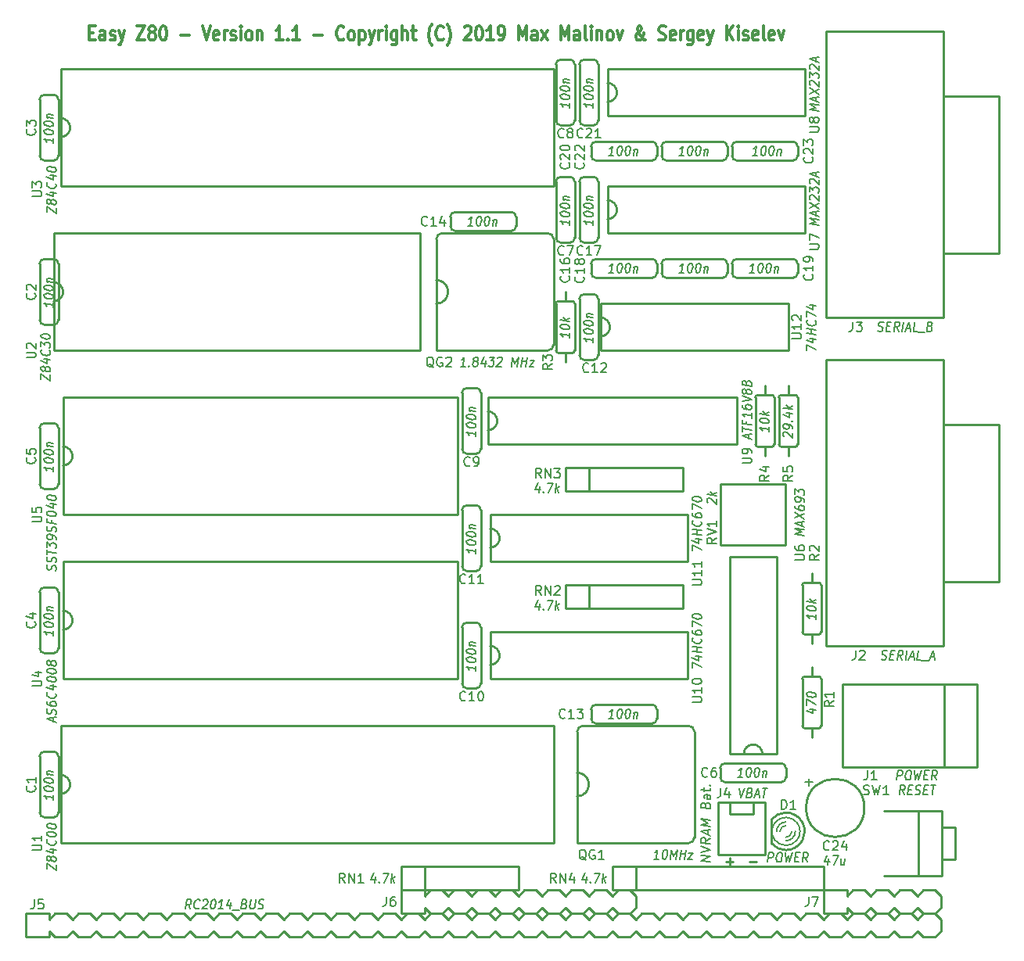
<source format=gbr>
G04 #@! TF.GenerationSoftware,KiCad,Pcbnew,(5.1.0)-1*
G04 #@! TF.CreationDate,2019-06-11T17:46:18-07:00*
G04 #@! TF.ProjectId,Easy_Z80,45617379-5f5a-4383-902e-6b696361645f,rev?*
G04 #@! TF.SameCoordinates,Original*
G04 #@! TF.FileFunction,Legend,Top*
G04 #@! TF.FilePolarity,Positive*
%FSLAX46Y46*%
G04 Gerber Fmt 4.6, Leading zero omitted, Abs format (unit mm)*
G04 Created by KiCad (PCBNEW (5.1.0)-1) date 2019-06-11 17:46:18*
%MOMM*%
%LPD*%
G04 APERTURE LIST*
%ADD10C,0.304800*%
%ADD11C,0.203200*%
%ADD12C,0.254000*%
%ADD13C,0.152400*%
G04 APERTURE END LIST*
D10*
X84394523Y-78631142D02*
X84817857Y-78631142D01*
X84999285Y-79429428D02*
X84394523Y-79429428D01*
X84394523Y-77905428D01*
X84999285Y-77905428D01*
X86087857Y-79429428D02*
X86087857Y-78631142D01*
X86027380Y-78486000D01*
X85906428Y-78413428D01*
X85664523Y-78413428D01*
X85543571Y-78486000D01*
X86087857Y-79356857D02*
X85966904Y-79429428D01*
X85664523Y-79429428D01*
X85543571Y-79356857D01*
X85483095Y-79211714D01*
X85483095Y-79066571D01*
X85543571Y-78921428D01*
X85664523Y-78848857D01*
X85966904Y-78848857D01*
X86087857Y-78776285D01*
X86632142Y-79356857D02*
X86753095Y-79429428D01*
X86995000Y-79429428D01*
X87115952Y-79356857D01*
X87176428Y-79211714D01*
X87176428Y-79139142D01*
X87115952Y-78994000D01*
X86995000Y-78921428D01*
X86813571Y-78921428D01*
X86692619Y-78848857D01*
X86632142Y-78703714D01*
X86632142Y-78631142D01*
X86692619Y-78486000D01*
X86813571Y-78413428D01*
X86995000Y-78413428D01*
X87115952Y-78486000D01*
X87599761Y-78413428D02*
X87902142Y-79429428D01*
X88204523Y-78413428D02*
X87902142Y-79429428D01*
X87781190Y-79792285D01*
X87720714Y-79864857D01*
X87599761Y-79937428D01*
X89535000Y-77905428D02*
X90381666Y-77905428D01*
X89535000Y-79429428D01*
X90381666Y-79429428D01*
X91046904Y-78558571D02*
X90925952Y-78486000D01*
X90865476Y-78413428D01*
X90805000Y-78268285D01*
X90805000Y-78195714D01*
X90865476Y-78050571D01*
X90925952Y-77978000D01*
X91046904Y-77905428D01*
X91288809Y-77905428D01*
X91409761Y-77978000D01*
X91470238Y-78050571D01*
X91530714Y-78195714D01*
X91530714Y-78268285D01*
X91470238Y-78413428D01*
X91409761Y-78486000D01*
X91288809Y-78558571D01*
X91046904Y-78558571D01*
X90925952Y-78631142D01*
X90865476Y-78703714D01*
X90805000Y-78848857D01*
X90805000Y-79139142D01*
X90865476Y-79284285D01*
X90925952Y-79356857D01*
X91046904Y-79429428D01*
X91288809Y-79429428D01*
X91409761Y-79356857D01*
X91470238Y-79284285D01*
X91530714Y-79139142D01*
X91530714Y-78848857D01*
X91470238Y-78703714D01*
X91409761Y-78631142D01*
X91288809Y-78558571D01*
X92316904Y-77905428D02*
X92437857Y-77905428D01*
X92558809Y-77978000D01*
X92619285Y-78050571D01*
X92679761Y-78195714D01*
X92740238Y-78486000D01*
X92740238Y-78848857D01*
X92679761Y-79139142D01*
X92619285Y-79284285D01*
X92558809Y-79356857D01*
X92437857Y-79429428D01*
X92316904Y-79429428D01*
X92195952Y-79356857D01*
X92135476Y-79284285D01*
X92075000Y-79139142D01*
X92014523Y-78848857D01*
X92014523Y-78486000D01*
X92075000Y-78195714D01*
X92135476Y-78050571D01*
X92195952Y-77978000D01*
X92316904Y-77905428D01*
X94252142Y-78848857D02*
X95219761Y-78848857D01*
X96610714Y-77905428D02*
X97034047Y-79429428D01*
X97457380Y-77905428D01*
X98364523Y-79356857D02*
X98243571Y-79429428D01*
X98001666Y-79429428D01*
X97880714Y-79356857D01*
X97820238Y-79211714D01*
X97820238Y-78631142D01*
X97880714Y-78486000D01*
X98001666Y-78413428D01*
X98243571Y-78413428D01*
X98364523Y-78486000D01*
X98425000Y-78631142D01*
X98425000Y-78776285D01*
X97820238Y-78921428D01*
X98969285Y-79429428D02*
X98969285Y-78413428D01*
X98969285Y-78703714D02*
X99029761Y-78558571D01*
X99090238Y-78486000D01*
X99211190Y-78413428D01*
X99332142Y-78413428D01*
X99695000Y-79356857D02*
X99815952Y-79429428D01*
X100057857Y-79429428D01*
X100178809Y-79356857D01*
X100239285Y-79211714D01*
X100239285Y-79139142D01*
X100178809Y-78994000D01*
X100057857Y-78921428D01*
X99876428Y-78921428D01*
X99755476Y-78848857D01*
X99695000Y-78703714D01*
X99695000Y-78631142D01*
X99755476Y-78486000D01*
X99876428Y-78413428D01*
X100057857Y-78413428D01*
X100178809Y-78486000D01*
X100783571Y-79429428D02*
X100783571Y-78413428D01*
X100783571Y-77905428D02*
X100723095Y-77978000D01*
X100783571Y-78050571D01*
X100844047Y-77978000D01*
X100783571Y-77905428D01*
X100783571Y-78050571D01*
X101569761Y-79429428D02*
X101448809Y-79356857D01*
X101388333Y-79284285D01*
X101327857Y-79139142D01*
X101327857Y-78703714D01*
X101388333Y-78558571D01*
X101448809Y-78486000D01*
X101569761Y-78413428D01*
X101751190Y-78413428D01*
X101872142Y-78486000D01*
X101932619Y-78558571D01*
X101993095Y-78703714D01*
X101993095Y-79139142D01*
X101932619Y-79284285D01*
X101872142Y-79356857D01*
X101751190Y-79429428D01*
X101569761Y-79429428D01*
X102537380Y-78413428D02*
X102537380Y-79429428D01*
X102537380Y-78558571D02*
X102597857Y-78486000D01*
X102718809Y-78413428D01*
X102900238Y-78413428D01*
X103021190Y-78486000D01*
X103081666Y-78631142D01*
X103081666Y-79429428D01*
X105319285Y-79429428D02*
X104593571Y-79429428D01*
X104956428Y-79429428D02*
X104956428Y-77905428D01*
X104835476Y-78123142D01*
X104714523Y-78268285D01*
X104593571Y-78340857D01*
X105863571Y-79284285D02*
X105924047Y-79356857D01*
X105863571Y-79429428D01*
X105803095Y-79356857D01*
X105863571Y-79284285D01*
X105863571Y-79429428D01*
X107133571Y-79429428D02*
X106407857Y-79429428D01*
X106770714Y-79429428D02*
X106770714Y-77905428D01*
X106649761Y-78123142D01*
X106528809Y-78268285D01*
X106407857Y-78340857D01*
X108645476Y-78848857D02*
X109613095Y-78848857D01*
X111911190Y-79284285D02*
X111850714Y-79356857D01*
X111669285Y-79429428D01*
X111548333Y-79429428D01*
X111366904Y-79356857D01*
X111245952Y-79211714D01*
X111185476Y-79066571D01*
X111125000Y-78776285D01*
X111125000Y-78558571D01*
X111185476Y-78268285D01*
X111245952Y-78123142D01*
X111366904Y-77978000D01*
X111548333Y-77905428D01*
X111669285Y-77905428D01*
X111850714Y-77978000D01*
X111911190Y-78050571D01*
X112636904Y-79429428D02*
X112515952Y-79356857D01*
X112455476Y-79284285D01*
X112395000Y-79139142D01*
X112395000Y-78703714D01*
X112455476Y-78558571D01*
X112515952Y-78486000D01*
X112636904Y-78413428D01*
X112818333Y-78413428D01*
X112939285Y-78486000D01*
X112999761Y-78558571D01*
X113060238Y-78703714D01*
X113060238Y-79139142D01*
X112999761Y-79284285D01*
X112939285Y-79356857D01*
X112818333Y-79429428D01*
X112636904Y-79429428D01*
X113604523Y-78413428D02*
X113604523Y-79937428D01*
X113604523Y-78486000D02*
X113725476Y-78413428D01*
X113967380Y-78413428D01*
X114088333Y-78486000D01*
X114148809Y-78558571D01*
X114209285Y-78703714D01*
X114209285Y-79139142D01*
X114148809Y-79284285D01*
X114088333Y-79356857D01*
X113967380Y-79429428D01*
X113725476Y-79429428D01*
X113604523Y-79356857D01*
X114632619Y-78413428D02*
X114935000Y-79429428D01*
X115237380Y-78413428D02*
X114935000Y-79429428D01*
X114814047Y-79792285D01*
X114753571Y-79864857D01*
X114632619Y-79937428D01*
X115721190Y-79429428D02*
X115721190Y-78413428D01*
X115721190Y-78703714D02*
X115781666Y-78558571D01*
X115842142Y-78486000D01*
X115963095Y-78413428D01*
X116084047Y-78413428D01*
X116507380Y-79429428D02*
X116507380Y-78413428D01*
X116507380Y-77905428D02*
X116446904Y-77978000D01*
X116507380Y-78050571D01*
X116567857Y-77978000D01*
X116507380Y-77905428D01*
X116507380Y-78050571D01*
X117656428Y-78413428D02*
X117656428Y-79647142D01*
X117595952Y-79792285D01*
X117535476Y-79864857D01*
X117414523Y-79937428D01*
X117233095Y-79937428D01*
X117112142Y-79864857D01*
X117656428Y-79356857D02*
X117535476Y-79429428D01*
X117293571Y-79429428D01*
X117172619Y-79356857D01*
X117112142Y-79284285D01*
X117051666Y-79139142D01*
X117051666Y-78703714D01*
X117112142Y-78558571D01*
X117172619Y-78486000D01*
X117293571Y-78413428D01*
X117535476Y-78413428D01*
X117656428Y-78486000D01*
X118261190Y-79429428D02*
X118261190Y-77905428D01*
X118805476Y-79429428D02*
X118805476Y-78631142D01*
X118745000Y-78486000D01*
X118624047Y-78413428D01*
X118442619Y-78413428D01*
X118321666Y-78486000D01*
X118261190Y-78558571D01*
X119228809Y-78413428D02*
X119712619Y-78413428D01*
X119410238Y-77905428D02*
X119410238Y-79211714D01*
X119470714Y-79356857D01*
X119591666Y-79429428D01*
X119712619Y-79429428D01*
X121466428Y-80010000D02*
X121405952Y-79937428D01*
X121285000Y-79719714D01*
X121224523Y-79574571D01*
X121164047Y-79356857D01*
X121103571Y-78994000D01*
X121103571Y-78703714D01*
X121164047Y-78340857D01*
X121224523Y-78123142D01*
X121285000Y-77978000D01*
X121405952Y-77760285D01*
X121466428Y-77687714D01*
X122675952Y-79284285D02*
X122615476Y-79356857D01*
X122434047Y-79429428D01*
X122313095Y-79429428D01*
X122131666Y-79356857D01*
X122010714Y-79211714D01*
X121950238Y-79066571D01*
X121889761Y-78776285D01*
X121889761Y-78558571D01*
X121950238Y-78268285D01*
X122010714Y-78123142D01*
X122131666Y-77978000D01*
X122313095Y-77905428D01*
X122434047Y-77905428D01*
X122615476Y-77978000D01*
X122675952Y-78050571D01*
X123099285Y-80010000D02*
X123159761Y-79937428D01*
X123280714Y-79719714D01*
X123341190Y-79574571D01*
X123401666Y-79356857D01*
X123462142Y-78994000D01*
X123462142Y-78703714D01*
X123401666Y-78340857D01*
X123341190Y-78123142D01*
X123280714Y-77978000D01*
X123159761Y-77760285D01*
X123099285Y-77687714D01*
X124974047Y-78050571D02*
X125034523Y-77978000D01*
X125155476Y-77905428D01*
X125457857Y-77905428D01*
X125578809Y-77978000D01*
X125639285Y-78050571D01*
X125699761Y-78195714D01*
X125699761Y-78340857D01*
X125639285Y-78558571D01*
X124913571Y-79429428D01*
X125699761Y-79429428D01*
X126485952Y-77905428D02*
X126606904Y-77905428D01*
X126727857Y-77978000D01*
X126788333Y-78050571D01*
X126848809Y-78195714D01*
X126909285Y-78486000D01*
X126909285Y-78848857D01*
X126848809Y-79139142D01*
X126788333Y-79284285D01*
X126727857Y-79356857D01*
X126606904Y-79429428D01*
X126485952Y-79429428D01*
X126365000Y-79356857D01*
X126304523Y-79284285D01*
X126244047Y-79139142D01*
X126183571Y-78848857D01*
X126183571Y-78486000D01*
X126244047Y-78195714D01*
X126304523Y-78050571D01*
X126365000Y-77978000D01*
X126485952Y-77905428D01*
X128118809Y-79429428D02*
X127393095Y-79429428D01*
X127755952Y-79429428D02*
X127755952Y-77905428D01*
X127635000Y-78123142D01*
X127514047Y-78268285D01*
X127393095Y-78340857D01*
X128723571Y-79429428D02*
X128965476Y-79429428D01*
X129086428Y-79356857D01*
X129146904Y-79284285D01*
X129267857Y-79066571D01*
X129328333Y-78776285D01*
X129328333Y-78195714D01*
X129267857Y-78050571D01*
X129207380Y-77978000D01*
X129086428Y-77905428D01*
X128844523Y-77905428D01*
X128723571Y-77978000D01*
X128663095Y-78050571D01*
X128602619Y-78195714D01*
X128602619Y-78558571D01*
X128663095Y-78703714D01*
X128723571Y-78776285D01*
X128844523Y-78848857D01*
X129086428Y-78848857D01*
X129207380Y-78776285D01*
X129267857Y-78703714D01*
X129328333Y-78558571D01*
X130840238Y-79429428D02*
X130840238Y-77905428D01*
X131263571Y-78994000D01*
X131686904Y-77905428D01*
X131686904Y-79429428D01*
X132835952Y-79429428D02*
X132835952Y-78631142D01*
X132775476Y-78486000D01*
X132654523Y-78413428D01*
X132412619Y-78413428D01*
X132291666Y-78486000D01*
X132835952Y-79356857D02*
X132714999Y-79429428D01*
X132412619Y-79429428D01*
X132291666Y-79356857D01*
X132231190Y-79211714D01*
X132231190Y-79066571D01*
X132291666Y-78921428D01*
X132412619Y-78848857D01*
X132714999Y-78848857D01*
X132835952Y-78776285D01*
X133319761Y-79429428D02*
X133984999Y-78413428D01*
X133319761Y-78413428D02*
X133984999Y-79429428D01*
X135436428Y-79429428D02*
X135436428Y-77905428D01*
X135859761Y-78994000D01*
X136283095Y-77905428D01*
X136283095Y-79429428D01*
X137432142Y-79429428D02*
X137432142Y-78631142D01*
X137371666Y-78486000D01*
X137250714Y-78413428D01*
X137008809Y-78413428D01*
X136887857Y-78486000D01*
X137432142Y-79356857D02*
X137311190Y-79429428D01*
X137008809Y-79429428D01*
X136887857Y-79356857D01*
X136827380Y-79211714D01*
X136827380Y-79066571D01*
X136887857Y-78921428D01*
X137008809Y-78848857D01*
X137311190Y-78848857D01*
X137432142Y-78776285D01*
X138218333Y-79429428D02*
X138097380Y-79356857D01*
X138036904Y-79211714D01*
X138036904Y-77905428D01*
X138702142Y-79429428D02*
X138702142Y-78413428D01*
X138702142Y-77905428D02*
X138641666Y-77978000D01*
X138702142Y-78050571D01*
X138762619Y-77978000D01*
X138702142Y-77905428D01*
X138702142Y-78050571D01*
X139306904Y-78413428D02*
X139306904Y-79429428D01*
X139306904Y-78558571D02*
X139367380Y-78486000D01*
X139488333Y-78413428D01*
X139669761Y-78413428D01*
X139790714Y-78486000D01*
X139851190Y-78631142D01*
X139851190Y-79429428D01*
X140637380Y-79429428D02*
X140516428Y-79356857D01*
X140455952Y-79284285D01*
X140395476Y-79139142D01*
X140395476Y-78703714D01*
X140455952Y-78558571D01*
X140516428Y-78486000D01*
X140637380Y-78413428D01*
X140818809Y-78413428D01*
X140939761Y-78486000D01*
X141000238Y-78558571D01*
X141060714Y-78703714D01*
X141060714Y-79139142D01*
X141000238Y-79284285D01*
X140939761Y-79356857D01*
X140818809Y-79429428D01*
X140637380Y-79429428D01*
X141484047Y-78413428D02*
X141786428Y-79429428D01*
X142088809Y-78413428D01*
X144568333Y-79429428D02*
X144507857Y-79429428D01*
X144386904Y-79356857D01*
X144205476Y-79139142D01*
X143903095Y-78703714D01*
X143782142Y-78486000D01*
X143721666Y-78268285D01*
X143721666Y-78123142D01*
X143782142Y-77978000D01*
X143903095Y-77905428D01*
X143963571Y-77905428D01*
X144084523Y-77978000D01*
X144145000Y-78123142D01*
X144145000Y-78195714D01*
X144084523Y-78340857D01*
X144024047Y-78413428D01*
X143661190Y-78703714D01*
X143600714Y-78776285D01*
X143540238Y-78921428D01*
X143540238Y-79139142D01*
X143600714Y-79284285D01*
X143661190Y-79356857D01*
X143782142Y-79429428D01*
X143963571Y-79429428D01*
X144084523Y-79356857D01*
X144145000Y-79284285D01*
X144326428Y-78994000D01*
X144386904Y-78776285D01*
X144386904Y-78631142D01*
X146019761Y-79356857D02*
X146201190Y-79429428D01*
X146503571Y-79429428D01*
X146624523Y-79356857D01*
X146685000Y-79284285D01*
X146745476Y-79139142D01*
X146745476Y-78994000D01*
X146685000Y-78848857D01*
X146624523Y-78776285D01*
X146503571Y-78703714D01*
X146261666Y-78631142D01*
X146140714Y-78558571D01*
X146080238Y-78486000D01*
X146019761Y-78340857D01*
X146019761Y-78195714D01*
X146080238Y-78050571D01*
X146140714Y-77978000D01*
X146261666Y-77905428D01*
X146564047Y-77905428D01*
X146745476Y-77978000D01*
X147773571Y-79356857D02*
X147652619Y-79429428D01*
X147410714Y-79429428D01*
X147289761Y-79356857D01*
X147229285Y-79211714D01*
X147229285Y-78631142D01*
X147289761Y-78486000D01*
X147410714Y-78413428D01*
X147652619Y-78413428D01*
X147773571Y-78486000D01*
X147834047Y-78631142D01*
X147834047Y-78776285D01*
X147229285Y-78921428D01*
X148378333Y-79429428D02*
X148378333Y-78413428D01*
X148378333Y-78703714D02*
X148438809Y-78558571D01*
X148499285Y-78486000D01*
X148620238Y-78413428D01*
X148741190Y-78413428D01*
X149708809Y-78413428D02*
X149708809Y-79647142D01*
X149648333Y-79792285D01*
X149587857Y-79864857D01*
X149466904Y-79937428D01*
X149285476Y-79937428D01*
X149164523Y-79864857D01*
X149708809Y-79356857D02*
X149587857Y-79429428D01*
X149345952Y-79429428D01*
X149224999Y-79356857D01*
X149164523Y-79284285D01*
X149104047Y-79139142D01*
X149104047Y-78703714D01*
X149164523Y-78558571D01*
X149224999Y-78486000D01*
X149345952Y-78413428D01*
X149587857Y-78413428D01*
X149708809Y-78486000D01*
X150797380Y-79356857D02*
X150676428Y-79429428D01*
X150434523Y-79429428D01*
X150313571Y-79356857D01*
X150253095Y-79211714D01*
X150253095Y-78631142D01*
X150313571Y-78486000D01*
X150434523Y-78413428D01*
X150676428Y-78413428D01*
X150797380Y-78486000D01*
X150857857Y-78631142D01*
X150857857Y-78776285D01*
X150253095Y-78921428D01*
X151281190Y-78413428D02*
X151583571Y-79429428D01*
X151885952Y-78413428D02*
X151583571Y-79429428D01*
X151462619Y-79792285D01*
X151402142Y-79864857D01*
X151281190Y-79937428D01*
X153337380Y-79429428D02*
X153337380Y-77905428D01*
X154063095Y-79429428D02*
X153518809Y-78558571D01*
X154063095Y-77905428D02*
X153337380Y-78776285D01*
X154607380Y-79429428D02*
X154607380Y-78413428D01*
X154607380Y-77905428D02*
X154546904Y-77978000D01*
X154607380Y-78050571D01*
X154667857Y-77978000D01*
X154607380Y-77905428D01*
X154607380Y-78050571D01*
X155151666Y-79356857D02*
X155272619Y-79429428D01*
X155514523Y-79429428D01*
X155635476Y-79356857D01*
X155695952Y-79211714D01*
X155695952Y-79139142D01*
X155635476Y-78994000D01*
X155514523Y-78921428D01*
X155333095Y-78921428D01*
X155212142Y-78848857D01*
X155151666Y-78703714D01*
X155151666Y-78631142D01*
X155212142Y-78486000D01*
X155333095Y-78413428D01*
X155514523Y-78413428D01*
X155635476Y-78486000D01*
X156724047Y-79356857D02*
X156603095Y-79429428D01*
X156361190Y-79429428D01*
X156240238Y-79356857D01*
X156179761Y-79211714D01*
X156179761Y-78631142D01*
X156240238Y-78486000D01*
X156361190Y-78413428D01*
X156603095Y-78413428D01*
X156724047Y-78486000D01*
X156784523Y-78631142D01*
X156784523Y-78776285D01*
X156179761Y-78921428D01*
X157510238Y-79429428D02*
X157389285Y-79356857D01*
X157328809Y-79211714D01*
X157328809Y-77905428D01*
X158477857Y-79356857D02*
X158356904Y-79429428D01*
X158114999Y-79429428D01*
X157994047Y-79356857D01*
X157933571Y-79211714D01*
X157933571Y-78631142D01*
X157994047Y-78486000D01*
X158114999Y-78413428D01*
X158356904Y-78413428D01*
X158477857Y-78486000D01*
X158538333Y-78631142D01*
X158538333Y-78776285D01*
X157933571Y-78921428D01*
X158961666Y-78413428D02*
X159264047Y-79429428D01*
X159566428Y-78413428D01*
D11*
X151589619Y-168389783D02*
X150573619Y-168262783D01*
X151589619Y-167809212D01*
X150573619Y-167682212D01*
X150573619Y-167343545D02*
X151589619Y-167131879D01*
X150573619Y-166666212D01*
X151589619Y-165873974D02*
X151105809Y-166152164D01*
X151589619Y-166454545D02*
X150573619Y-166327545D01*
X150573619Y-165940498D01*
X150622000Y-165849783D01*
X150670380Y-165807450D01*
X150767142Y-165771164D01*
X150912285Y-165789307D01*
X151009047Y-165849783D01*
X151057428Y-165904212D01*
X151105809Y-166007021D01*
X151105809Y-166394069D01*
X151299333Y-165450640D02*
X151299333Y-164966831D01*
X151589619Y-165583688D02*
X150573619Y-165118021D01*
X151589619Y-164906355D01*
X151589619Y-164567688D02*
X150573619Y-164440688D01*
X151299333Y-164192736D01*
X150573619Y-163763355D01*
X151589619Y-163890355D01*
X151057428Y-162227260D02*
X151105809Y-162088164D01*
X151154190Y-162045831D01*
X151250952Y-162009545D01*
X151396095Y-162027688D01*
X151492857Y-162088164D01*
X151541238Y-162142593D01*
X151589619Y-162245402D01*
X151589619Y-162632450D01*
X150573619Y-162505450D01*
X150573619Y-162166783D01*
X150622000Y-162076069D01*
X150670380Y-162033736D01*
X150767142Y-161997450D01*
X150863904Y-162009545D01*
X150960666Y-162070021D01*
X151009047Y-162124450D01*
X151057428Y-162227260D01*
X151057428Y-162565926D01*
X151589619Y-161181021D02*
X151057428Y-161114498D01*
X150960666Y-161150783D01*
X150912285Y-161241498D01*
X150912285Y-161435021D01*
X150960666Y-161537831D01*
X151541238Y-161174974D02*
X151589619Y-161277783D01*
X151589619Y-161519688D01*
X151541238Y-161610402D01*
X151444476Y-161646688D01*
X151347714Y-161634593D01*
X151250952Y-161574117D01*
X151202571Y-161471307D01*
X151202571Y-161229402D01*
X151154190Y-161126593D01*
X150912285Y-160757688D02*
X150912285Y-160370640D01*
X150573619Y-160570212D02*
X151444476Y-160679069D01*
X151541238Y-160642783D01*
X151589619Y-160552069D01*
X151589619Y-160455307D01*
X151492857Y-160104545D02*
X151541238Y-160062212D01*
X151589619Y-160116640D01*
X151541238Y-160158974D01*
X151492857Y-160104545D01*
X151589619Y-160116640D01*
D12*
X155822952Y-168347571D02*
X156597047Y-168347571D01*
X153282952Y-168347571D02*
X154057047Y-168347571D01*
X153670000Y-168734619D02*
X153670000Y-167960523D01*
X80010000Y-174625000D02*
X80010000Y-173990000D01*
X80010000Y-176530000D02*
X80010000Y-175895000D01*
X172085000Y-173990000D02*
X173355000Y-173990000D01*
X173355000Y-173990000D02*
X173990000Y-174625000D01*
X171450000Y-174625000D02*
X172085000Y-173990000D01*
X173355000Y-176530000D02*
X173990000Y-175895000D01*
X172085000Y-176530000D02*
X173355000Y-176530000D01*
X171450000Y-175895000D02*
X172085000Y-176530000D01*
X167005000Y-173990000D02*
X168275000Y-173990000D01*
X168275000Y-173990000D02*
X168910000Y-174625000D01*
X166370000Y-174625000D02*
X167005000Y-173990000D01*
X168275000Y-176530000D02*
X168910000Y-175895000D01*
X167005000Y-176530000D02*
X168275000Y-176530000D01*
X166370000Y-175895000D02*
X167005000Y-176530000D01*
X170815000Y-173990000D02*
X171450000Y-174625000D01*
X169545000Y-173990000D02*
X170815000Y-173990000D01*
X168910000Y-174625000D02*
X169545000Y-173990000D01*
X169545000Y-176530000D02*
X168910000Y-175895000D01*
X170815000Y-176530000D02*
X169545000Y-176530000D01*
X171450000Y-175895000D02*
X170815000Y-176530000D01*
X161925000Y-173990000D02*
X163195000Y-173990000D01*
X163195000Y-173990000D02*
X163830000Y-174625000D01*
X161290000Y-174625000D02*
X161925000Y-173990000D01*
X163195000Y-176530000D02*
X163830000Y-175895000D01*
X161925000Y-176530000D02*
X163195000Y-176530000D01*
X161290000Y-175895000D02*
X161925000Y-176530000D01*
X165735000Y-173990000D02*
X166370000Y-174625000D01*
X164465000Y-173990000D02*
X165735000Y-173990000D01*
X163830000Y-174625000D02*
X164465000Y-173990000D01*
X164465000Y-176530000D02*
X163830000Y-175895000D01*
X165735000Y-176530000D02*
X164465000Y-176530000D01*
X166370000Y-175895000D02*
X165735000Y-176530000D01*
X156845000Y-173990000D02*
X158115000Y-173990000D01*
X158115000Y-173990000D02*
X158750000Y-174625000D01*
X156210000Y-174625000D02*
X156845000Y-173990000D01*
X158115000Y-176530000D02*
X158750000Y-175895000D01*
X156845000Y-176530000D02*
X158115000Y-176530000D01*
X156210000Y-175895000D02*
X156845000Y-176530000D01*
X160655000Y-173990000D02*
X161290000Y-174625000D01*
X159385000Y-173990000D02*
X160655000Y-173990000D01*
X158750000Y-174625000D02*
X159385000Y-173990000D01*
X159385000Y-176530000D02*
X158750000Y-175895000D01*
X160655000Y-176530000D02*
X159385000Y-176530000D01*
X161290000Y-175895000D02*
X160655000Y-176530000D01*
X151765000Y-173990000D02*
X153035000Y-173990000D01*
X153035000Y-173990000D02*
X153670000Y-174625000D01*
X151130000Y-174625000D02*
X151765000Y-173990000D01*
X153035000Y-176530000D02*
X153670000Y-175895000D01*
X151765000Y-176530000D02*
X153035000Y-176530000D01*
X151130000Y-175895000D02*
X151765000Y-176530000D01*
X155575000Y-173990000D02*
X156210000Y-174625000D01*
X154305000Y-173990000D02*
X155575000Y-173990000D01*
X153670000Y-174625000D02*
X154305000Y-173990000D01*
X154305000Y-176530000D02*
X153670000Y-175895000D01*
X155575000Y-176530000D02*
X154305000Y-176530000D01*
X156210000Y-175895000D02*
X155575000Y-176530000D01*
X146685000Y-173990000D02*
X147955000Y-173990000D01*
X147955000Y-173990000D02*
X148590000Y-174625000D01*
X146050000Y-174625000D02*
X146685000Y-173990000D01*
X147955000Y-176530000D02*
X148590000Y-175895000D01*
X146685000Y-176530000D02*
X147955000Y-176530000D01*
X146050000Y-175895000D02*
X146685000Y-176530000D01*
X150495000Y-173990000D02*
X151130000Y-174625000D01*
X149225000Y-173990000D02*
X150495000Y-173990000D01*
X148590000Y-174625000D02*
X149225000Y-173990000D01*
X149225000Y-176530000D02*
X148590000Y-175895000D01*
X150495000Y-176530000D02*
X149225000Y-176530000D01*
X151130000Y-175895000D02*
X150495000Y-176530000D01*
X141605000Y-173990000D02*
X142875000Y-173990000D01*
X142875000Y-173990000D02*
X143510000Y-174625000D01*
X140970000Y-174625000D02*
X141605000Y-173990000D01*
X142875000Y-176530000D02*
X143510000Y-175895000D01*
X141605000Y-176530000D02*
X142875000Y-176530000D01*
X140970000Y-175895000D02*
X141605000Y-176530000D01*
X145415000Y-173990000D02*
X146050000Y-174625000D01*
X144145000Y-173990000D02*
X145415000Y-173990000D01*
X143510000Y-174625000D02*
X144145000Y-173990000D01*
X144145000Y-176530000D02*
X143510000Y-175895000D01*
X145415000Y-176530000D02*
X144145000Y-176530000D01*
X146050000Y-175895000D02*
X145415000Y-176530000D01*
X136525000Y-173990000D02*
X137795000Y-173990000D01*
X137795000Y-173990000D02*
X138430000Y-174625000D01*
X135890000Y-174625000D02*
X136525000Y-173990000D01*
X137795000Y-176530000D02*
X138430000Y-175895000D01*
X136525000Y-176530000D02*
X137795000Y-176530000D01*
X135890000Y-175895000D02*
X136525000Y-176530000D01*
X140335000Y-173990000D02*
X140970000Y-174625000D01*
X139065000Y-173990000D02*
X140335000Y-173990000D01*
X138430000Y-174625000D02*
X139065000Y-173990000D01*
X139065000Y-176530000D02*
X138430000Y-175895000D01*
X140335000Y-176530000D02*
X139065000Y-176530000D01*
X140970000Y-175895000D02*
X140335000Y-176530000D01*
X131445000Y-173990000D02*
X132715000Y-173990000D01*
X132715000Y-173990000D02*
X133350000Y-174625000D01*
X130810000Y-174625000D02*
X131445000Y-173990000D01*
X132715000Y-176530000D02*
X133350000Y-175895000D01*
X131445000Y-176530000D02*
X132715000Y-176530000D01*
X130810000Y-175895000D02*
X131445000Y-176530000D01*
X135255000Y-173990000D02*
X135890000Y-174625000D01*
X133985000Y-173990000D02*
X135255000Y-173990000D01*
X133350000Y-174625000D02*
X133985000Y-173990000D01*
X133985000Y-176530000D02*
X133350000Y-175895000D01*
X135255000Y-176530000D02*
X133985000Y-176530000D01*
X135890000Y-175895000D02*
X135255000Y-176530000D01*
X126365000Y-173990000D02*
X127635000Y-173990000D01*
X127635000Y-173990000D02*
X128270000Y-174625000D01*
X125730000Y-174625000D02*
X126365000Y-173990000D01*
X127635000Y-176530000D02*
X128270000Y-175895000D01*
X126365000Y-176530000D02*
X127635000Y-176530000D01*
X125730000Y-175895000D02*
X126365000Y-176530000D01*
X130175000Y-173990000D02*
X130810000Y-174625000D01*
X128905000Y-173990000D02*
X130175000Y-173990000D01*
X128270000Y-174625000D02*
X128905000Y-173990000D01*
X128905000Y-176530000D02*
X128270000Y-175895000D01*
X130175000Y-176530000D02*
X128905000Y-176530000D01*
X130810000Y-175895000D02*
X130175000Y-176530000D01*
X121285000Y-173990000D02*
X122555000Y-173990000D01*
X122555000Y-173990000D02*
X123190000Y-174625000D01*
X120650000Y-174625000D02*
X121285000Y-173990000D01*
X122555000Y-176530000D02*
X123190000Y-175895000D01*
X121285000Y-176530000D02*
X122555000Y-176530000D01*
X120650000Y-175895000D02*
X121285000Y-176530000D01*
X125095000Y-173990000D02*
X125730000Y-174625000D01*
X123825000Y-173990000D02*
X125095000Y-173990000D01*
X123190000Y-174625000D02*
X123825000Y-173990000D01*
X123825000Y-176530000D02*
X123190000Y-175895000D01*
X125095000Y-176530000D02*
X123825000Y-176530000D01*
X125730000Y-175895000D02*
X125095000Y-176530000D01*
X116205000Y-173990000D02*
X117475000Y-173990000D01*
X117475000Y-173990000D02*
X118110000Y-174625000D01*
X115570000Y-174625000D02*
X116205000Y-173990000D01*
X117475000Y-176530000D02*
X118110000Y-175895000D01*
X116205000Y-176530000D02*
X117475000Y-176530000D01*
X115570000Y-175895000D02*
X116205000Y-176530000D01*
X120015000Y-173990000D02*
X120650000Y-174625000D01*
X118745000Y-173990000D02*
X120015000Y-173990000D01*
X118110000Y-174625000D02*
X118745000Y-173990000D01*
X118745000Y-176530000D02*
X118110000Y-175895000D01*
X120015000Y-176530000D02*
X118745000Y-176530000D01*
X120650000Y-175895000D02*
X120015000Y-176530000D01*
X111125000Y-173990000D02*
X112395000Y-173990000D01*
X112395000Y-173990000D02*
X113030000Y-174625000D01*
X110490000Y-174625000D02*
X111125000Y-173990000D01*
X112395000Y-176530000D02*
X113030000Y-175895000D01*
X111125000Y-176530000D02*
X112395000Y-176530000D01*
X110490000Y-175895000D02*
X111125000Y-176530000D01*
X114935000Y-173990000D02*
X115570000Y-174625000D01*
X113665000Y-173990000D02*
X114935000Y-173990000D01*
X113030000Y-174625000D02*
X113665000Y-173990000D01*
X113665000Y-176530000D02*
X113030000Y-175895000D01*
X114935000Y-176530000D02*
X113665000Y-176530000D01*
X115570000Y-175895000D02*
X114935000Y-176530000D01*
X106045000Y-173990000D02*
X107315000Y-173990000D01*
X107315000Y-173990000D02*
X107950000Y-174625000D01*
X105410000Y-174625000D02*
X106045000Y-173990000D01*
X107315000Y-176530000D02*
X107950000Y-175895000D01*
X106045000Y-176530000D02*
X107315000Y-176530000D01*
X105410000Y-175895000D02*
X106045000Y-176530000D01*
X109855000Y-173990000D02*
X110490000Y-174625000D01*
X108585000Y-173990000D02*
X109855000Y-173990000D01*
X107950000Y-174625000D02*
X108585000Y-173990000D01*
X108585000Y-176530000D02*
X107950000Y-175895000D01*
X109855000Y-176530000D02*
X108585000Y-176530000D01*
X110490000Y-175895000D02*
X109855000Y-176530000D01*
X100965000Y-173990000D02*
X102235000Y-173990000D01*
X102235000Y-173990000D02*
X102870000Y-174625000D01*
X100330000Y-174625000D02*
X100965000Y-173990000D01*
X102235000Y-176530000D02*
X102870000Y-175895000D01*
X100965000Y-176530000D02*
X102235000Y-176530000D01*
X100330000Y-175895000D02*
X100965000Y-176530000D01*
X104775000Y-173990000D02*
X105410000Y-174625000D01*
X103505000Y-173990000D02*
X104775000Y-173990000D01*
X102870000Y-174625000D02*
X103505000Y-173990000D01*
X103505000Y-176530000D02*
X102870000Y-175895000D01*
X104775000Y-176530000D02*
X103505000Y-176530000D01*
X105410000Y-175895000D02*
X104775000Y-176530000D01*
X95885000Y-173990000D02*
X97155000Y-173990000D01*
X97155000Y-173990000D02*
X97790000Y-174625000D01*
X95250000Y-174625000D02*
X95885000Y-173990000D01*
X97155000Y-176530000D02*
X97790000Y-175895000D01*
X95885000Y-176530000D02*
X97155000Y-176530000D01*
X95250000Y-175895000D02*
X95885000Y-176530000D01*
X99695000Y-173990000D02*
X100330000Y-174625000D01*
X98425000Y-173990000D02*
X99695000Y-173990000D01*
X97790000Y-174625000D02*
X98425000Y-173990000D01*
X98425000Y-176530000D02*
X97790000Y-175895000D01*
X99695000Y-176530000D02*
X98425000Y-176530000D01*
X100330000Y-175895000D02*
X99695000Y-176530000D01*
X175895000Y-176530000D02*
X176530000Y-175895000D01*
X174625000Y-176530000D02*
X175895000Y-176530000D01*
X173990000Y-175895000D02*
X174625000Y-176530000D01*
X174625000Y-173990000D02*
X175895000Y-173990000D01*
X175895000Y-173990000D02*
X176530000Y-174625000D01*
X173990000Y-174625000D02*
X174625000Y-173990000D01*
X93345000Y-176530000D02*
X92710000Y-175895000D01*
X94615000Y-176530000D02*
X93345000Y-176530000D01*
X95250000Y-175895000D02*
X94615000Y-176530000D01*
X94615000Y-173990000D02*
X95250000Y-174625000D01*
X93345000Y-173990000D02*
X94615000Y-173990000D01*
X92710000Y-174625000D02*
X93345000Y-173990000D01*
X92075000Y-176530000D02*
X92710000Y-175895000D01*
X90805000Y-176530000D02*
X92075000Y-176530000D01*
X90170000Y-175895000D02*
X90805000Y-176530000D01*
X90805000Y-173990000D02*
X92075000Y-173990000D01*
X92075000Y-173990000D02*
X92710000Y-174625000D01*
X90170000Y-174625000D02*
X90805000Y-173990000D01*
X87630000Y-174625000D02*
X88265000Y-173990000D01*
X88265000Y-173990000D02*
X89535000Y-173990000D01*
X89535000Y-173990000D02*
X90170000Y-174625000D01*
X176530000Y-174625000D02*
X176530000Y-175895000D01*
X90170000Y-175895000D02*
X89535000Y-176530000D01*
X89535000Y-176530000D02*
X88265000Y-176530000D01*
X88265000Y-176530000D02*
X87630000Y-175895000D01*
X77470000Y-176530000D02*
X77470000Y-173990000D01*
X77470000Y-173990000D02*
X80010000Y-173990000D01*
X80010000Y-174625000D02*
X80645000Y-173990000D01*
X80645000Y-173990000D02*
X81915000Y-173990000D01*
X81915000Y-173990000D02*
X82550000Y-174625000D01*
X82550000Y-174625000D02*
X83185000Y-173990000D01*
X83185000Y-173990000D02*
X84455000Y-173990000D01*
X84455000Y-173990000D02*
X85090000Y-174625000D01*
X85090000Y-174625000D02*
X85725000Y-173990000D01*
X85725000Y-173990000D02*
X86995000Y-173990000D01*
X86995000Y-173990000D02*
X87630000Y-174625000D01*
X87630000Y-175895000D02*
X86995000Y-176530000D01*
X86995000Y-176530000D02*
X85725000Y-176530000D01*
X85725000Y-176530000D02*
X85090000Y-175895000D01*
X85090000Y-175895000D02*
X84455000Y-176530000D01*
X84455000Y-176530000D02*
X83185000Y-176530000D01*
X83185000Y-176530000D02*
X82550000Y-175895000D01*
X82550000Y-175895000D02*
X81915000Y-176530000D01*
X81915000Y-176530000D02*
X80645000Y-176530000D01*
X80645000Y-176530000D02*
X80010000Y-175895000D01*
X80010000Y-176530000D02*
X77470000Y-176530000D01*
X81280000Y-89916000D02*
G75*
G03X82296000Y-88900000I0J1016000D01*
G01*
X82296000Y-88900000D02*
G75*
G03X81280000Y-87884000I-1016000J0D01*
G01*
X81280000Y-82550000D02*
X134620000Y-82550000D01*
X134620000Y-82550000D02*
X134620000Y-95250000D01*
X134620000Y-95250000D02*
X81280000Y-95250000D01*
X81280000Y-95250000D02*
X81280000Y-82550000D01*
X81280000Y-161036000D02*
G75*
G03X82296000Y-160020000I0J1016000D01*
G01*
X82296000Y-160020000D02*
G75*
G03X81280000Y-159004000I-1016000J0D01*
G01*
X81280000Y-153670000D02*
X134620000Y-153670000D01*
X134620000Y-153670000D02*
X134620000Y-166370000D01*
X134620000Y-166370000D02*
X81280000Y-166370000D01*
X81280000Y-166370000D02*
X81280000Y-153670000D01*
X80518000Y-156464000D02*
X79502000Y-156464000D01*
X81026000Y-163068000D02*
X81026000Y-156972000D01*
X78994000Y-163068000D02*
X78994000Y-156972000D01*
X81026000Y-156972000D02*
G75*
G03X80518000Y-156464000I-508000J0D01*
G01*
X79502000Y-156464000D02*
G75*
G03X78994000Y-156972000I0J-508000D01*
G01*
X80518000Y-163576000D02*
G75*
G03X81026000Y-163068000I0J508000D01*
G01*
X78994000Y-163068000D02*
G75*
G03X79502000Y-163576000I508000J0D01*
G01*
X80518000Y-163576000D02*
X79502000Y-163576000D01*
X79502000Y-110236000D02*
X80518000Y-110236000D01*
X78994000Y-103632000D02*
X78994000Y-109728000D01*
X81026000Y-103632000D02*
X81026000Y-109728000D01*
X78994000Y-109728000D02*
G75*
G03X79502000Y-110236000I508000J0D01*
G01*
X80518000Y-110236000D02*
G75*
G03X81026000Y-109728000I0J508000D01*
G01*
X79502000Y-103124000D02*
G75*
G03X78994000Y-103632000I0J-508000D01*
G01*
X81026000Y-103632000D02*
G75*
G03X80518000Y-103124000I-508000J0D01*
G01*
X79502000Y-103124000D02*
X80518000Y-103124000D01*
X80518000Y-85344000D02*
X79502000Y-85344000D01*
X81026000Y-91948000D02*
X81026000Y-85852000D01*
X78994000Y-91948000D02*
X78994000Y-85852000D01*
X81026000Y-85852000D02*
G75*
G03X80518000Y-85344000I-508000J0D01*
G01*
X79502000Y-85344000D02*
G75*
G03X78994000Y-85852000I0J-508000D01*
G01*
X80518000Y-92456000D02*
G75*
G03X81026000Y-91948000I0J508000D01*
G01*
X78994000Y-91948000D02*
G75*
G03X79502000Y-92456000I508000J0D01*
G01*
X80518000Y-92456000D02*
X79502000Y-92456000D01*
X79502000Y-145796000D02*
X80518000Y-145796000D01*
X78994000Y-139192000D02*
X78994000Y-145288000D01*
X81026000Y-139192000D02*
X81026000Y-145288000D01*
X78994000Y-145288000D02*
G75*
G03X79502000Y-145796000I508000J0D01*
G01*
X80518000Y-145796000D02*
G75*
G03X81026000Y-145288000I0J508000D01*
G01*
X79502000Y-138684000D02*
G75*
G03X78994000Y-139192000I0J-508000D01*
G01*
X81026000Y-139192000D02*
G75*
G03X80518000Y-138684000I-508000J0D01*
G01*
X79502000Y-138684000D02*
X80518000Y-138684000D01*
X79502000Y-128016000D02*
X80518000Y-128016000D01*
X78994000Y-121412000D02*
X78994000Y-127508000D01*
X81026000Y-121412000D02*
X81026000Y-127508000D01*
X78994000Y-127508000D02*
G75*
G03X79502000Y-128016000I508000J0D01*
G01*
X80518000Y-128016000D02*
G75*
G03X81026000Y-127508000I0J508000D01*
G01*
X79502000Y-120904000D02*
G75*
G03X78994000Y-121412000I0J-508000D01*
G01*
X81026000Y-121412000D02*
G75*
G03X80518000Y-120904000I-508000J0D01*
G01*
X79502000Y-120904000D02*
X80518000Y-120904000D01*
X152654000Y-158242000D02*
X152654000Y-159258000D01*
X159258000Y-157734000D02*
X153162000Y-157734000D01*
X159258000Y-159766000D02*
X153162000Y-159766000D01*
X153162000Y-157734000D02*
G75*
G03X152654000Y-158242000I0J-508000D01*
G01*
X152654000Y-159258000D02*
G75*
G03X153162000Y-159766000I508000J0D01*
G01*
X159766000Y-158242000D02*
G75*
G03X159258000Y-157734000I-508000J0D01*
G01*
X159258000Y-159766000D02*
G75*
G03X159766000Y-159258000I0J508000D01*
G01*
X159766000Y-158242000D02*
X159766000Y-159258000D01*
X135382000Y-101346000D02*
X136398000Y-101346000D01*
X134874000Y-94742000D02*
X134874000Y-100838000D01*
X136906000Y-94742000D02*
X136906000Y-100838000D01*
X134874000Y-100838000D02*
G75*
G03X135382000Y-101346000I508000J0D01*
G01*
X136398000Y-101346000D02*
G75*
G03X136906000Y-100838000I0J508000D01*
G01*
X135382000Y-94234000D02*
G75*
G03X134874000Y-94742000I0J-508000D01*
G01*
X136906000Y-94742000D02*
G75*
G03X136398000Y-94234000I-508000J0D01*
G01*
X135382000Y-94234000D02*
X136398000Y-94234000D01*
X135382000Y-88646000D02*
X136398000Y-88646000D01*
X134874000Y-82042000D02*
X134874000Y-88138000D01*
X136906000Y-82042000D02*
X136906000Y-88138000D01*
X134874000Y-88138000D02*
G75*
G03X135382000Y-88646000I508000J0D01*
G01*
X136398000Y-88646000D02*
G75*
G03X136906000Y-88138000I0J508000D01*
G01*
X135382000Y-81534000D02*
G75*
G03X134874000Y-82042000I0J-508000D01*
G01*
X136906000Y-82042000D02*
G75*
G03X136398000Y-81534000I-508000J0D01*
G01*
X135382000Y-81534000D02*
X136398000Y-81534000D01*
X125222000Y-124206000D02*
X126238000Y-124206000D01*
X124714000Y-117602000D02*
X124714000Y-123698000D01*
X126746000Y-117602000D02*
X126746000Y-123698000D01*
X124714000Y-123698000D02*
G75*
G03X125222000Y-124206000I508000J0D01*
G01*
X126238000Y-124206000D02*
G75*
G03X126746000Y-123698000I0J508000D01*
G01*
X125222000Y-117094000D02*
G75*
G03X124714000Y-117602000I0J-508000D01*
G01*
X126746000Y-117602000D02*
G75*
G03X126238000Y-117094000I-508000J0D01*
G01*
X125222000Y-117094000D02*
X126238000Y-117094000D01*
X125222000Y-149606000D02*
X126238000Y-149606000D01*
X124714000Y-143002000D02*
X124714000Y-149098000D01*
X126746000Y-143002000D02*
X126746000Y-149098000D01*
X124714000Y-149098000D02*
G75*
G03X125222000Y-149606000I508000J0D01*
G01*
X126238000Y-149606000D02*
G75*
G03X126746000Y-149098000I0J508000D01*
G01*
X125222000Y-142494000D02*
G75*
G03X124714000Y-143002000I0J-508000D01*
G01*
X126746000Y-143002000D02*
G75*
G03X126238000Y-142494000I-508000J0D01*
G01*
X125222000Y-142494000D02*
X126238000Y-142494000D01*
X125222000Y-136906000D02*
X126238000Y-136906000D01*
X124714000Y-130302000D02*
X124714000Y-136398000D01*
X126746000Y-130302000D02*
X126746000Y-136398000D01*
X124714000Y-136398000D02*
G75*
G03X125222000Y-136906000I508000J0D01*
G01*
X126238000Y-136906000D02*
G75*
G03X126746000Y-136398000I0J508000D01*
G01*
X125222000Y-129794000D02*
G75*
G03X124714000Y-130302000I0J-508000D01*
G01*
X126746000Y-130302000D02*
G75*
G03X126238000Y-129794000I-508000J0D01*
G01*
X125222000Y-129794000D02*
X126238000Y-129794000D01*
X137922000Y-114046000D02*
X138938000Y-114046000D01*
X137414000Y-107442000D02*
X137414000Y-113538000D01*
X139446000Y-107442000D02*
X139446000Y-113538000D01*
X137414000Y-113538000D02*
G75*
G03X137922000Y-114046000I508000J0D01*
G01*
X138938000Y-114046000D02*
G75*
G03X139446000Y-113538000I0J508000D01*
G01*
X137922000Y-106934000D02*
G75*
G03X137414000Y-107442000I0J-508000D01*
G01*
X139446000Y-107442000D02*
G75*
G03X138938000Y-106934000I-508000J0D01*
G01*
X137922000Y-106934000D02*
X138938000Y-106934000D01*
X145796000Y-152908000D02*
X145796000Y-151892000D01*
X139192000Y-153416000D02*
X145288000Y-153416000D01*
X139192000Y-151384000D02*
X145288000Y-151384000D01*
X145288000Y-153416000D02*
G75*
G03X145796000Y-152908000I0J508000D01*
G01*
X145796000Y-151892000D02*
G75*
G03X145288000Y-151384000I-508000J0D01*
G01*
X138684000Y-152908000D02*
G75*
G03X139192000Y-153416000I508000J0D01*
G01*
X139192000Y-151384000D02*
G75*
G03X138684000Y-151892000I0J-508000D01*
G01*
X138684000Y-152908000D02*
X138684000Y-151892000D01*
X130556000Y-99568000D02*
X130556000Y-98552000D01*
X123952000Y-100076000D02*
X130048000Y-100076000D01*
X123952000Y-98044000D02*
X130048000Y-98044000D01*
X130048000Y-100076000D02*
G75*
G03X130556000Y-99568000I0J508000D01*
G01*
X130556000Y-98552000D02*
G75*
G03X130048000Y-98044000I-508000J0D01*
G01*
X123444000Y-99568000D02*
G75*
G03X123952000Y-100076000I508000J0D01*
G01*
X123952000Y-98044000D02*
G75*
G03X123444000Y-98552000I0J-508000D01*
G01*
X123444000Y-99568000D02*
X123444000Y-98552000D01*
X138684000Y-103632000D02*
X138684000Y-104648000D01*
X145288000Y-103124000D02*
X139192000Y-103124000D01*
X145288000Y-105156000D02*
X139192000Y-105156000D01*
X139192000Y-103124000D02*
G75*
G03X138684000Y-103632000I0J-508000D01*
G01*
X138684000Y-104648000D02*
G75*
G03X139192000Y-105156000I508000J0D01*
G01*
X145796000Y-103632000D02*
G75*
G03X145288000Y-103124000I-508000J0D01*
G01*
X145288000Y-105156000D02*
G75*
G03X145796000Y-104648000I0J508000D01*
G01*
X145796000Y-103632000D02*
X145796000Y-104648000D01*
X138938000Y-94234000D02*
X137922000Y-94234000D01*
X139446000Y-100838000D02*
X139446000Y-94742000D01*
X137414000Y-100838000D02*
X137414000Y-94742000D01*
X139446000Y-94742000D02*
G75*
G03X138938000Y-94234000I-508000J0D01*
G01*
X137922000Y-94234000D02*
G75*
G03X137414000Y-94742000I0J-508000D01*
G01*
X138938000Y-101346000D02*
G75*
G03X139446000Y-100838000I0J508000D01*
G01*
X137414000Y-100838000D02*
G75*
G03X137922000Y-101346000I508000J0D01*
G01*
X138938000Y-101346000D02*
X137922000Y-101346000D01*
X146304000Y-103632000D02*
X146304000Y-104648000D01*
X152908000Y-103124000D02*
X146812000Y-103124000D01*
X152908000Y-105156000D02*
X146812000Y-105156000D01*
X146812000Y-103124000D02*
G75*
G03X146304000Y-103632000I0J-508000D01*
G01*
X146304000Y-104648000D02*
G75*
G03X146812000Y-105156000I508000J0D01*
G01*
X153416000Y-103632000D02*
G75*
G03X152908000Y-103124000I-508000J0D01*
G01*
X152908000Y-105156000D02*
G75*
G03X153416000Y-104648000I0J508000D01*
G01*
X153416000Y-103632000D02*
X153416000Y-104648000D01*
X161036000Y-104648000D02*
X161036000Y-103632000D01*
X154432000Y-105156000D02*
X160528000Y-105156000D01*
X154432000Y-103124000D02*
X160528000Y-103124000D01*
X160528000Y-105156000D02*
G75*
G03X161036000Y-104648000I0J508000D01*
G01*
X161036000Y-103632000D02*
G75*
G03X160528000Y-103124000I-508000J0D01*
G01*
X153924000Y-104648000D02*
G75*
G03X154432000Y-105156000I508000J0D01*
G01*
X154432000Y-103124000D02*
G75*
G03X153924000Y-103632000I0J-508000D01*
G01*
X153924000Y-104648000D02*
X153924000Y-103632000D01*
X138684000Y-90932000D02*
X138684000Y-91948000D01*
X145288000Y-90424000D02*
X139192000Y-90424000D01*
X145288000Y-92456000D02*
X139192000Y-92456000D01*
X139192000Y-90424000D02*
G75*
G03X138684000Y-90932000I0J-508000D01*
G01*
X138684000Y-91948000D02*
G75*
G03X139192000Y-92456000I508000J0D01*
G01*
X145796000Y-90932000D02*
G75*
G03X145288000Y-90424000I-508000J0D01*
G01*
X145288000Y-92456000D02*
G75*
G03X145796000Y-91948000I0J508000D01*
G01*
X145796000Y-90932000D02*
X145796000Y-91948000D01*
X138938000Y-81534000D02*
X137922000Y-81534000D01*
X139446000Y-88138000D02*
X139446000Y-82042000D01*
X137414000Y-88138000D02*
X137414000Y-82042000D01*
X139446000Y-82042000D02*
G75*
G03X138938000Y-81534000I-508000J0D01*
G01*
X137922000Y-81534000D02*
G75*
G03X137414000Y-82042000I0J-508000D01*
G01*
X138938000Y-88646000D02*
G75*
G03X139446000Y-88138000I0J508000D01*
G01*
X137414000Y-88138000D02*
G75*
G03X137922000Y-88646000I508000J0D01*
G01*
X138938000Y-88646000D02*
X137922000Y-88646000D01*
X146304000Y-90932000D02*
X146304000Y-91948000D01*
X152908000Y-90424000D02*
X146812000Y-90424000D01*
X152908000Y-92456000D02*
X146812000Y-92456000D01*
X146812000Y-90424000D02*
G75*
G03X146304000Y-90932000I0J-508000D01*
G01*
X146304000Y-91948000D02*
G75*
G03X146812000Y-92456000I508000J0D01*
G01*
X153416000Y-90932000D02*
G75*
G03X152908000Y-90424000I-508000J0D01*
G01*
X152908000Y-92456000D02*
G75*
G03X153416000Y-91948000I0J508000D01*
G01*
X153416000Y-90932000D02*
X153416000Y-91948000D01*
X161036000Y-91948000D02*
X161036000Y-90932000D01*
X154432000Y-92456000D02*
X160528000Y-92456000D01*
X154432000Y-90424000D02*
X160528000Y-90424000D01*
X160528000Y-92456000D02*
G75*
G03X161036000Y-91948000I0J508000D01*
G01*
X161036000Y-90932000D02*
G75*
G03X160528000Y-90424000I-508000J0D01*
G01*
X153924000Y-91948000D02*
G75*
G03X154432000Y-92456000I508000J0D01*
G01*
X154432000Y-90424000D02*
G75*
G03X153924000Y-90932000I0J-508000D01*
G01*
X153924000Y-91948000D02*
X153924000Y-90932000D01*
X168250000Y-162560000D02*
G75*
G03X168250000Y-162560000I-3150000J0D01*
G01*
X182816500Y-138049000D02*
X176847500Y-138049000D01*
X176847500Y-121031000D02*
X182816500Y-121031000D01*
X182816500Y-121031000D02*
X182816500Y-138049000D01*
X164147500Y-114046000D02*
X176847500Y-114046000D01*
X176847500Y-114046000D02*
X176847500Y-145034000D01*
X176847500Y-145034000D02*
X164147500Y-145034000D01*
X164147500Y-114046000D02*
X164147500Y-145034000D01*
X182816500Y-102489000D02*
X176847500Y-102489000D01*
X176847500Y-85471000D02*
X182816500Y-85471000D01*
X182816500Y-85471000D02*
X182816500Y-102489000D01*
X164147500Y-78486000D02*
X176847500Y-78486000D01*
X176847500Y-78486000D02*
X176847500Y-109474000D01*
X176847500Y-109474000D02*
X164147500Y-109474000D01*
X164147500Y-78486000D02*
X164147500Y-109474000D01*
X176921160Y-158170880D02*
X176921160Y-149169120D01*
X180418740Y-158170880D02*
X165920420Y-158170880D01*
X165920420Y-158170880D02*
X165920420Y-149169120D01*
X165920420Y-149169120D02*
X180418740Y-149169120D01*
X180418740Y-149169120D02*
X180418740Y-158170880D01*
X137160000Y-161290000D02*
G75*
G03X137160000Y-158750000I0J1270000D01*
G01*
X149225000Y-166370000D02*
G75*
G03X149860000Y-165735000I0J635000D01*
G01*
X149860000Y-154305000D02*
G75*
G03X149225000Y-153670000I-635000J0D01*
G01*
X137795000Y-153670000D02*
G75*
G03X137160000Y-154305000I0J-635000D01*
G01*
X137795000Y-153670000D02*
X149225000Y-153670000D01*
X149860000Y-165735000D02*
X149860000Y-154305000D01*
X149225000Y-166370000D02*
X137160000Y-166370000D01*
X137160000Y-154305000D02*
X137160000Y-166370000D01*
X121920000Y-107950000D02*
G75*
G03X121920000Y-105410000I0J1270000D01*
G01*
X133985000Y-113030000D02*
G75*
G03X134620000Y-112395000I0J635000D01*
G01*
X134620000Y-100965000D02*
G75*
G03X133985000Y-100330000I-635000J0D01*
G01*
X122555000Y-100330000D02*
G75*
G03X121920000Y-100965000I0J-635000D01*
G01*
X122555000Y-100330000D02*
X133985000Y-100330000D01*
X134620000Y-112395000D02*
X134620000Y-100965000D01*
X133985000Y-113030000D02*
X121920000Y-113030000D01*
X121920000Y-100965000D02*
X121920000Y-113030000D01*
X152709880Y-134109460D02*
X152709880Y-127510540D01*
X152709880Y-127510540D02*
X159710120Y-127510540D01*
X159710120Y-127510540D02*
X159710120Y-134109460D01*
X159710120Y-134109460D02*
X152709880Y-134109460D01*
X174117000Y-162869880D02*
X174117000Y-169870120D01*
X176616360Y-164619940D02*
X176616360Y-168120060D01*
X176616360Y-169870120D02*
X170367960Y-169870120D01*
X176616360Y-162869880D02*
X170367960Y-162869880D01*
X176616360Y-169120820D02*
X176616360Y-169870120D01*
X176616360Y-163619180D02*
X176616360Y-162869880D01*
X176616360Y-168120060D02*
X176616360Y-169120820D01*
X176616360Y-164619940D02*
X176616360Y-163619180D01*
X176616360Y-168120060D02*
X178117500Y-168120060D01*
X178117500Y-168120060D02*
X178117500Y-167871140D01*
X178117500Y-164619940D02*
X176616360Y-164619940D01*
X178117500Y-164619940D02*
X178117500Y-167871140D01*
X80518000Y-107696000D02*
G75*
G03X81534000Y-106680000I0J1016000D01*
G01*
X81534000Y-106680000D02*
G75*
G03X80518000Y-105664000I-1016000J0D01*
G01*
X80518000Y-100330000D02*
X120142000Y-100330000D01*
X120142000Y-100330000D02*
X120142000Y-113030000D01*
X120142000Y-113030000D02*
X80518000Y-113030000D01*
X80518000Y-113030000D02*
X80518000Y-100330000D01*
X81534000Y-143256000D02*
G75*
G03X82550000Y-142240000I0J1016000D01*
G01*
X82550000Y-142240000D02*
G75*
G03X81534000Y-141224000I-1016000J0D01*
G01*
X81534000Y-135890000D02*
X124206000Y-135890000D01*
X124206000Y-135890000D02*
X124206000Y-148590000D01*
X124206000Y-148590000D02*
X81534000Y-148590000D01*
X81534000Y-148590000D02*
X81534000Y-135890000D01*
X81534000Y-125476000D02*
G75*
G03X82550000Y-124460000I0J1016000D01*
G01*
X82550000Y-124460000D02*
G75*
G03X81534000Y-123444000I-1016000J0D01*
G01*
X81534000Y-118110000D02*
X124206000Y-118110000D01*
X124206000Y-118110000D02*
X124206000Y-130810000D01*
X124206000Y-130810000D02*
X81534000Y-130810000D01*
X81534000Y-130810000D02*
X81534000Y-118110000D01*
X157226000Y-156718000D02*
G75*
G03X156210000Y-155702000I-1016000J0D01*
G01*
X156210000Y-155702000D02*
G75*
G03X155194000Y-156718000I0J-1016000D01*
G01*
X153670000Y-156718000D02*
X153670000Y-135382000D01*
X153670000Y-135382000D02*
X158750000Y-135382000D01*
X158750000Y-135382000D02*
X158750000Y-156718000D01*
X158750000Y-156718000D02*
X153670000Y-156718000D01*
X140462000Y-98806000D02*
G75*
G03X141478000Y-97790000I0J1016000D01*
G01*
X141478000Y-97790000D02*
G75*
G03X140462000Y-96774000I-1016000J0D01*
G01*
X140462000Y-95250000D02*
X161798000Y-95250000D01*
X161798000Y-95250000D02*
X161798000Y-100330000D01*
X161798000Y-100330000D02*
X140462000Y-100330000D01*
X140462000Y-100330000D02*
X140462000Y-95250000D01*
X140462000Y-86106000D02*
G75*
G03X141478000Y-85090000I0J1016000D01*
G01*
X141478000Y-85090000D02*
G75*
G03X140462000Y-84074000I-1016000J0D01*
G01*
X140462000Y-82550000D02*
X161798000Y-82550000D01*
X161798000Y-82550000D02*
X161798000Y-87630000D01*
X161798000Y-87630000D02*
X140462000Y-87630000D01*
X140462000Y-87630000D02*
X140462000Y-82550000D01*
X127508000Y-121666000D02*
G75*
G03X128524000Y-120650000I0J1016000D01*
G01*
X128524000Y-120650000D02*
G75*
G03X127508000Y-119634000I-1016000J0D01*
G01*
X127508000Y-118110000D02*
X154432000Y-118110000D01*
X154432000Y-118110000D02*
X154432000Y-123190000D01*
X154432000Y-123190000D02*
X127508000Y-123190000D01*
X127508000Y-123190000D02*
X127508000Y-118110000D01*
X127762000Y-147066000D02*
G75*
G03X128778000Y-146050000I0J1016000D01*
G01*
X128778000Y-146050000D02*
G75*
G03X127762000Y-145034000I-1016000J0D01*
G01*
X127762000Y-143510000D02*
X149098000Y-143510000D01*
X149098000Y-143510000D02*
X149098000Y-148590000D01*
X149098000Y-148590000D02*
X127762000Y-148590000D01*
X127762000Y-148590000D02*
X127762000Y-143510000D01*
X127762000Y-134366000D02*
G75*
G03X128778000Y-133350000I0J1016000D01*
G01*
X128778000Y-133350000D02*
G75*
G03X127762000Y-132334000I-1016000J0D01*
G01*
X127762000Y-130810000D02*
X149098000Y-130810000D01*
X149098000Y-130810000D02*
X149098000Y-135890000D01*
X149098000Y-135890000D02*
X127762000Y-135890000D01*
X127762000Y-135890000D02*
X127762000Y-130810000D01*
X139700000Y-111506000D02*
G75*
G03X140716000Y-110490000I0J1016000D01*
G01*
X140716000Y-110490000D02*
G75*
G03X139700000Y-109474000I-1016000J0D01*
G01*
X160020000Y-107950000D02*
X139700000Y-107950000D01*
X139700000Y-107950000D02*
X139700000Y-113030000D01*
X139700000Y-113030000D02*
X160020000Y-113030000D01*
X160020000Y-113030000D02*
X160020000Y-107950000D01*
X153670000Y-161925000D02*
X153670000Y-163195000D01*
X153670000Y-163195000D02*
X156210000Y-163195000D01*
X156210000Y-163195000D02*
X156210000Y-161925000D01*
X157480000Y-167640000D02*
X157480000Y-161925000D01*
X157480000Y-161925000D02*
X152400000Y-161925000D01*
X152400000Y-161925000D02*
X152400000Y-167640000D01*
X157480000Y-167640000D02*
X152400000Y-167640000D01*
X158496000Y-118110000D02*
X158496000Y-123190000D01*
X156718000Y-117856000D02*
X158242000Y-117856000D01*
X156464000Y-123190000D02*
X156464000Y-118110000D01*
X158242000Y-123444000D02*
X156718000Y-123444000D01*
X158496000Y-118110000D02*
G75*
G03X158242000Y-117856000I-254000J0D01*
G01*
X156718000Y-117856000D02*
G75*
G03X156464000Y-118110000I0J-254000D01*
G01*
X158242000Y-123444000D02*
G75*
G03X158496000Y-123190000I0J254000D01*
G01*
X156464000Y-123190000D02*
G75*
G03X156718000Y-123444000I254000J0D01*
G01*
X157480000Y-117856000D02*
X157480000Y-116840000D01*
X157480000Y-124460000D02*
X157480000Y-123444000D01*
X161036000Y-118110000D02*
X161036000Y-123190000D01*
X159258000Y-117856000D02*
X160782000Y-117856000D01*
X159004000Y-123190000D02*
X159004000Y-118110000D01*
X160782000Y-123444000D02*
X159258000Y-123444000D01*
X161036000Y-118110000D02*
G75*
G03X160782000Y-117856000I-254000J0D01*
G01*
X159258000Y-117856000D02*
G75*
G03X159004000Y-118110000I0J-254000D01*
G01*
X160782000Y-123444000D02*
G75*
G03X161036000Y-123190000I0J254000D01*
G01*
X159004000Y-123190000D02*
G75*
G03X159258000Y-123444000I254000J0D01*
G01*
X160020000Y-117856000D02*
X160020000Y-116840000D01*
X160020000Y-124460000D02*
X160020000Y-123444000D01*
X135890000Y-140970000D02*
X135890000Y-138430000D01*
X135890000Y-138430000D02*
X148590000Y-138430000D01*
X148590000Y-138430000D02*
X148590000Y-140970000D01*
X148590000Y-140970000D02*
X135890000Y-140970000D01*
X138430000Y-140970000D02*
X138430000Y-138430000D01*
X135890000Y-128270000D02*
X135890000Y-125730000D01*
X135890000Y-125730000D02*
X148590000Y-125730000D01*
X148590000Y-125730000D02*
X148590000Y-128270000D01*
X148590000Y-128270000D02*
X135890000Y-128270000D01*
X138430000Y-128270000D02*
X138430000Y-125730000D01*
X158191200Y-163830000D02*
X158191200Y-166370000D01*
D13*
X160936864Y-166075527D02*
G75*
G03X161290000Y-165100000I-1170864J975527D01*
G01*
X161288111Y-165099531D02*
G75*
G03X160903920Y-164089080I-1522111J-469D01*
G01*
X158243853Y-165100034D02*
G75*
G03X158610300Y-166090600I1522147J34D01*
G01*
X158595136Y-164124473D02*
G75*
G03X158242000Y-165100000I1170864J-975527D01*
G01*
X158526834Y-165987155D02*
G75*
G03X159766000Y-166624000I1239166J887155D01*
G01*
X159766801Y-166624000D02*
G75*
G03X160985200Y-166014400I-801J1524000D01*
G01*
X159765558Y-163577794D02*
G75*
G03X158564580Y-164165280I442J-1522206D01*
G01*
X160968564Y-164163829D02*
G75*
G03X159766000Y-163576000I-1202564J-936171D01*
G01*
X159766000Y-165735000D02*
G75*
G03X160401000Y-165100000I0J635000D01*
G01*
X159766000Y-166116000D02*
G75*
G03X160782000Y-165100000I0J1016000D01*
G01*
X159766000Y-164465000D02*
G75*
G03X159131000Y-165100000I0J-635000D01*
G01*
X159766000Y-164084000D02*
G75*
G03X158750000Y-165100000I0J-1016000D01*
G01*
D12*
X158207120Y-166403426D02*
G75*
G03X159766000Y-167132000I1558880J1303426D01*
G01*
X159766975Y-167129460D02*
G75*
G03X161556700Y-166055040I-975J2029460D01*
G01*
X159763448Y-163070614D02*
G75*
G03X158216600Y-163789360I2552J-2029386D01*
G01*
X161529299Y-164090149D02*
G75*
G03X159766000Y-163068000I-1763299J-1009851D01*
G01*
X161555130Y-166063347D02*
G75*
G03X161798000Y-165100000I-1789130J963347D01*
G01*
X161796923Y-165099900D02*
G75*
G03X161495740Y-164035740I-2030923J-100D01*
G01*
X161544000Y-153670000D02*
X161544000Y-148590000D01*
X163322000Y-153924000D02*
X161798000Y-153924000D01*
X163576000Y-148590000D02*
X163576000Y-153670000D01*
X161798000Y-148336000D02*
X163322000Y-148336000D01*
X161544000Y-153670000D02*
G75*
G03X161798000Y-153924000I254000J0D01*
G01*
X163322000Y-153924000D02*
G75*
G03X163576000Y-153670000I0J254000D01*
G01*
X161798000Y-148336000D02*
G75*
G03X161544000Y-148590000I0J-254000D01*
G01*
X163576000Y-148590000D02*
G75*
G03X163322000Y-148336000I-254000J0D01*
G01*
X162560000Y-153924000D02*
X162560000Y-154940000D01*
X162560000Y-147320000D02*
X162560000Y-148336000D01*
X118110000Y-171450000D02*
X118110000Y-168910000D01*
X118110000Y-168910000D02*
X130810000Y-168910000D01*
X130810000Y-168910000D02*
X130810000Y-171450000D01*
X130810000Y-171450000D02*
X118110000Y-171450000D01*
X120650000Y-171450000D02*
X120650000Y-168910000D01*
X163576000Y-138430000D02*
X163576000Y-143510000D01*
X161798000Y-138176000D02*
X163322000Y-138176000D01*
X161544000Y-143510000D02*
X161544000Y-138430000D01*
X163322000Y-143764000D02*
X161798000Y-143764000D01*
X163576000Y-138430000D02*
G75*
G03X163322000Y-138176000I-254000J0D01*
G01*
X161798000Y-138176000D02*
G75*
G03X161544000Y-138430000I0J-254000D01*
G01*
X163322000Y-143764000D02*
G75*
G03X163576000Y-143510000I0J254000D01*
G01*
X161544000Y-143510000D02*
G75*
G03X161798000Y-143764000I254000J0D01*
G01*
X162560000Y-138176000D02*
X162560000Y-137160000D01*
X162560000Y-144780000D02*
X162560000Y-143764000D01*
X136906000Y-107950000D02*
X136906000Y-113030000D01*
X135128000Y-107696000D02*
X136652000Y-107696000D01*
X134874000Y-113030000D02*
X134874000Y-107950000D01*
X136652000Y-113284000D02*
X135128000Y-113284000D01*
X136906000Y-107950000D02*
G75*
G03X136652000Y-107696000I-254000J0D01*
G01*
X135128000Y-107696000D02*
G75*
G03X134874000Y-107950000I0J-254000D01*
G01*
X136652000Y-113284000D02*
G75*
G03X136906000Y-113030000I0J254000D01*
G01*
X134874000Y-113030000D02*
G75*
G03X135128000Y-113284000I254000J0D01*
G01*
X135890000Y-107696000D02*
X135890000Y-106680000D01*
X135890000Y-114300000D02*
X135890000Y-113284000D01*
X120650000Y-172085000D02*
X120650000Y-171450000D01*
X120650000Y-173990000D02*
X120650000Y-173355000D01*
X142875000Y-173990000D02*
X143510000Y-173355000D01*
X141605000Y-173990000D02*
X142875000Y-173990000D01*
X140970000Y-173355000D02*
X141605000Y-173990000D01*
X140970000Y-173355000D02*
X140335000Y-173990000D01*
X140335000Y-173990000D02*
X139065000Y-173990000D01*
X139065000Y-173990000D02*
X138430000Y-173355000D01*
X141605000Y-171450000D02*
X142875000Y-171450000D01*
X142875000Y-171450000D02*
X143510000Y-172085000D01*
X140970000Y-172085000D02*
X141605000Y-171450000D01*
X138430000Y-172085000D02*
X139065000Y-171450000D01*
X139065000Y-171450000D02*
X140335000Y-171450000D01*
X140335000Y-171450000D02*
X140970000Y-172085000D01*
X133985000Y-173990000D02*
X133350000Y-173355000D01*
X135255000Y-173990000D02*
X133985000Y-173990000D01*
X135890000Y-173355000D02*
X135255000Y-173990000D01*
X135890000Y-173355000D02*
X136525000Y-173990000D01*
X136525000Y-173990000D02*
X137795000Y-173990000D01*
X137795000Y-173990000D02*
X138430000Y-173355000D01*
X135255000Y-171450000D02*
X135890000Y-172085000D01*
X133985000Y-171450000D02*
X135255000Y-171450000D01*
X133350000Y-172085000D02*
X133985000Y-171450000D01*
X135890000Y-172085000D02*
X136525000Y-171450000D01*
X137795000Y-171450000D02*
X138430000Y-172085000D01*
X136525000Y-171450000D02*
X137795000Y-171450000D01*
X132715000Y-173990000D02*
X133350000Y-173355000D01*
X131445000Y-173990000D02*
X132715000Y-173990000D01*
X130810000Y-173355000D02*
X131445000Y-173990000D01*
X131445000Y-171450000D02*
X132715000Y-171450000D01*
X132715000Y-171450000D02*
X133350000Y-172085000D01*
X130810000Y-172085000D02*
X131445000Y-171450000D01*
X128270000Y-172085000D02*
X128905000Y-171450000D01*
X128905000Y-171450000D02*
X130175000Y-171450000D01*
X130175000Y-171450000D02*
X130810000Y-172085000D01*
X143510000Y-172085000D02*
X143510000Y-173355000D01*
X130810000Y-173355000D02*
X130175000Y-173990000D01*
X130175000Y-173990000D02*
X128905000Y-173990000D01*
X128905000Y-173990000D02*
X128270000Y-173355000D01*
X118110000Y-173990000D02*
X118110000Y-171450000D01*
X118110000Y-171450000D02*
X120650000Y-171450000D01*
X120650000Y-172085000D02*
X121285000Y-171450000D01*
X121285000Y-171450000D02*
X122555000Y-171450000D01*
X122555000Y-171450000D02*
X123190000Y-172085000D01*
X123190000Y-172085000D02*
X123825000Y-171450000D01*
X123825000Y-171450000D02*
X125095000Y-171450000D01*
X125095000Y-171450000D02*
X125730000Y-172085000D01*
X125730000Y-172085000D02*
X126365000Y-171450000D01*
X126365000Y-171450000D02*
X127635000Y-171450000D01*
X127635000Y-171450000D02*
X128270000Y-172085000D01*
X128270000Y-173355000D02*
X127635000Y-173990000D01*
X127635000Y-173990000D02*
X126365000Y-173990000D01*
X126365000Y-173990000D02*
X125730000Y-173355000D01*
X125730000Y-173355000D02*
X125095000Y-173990000D01*
X125095000Y-173990000D02*
X123825000Y-173990000D01*
X123825000Y-173990000D02*
X123190000Y-173355000D01*
X123190000Y-173355000D02*
X122555000Y-173990000D01*
X122555000Y-173990000D02*
X121285000Y-173990000D01*
X121285000Y-173990000D02*
X120650000Y-173355000D01*
X120650000Y-173990000D02*
X118110000Y-173990000D01*
X166370000Y-172085000D02*
X166370000Y-171450000D01*
X166370000Y-173990000D02*
X166370000Y-173355000D01*
X173990000Y-172085000D02*
X174625000Y-171450000D01*
X174625000Y-171450000D02*
X175895000Y-171450000D01*
X175895000Y-171450000D02*
X176530000Y-172085000D01*
X176530000Y-172085000D02*
X176530000Y-173355000D01*
X176530000Y-173355000D02*
X175895000Y-173990000D01*
X175895000Y-173990000D02*
X174625000Y-173990000D01*
X174625000Y-173990000D02*
X173990000Y-173355000D01*
X163830000Y-173990000D02*
X163830000Y-171450000D01*
X163830000Y-171450000D02*
X166370000Y-171450000D01*
X166370000Y-172085000D02*
X167005000Y-171450000D01*
X167005000Y-171450000D02*
X168275000Y-171450000D01*
X168275000Y-171450000D02*
X168910000Y-172085000D01*
X168910000Y-172085000D02*
X169545000Y-171450000D01*
X169545000Y-171450000D02*
X170815000Y-171450000D01*
X170815000Y-171450000D02*
X171450000Y-172085000D01*
X171450000Y-172085000D02*
X172085000Y-171450000D01*
X172085000Y-171450000D02*
X173355000Y-171450000D01*
X173355000Y-171450000D02*
X173990000Y-172085000D01*
X173990000Y-173355000D02*
X173355000Y-173990000D01*
X173355000Y-173990000D02*
X172085000Y-173990000D01*
X172085000Y-173990000D02*
X171450000Y-173355000D01*
X171450000Y-173355000D02*
X170815000Y-173990000D01*
X170815000Y-173990000D02*
X169545000Y-173990000D01*
X169545000Y-173990000D02*
X168910000Y-173355000D01*
X168910000Y-173355000D02*
X168275000Y-173990000D01*
X168275000Y-173990000D02*
X167005000Y-173990000D01*
X167005000Y-173990000D02*
X166370000Y-173355000D01*
X166370000Y-173990000D02*
X163830000Y-173990000D01*
X140970000Y-171450000D02*
X140970000Y-168910000D01*
X140970000Y-168910000D02*
X163830000Y-168910000D01*
X163830000Y-168910000D02*
X163830000Y-171450000D01*
X163830000Y-171450000D02*
X140970000Y-171450000D01*
X143510000Y-171450000D02*
X143510000Y-168910000D01*
D11*
X78401333Y-172481119D02*
X78401333Y-173206833D01*
X78352952Y-173351976D01*
X78256190Y-173448738D01*
X78111047Y-173497119D01*
X78014285Y-173497119D01*
X79368952Y-172481119D02*
X78885142Y-172481119D01*
X78836761Y-172964928D01*
X78885142Y-172916547D01*
X78981904Y-172868166D01*
X79223809Y-172868166D01*
X79320571Y-172916547D01*
X79368952Y-172964928D01*
X79417333Y-173061690D01*
X79417333Y-173303595D01*
X79368952Y-173400357D01*
X79320571Y-173448738D01*
X79223809Y-173497119D01*
X78981904Y-173497119D01*
X78885142Y-173448738D01*
X78836761Y-173400357D01*
X95318459Y-173497119D02*
X95074135Y-173013309D01*
X94795944Y-173497119D02*
X94922944Y-172481119D01*
X95271287Y-172481119D01*
X95352325Y-172529500D01*
X95389820Y-172577880D01*
X95421268Y-172674642D01*
X95403125Y-172819785D01*
X95347487Y-172916547D01*
X95297897Y-172964928D01*
X95204763Y-173013309D01*
X94856420Y-173013309D01*
X96244954Y-173400357D02*
X96195363Y-173448738D01*
X96058687Y-173497119D01*
X95971601Y-173497119D01*
X95847020Y-173448738D01*
X95772030Y-173351976D01*
X95740582Y-173255214D01*
X95721230Y-173061690D01*
X95739373Y-172916547D01*
X95807106Y-172723023D01*
X95862744Y-172626261D01*
X95961925Y-172529500D01*
X96098601Y-172481119D01*
X96185687Y-172481119D01*
X96310268Y-172529500D01*
X96347763Y-172577880D01*
X96696106Y-172577880D02*
X96745697Y-172529500D01*
X96838830Y-172481119D01*
X97056544Y-172481119D01*
X97137582Y-172529500D01*
X97175078Y-172577880D01*
X97206525Y-172674642D01*
X97194430Y-172771404D01*
X97132744Y-172916547D01*
X96537659Y-173497119D01*
X97103716Y-173497119D01*
X97796773Y-172481119D02*
X97883859Y-172481119D01*
X97964897Y-172529500D01*
X98002392Y-172577880D01*
X98033840Y-172674642D01*
X98053192Y-172868166D01*
X98022954Y-173110071D01*
X97955220Y-173303595D01*
X97899582Y-173400357D01*
X97849992Y-173448738D01*
X97756859Y-173497119D01*
X97669773Y-173497119D01*
X97588735Y-173448738D01*
X97551240Y-173400357D01*
X97519792Y-173303595D01*
X97500440Y-173110071D01*
X97530678Y-172868166D01*
X97598411Y-172674642D01*
X97654049Y-172577880D01*
X97703640Y-172529500D01*
X97796773Y-172481119D01*
X98845430Y-173497119D02*
X98322916Y-173497119D01*
X98584173Y-173497119D02*
X98711173Y-172481119D01*
X98605944Y-172626261D01*
X98506763Y-172723023D01*
X98413630Y-172771404D01*
X99713868Y-172819785D02*
X99629201Y-173497119D01*
X99544535Y-172432738D02*
X99236106Y-173158452D01*
X99802163Y-173158452D01*
X99878363Y-173593880D02*
X100575049Y-173593880D01*
X101176182Y-172964928D02*
X101300763Y-173013309D01*
X101338259Y-173061690D01*
X101369706Y-173158452D01*
X101351563Y-173303595D01*
X101295925Y-173400357D01*
X101246335Y-173448738D01*
X101153201Y-173497119D01*
X100804859Y-173497119D01*
X100931859Y-172481119D01*
X101236659Y-172481119D01*
X101317697Y-172529500D01*
X101355192Y-172577880D01*
X101386640Y-172674642D01*
X101374544Y-172771404D01*
X101318906Y-172868166D01*
X101269316Y-172916547D01*
X101176182Y-172964928D01*
X100871382Y-172964928D01*
X101846259Y-172481119D02*
X101743449Y-173303595D01*
X101774897Y-173400357D01*
X101812392Y-173448738D01*
X101893430Y-173497119D01*
X102067601Y-173497119D01*
X102160735Y-173448738D01*
X102210325Y-173400357D01*
X102265963Y-173303595D01*
X102368773Y-172481119D01*
X102639706Y-173448738D02*
X102764287Y-173497119D01*
X102982001Y-173497119D01*
X103075135Y-173448738D01*
X103124725Y-173400357D01*
X103180363Y-173303595D01*
X103192459Y-173206833D01*
X103161011Y-173110071D01*
X103123516Y-173061690D01*
X103042478Y-173013309D01*
X102874354Y-172964928D01*
X102793316Y-172916547D01*
X102755820Y-172868166D01*
X102724373Y-172771404D01*
X102736468Y-172674642D01*
X102792106Y-172577880D01*
X102841697Y-172529500D01*
X102934830Y-172481119D01*
X103152544Y-172481119D01*
X103277125Y-172529500D01*
X78183619Y-96341595D02*
X79006095Y-96341595D01*
X79102857Y-96293214D01*
X79151238Y-96244833D01*
X79199619Y-96148071D01*
X79199619Y-95954547D01*
X79151238Y-95857785D01*
X79102857Y-95809404D01*
X79006095Y-95761023D01*
X78183619Y-95761023D01*
X78183619Y-95373976D02*
X78183619Y-94745023D01*
X78570666Y-95083690D01*
X78570666Y-94938547D01*
X78619047Y-94841785D01*
X78667428Y-94793404D01*
X78764190Y-94745023D01*
X79006095Y-94745023D01*
X79102857Y-94793404D01*
X79151238Y-94841785D01*
X79199619Y-94938547D01*
X79199619Y-95228833D01*
X79151238Y-95325595D01*
X79102857Y-95373976D01*
X79771119Y-98049926D02*
X79771119Y-97440326D01*
X80787119Y-98176926D01*
X80787119Y-97567326D01*
X80206547Y-97015783D02*
X80158166Y-97096821D01*
X80109785Y-97134317D01*
X80013023Y-97165764D01*
X79964642Y-97159717D01*
X79867880Y-97104079D01*
X79819500Y-97054488D01*
X79771119Y-96961355D01*
X79771119Y-96787183D01*
X79819500Y-96706145D01*
X79867880Y-96668650D01*
X79964642Y-96637202D01*
X80013023Y-96643250D01*
X80109785Y-96698888D01*
X80158166Y-96748479D01*
X80206547Y-96841612D01*
X80206547Y-97015783D01*
X80254928Y-97108917D01*
X80303309Y-97158507D01*
X80400071Y-97214145D01*
X80593595Y-97238336D01*
X80690357Y-97206888D01*
X80738738Y-97169393D01*
X80787119Y-97088355D01*
X80787119Y-96914183D01*
X80738738Y-96821050D01*
X80690357Y-96771460D01*
X80593595Y-96715821D01*
X80400071Y-96691631D01*
X80303309Y-96723079D01*
X80254928Y-96760574D01*
X80206547Y-96841612D01*
X80109785Y-95871574D02*
X80787119Y-95956240D01*
X79722738Y-96040907D02*
X80448452Y-96349336D01*
X80448452Y-95783279D01*
X80690357Y-94942660D02*
X80738738Y-94992250D01*
X80787119Y-95128926D01*
X80787119Y-95216012D01*
X80738738Y-95340593D01*
X80641976Y-95415583D01*
X80545214Y-95447031D01*
X80351690Y-95466383D01*
X80206547Y-95448240D01*
X80013023Y-95380507D01*
X79916261Y-95324869D01*
X79819500Y-95225688D01*
X79771119Y-95089012D01*
X79771119Y-95001926D01*
X79819500Y-94877345D01*
X79867880Y-94839850D01*
X80109785Y-94086317D02*
X80787119Y-94170983D01*
X79722738Y-94255650D02*
X80448452Y-94564079D01*
X80448452Y-93998021D01*
X79771119Y-93390840D02*
X79771119Y-93303755D01*
X79819500Y-93222717D01*
X79867880Y-93185221D01*
X79964642Y-93153774D01*
X80158166Y-93134421D01*
X80400071Y-93164660D01*
X80593595Y-93232393D01*
X80690357Y-93288031D01*
X80738738Y-93337621D01*
X80787119Y-93430755D01*
X80787119Y-93517840D01*
X80738738Y-93598879D01*
X80690357Y-93636374D01*
X80593595Y-93667821D01*
X80400071Y-93687174D01*
X80158166Y-93656936D01*
X79964642Y-93589202D01*
X79867880Y-93533564D01*
X79819500Y-93483974D01*
X79771119Y-93390840D01*
X78183619Y-167144095D02*
X79006095Y-167144095D01*
X79102857Y-167095714D01*
X79151238Y-167047333D01*
X79199619Y-166950571D01*
X79199619Y-166757047D01*
X79151238Y-166660285D01*
X79102857Y-166611904D01*
X79006095Y-166563523D01*
X78183619Y-166563523D01*
X79199619Y-165547523D02*
X79199619Y-166128095D01*
X79199619Y-165837809D02*
X78183619Y-165837809D01*
X78328761Y-165934571D01*
X78425523Y-166031333D01*
X78473904Y-166128095D01*
X79771119Y-169169926D02*
X79771119Y-168560326D01*
X80787119Y-169296926D01*
X80787119Y-168687326D01*
X80206547Y-168135783D02*
X80158166Y-168216821D01*
X80109785Y-168254317D01*
X80013023Y-168285764D01*
X79964642Y-168279717D01*
X79867880Y-168224079D01*
X79819500Y-168174488D01*
X79771119Y-168081355D01*
X79771119Y-167907183D01*
X79819500Y-167826145D01*
X79867880Y-167788650D01*
X79964642Y-167757202D01*
X80013023Y-167763250D01*
X80109785Y-167818888D01*
X80158166Y-167868479D01*
X80206547Y-167961612D01*
X80206547Y-168135783D01*
X80254928Y-168228917D01*
X80303309Y-168278507D01*
X80400071Y-168334145D01*
X80593595Y-168358336D01*
X80690357Y-168326888D01*
X80738738Y-168289393D01*
X80787119Y-168208355D01*
X80787119Y-168034183D01*
X80738738Y-167941050D01*
X80690357Y-167891460D01*
X80593595Y-167835821D01*
X80400071Y-167811631D01*
X80303309Y-167843079D01*
X80254928Y-167880574D01*
X80206547Y-167961612D01*
X80109785Y-166991574D02*
X80787119Y-167076240D01*
X79722738Y-167160907D02*
X80448452Y-167469336D01*
X80448452Y-166903279D01*
X80690357Y-166062660D02*
X80738738Y-166112250D01*
X80787119Y-166248926D01*
X80787119Y-166336012D01*
X80738738Y-166460593D01*
X80641976Y-166535583D01*
X80545214Y-166567031D01*
X80351690Y-166586383D01*
X80206547Y-166568240D01*
X80013023Y-166500507D01*
X79916261Y-166444869D01*
X79819500Y-166345688D01*
X79771119Y-166209012D01*
X79771119Y-166121926D01*
X79819500Y-165997345D01*
X79867880Y-165959850D01*
X79771119Y-165381698D02*
X79771119Y-165294612D01*
X79819500Y-165213574D01*
X79867880Y-165176079D01*
X79964642Y-165144631D01*
X80158166Y-165125279D01*
X80400071Y-165155517D01*
X80593595Y-165223250D01*
X80690357Y-165278888D01*
X80738738Y-165328479D01*
X80787119Y-165421612D01*
X80787119Y-165508698D01*
X80738738Y-165589736D01*
X80690357Y-165627231D01*
X80593595Y-165658679D01*
X80400071Y-165678031D01*
X80158166Y-165647793D01*
X79964642Y-165580060D01*
X79867880Y-165524421D01*
X79819500Y-165474831D01*
X79771119Y-165381698D01*
X79771119Y-164510840D02*
X79771119Y-164423755D01*
X79819500Y-164342717D01*
X79867880Y-164305221D01*
X79964642Y-164273774D01*
X80158166Y-164254421D01*
X80400071Y-164284660D01*
X80593595Y-164352393D01*
X80690357Y-164408031D01*
X80738738Y-164457621D01*
X80787119Y-164550755D01*
X80787119Y-164637840D01*
X80738738Y-164718879D01*
X80690357Y-164756374D01*
X80593595Y-164787821D01*
X80400071Y-164807174D01*
X80158166Y-164776936D01*
X79964642Y-164709202D01*
X79867880Y-164653564D01*
X79819500Y-164603974D01*
X79771119Y-164510840D01*
X78467857Y-160189333D02*
X78516238Y-160237714D01*
X78564619Y-160382857D01*
X78564619Y-160479619D01*
X78516238Y-160624761D01*
X78419476Y-160721523D01*
X78322714Y-160769904D01*
X78129190Y-160818285D01*
X77984047Y-160818285D01*
X77790523Y-160769904D01*
X77693761Y-160721523D01*
X77597000Y-160624761D01*
X77548619Y-160479619D01*
X77548619Y-160382857D01*
X77597000Y-160237714D01*
X77645380Y-160189333D01*
X78564619Y-159221714D02*
X78564619Y-159802285D01*
X78564619Y-159512000D02*
X77548619Y-159512000D01*
X77693761Y-159608761D01*
X77790523Y-159705523D01*
X77838904Y-159802285D01*
X80469619Y-161148969D02*
X80469619Y-161671483D01*
X80469619Y-161410226D02*
X79453619Y-161283226D01*
X79598761Y-161388455D01*
X79695523Y-161487636D01*
X79743904Y-161580769D01*
X79453619Y-160455912D02*
X79453619Y-160368826D01*
X79502000Y-160287788D01*
X79550380Y-160250293D01*
X79647142Y-160218845D01*
X79840666Y-160199493D01*
X80082571Y-160229731D01*
X80276095Y-160297464D01*
X80372857Y-160353102D01*
X80421238Y-160402693D01*
X80469619Y-160495826D01*
X80469619Y-160582912D01*
X80421238Y-160663950D01*
X80372857Y-160701445D01*
X80276095Y-160732893D01*
X80082571Y-160752245D01*
X79840666Y-160722007D01*
X79647142Y-160654274D01*
X79550380Y-160598636D01*
X79502000Y-160549045D01*
X79453619Y-160455912D01*
X79453619Y-159585055D02*
X79453619Y-159497969D01*
X79502000Y-159416931D01*
X79550380Y-159379436D01*
X79647142Y-159347988D01*
X79840666Y-159328636D01*
X80082571Y-159358874D01*
X80276095Y-159426607D01*
X80372857Y-159482245D01*
X80421238Y-159531836D01*
X80469619Y-159624969D01*
X80469619Y-159712055D01*
X80421238Y-159793093D01*
X80372857Y-159830588D01*
X80276095Y-159862036D01*
X80082571Y-159881388D01*
X79840666Y-159851150D01*
X79647142Y-159783417D01*
X79550380Y-159727779D01*
X79502000Y-159678188D01*
X79453619Y-159585055D01*
X79792285Y-158930702D02*
X80469619Y-159015369D01*
X79889047Y-158942798D02*
X79840666Y-158893207D01*
X79792285Y-158800074D01*
X79792285Y-158669445D01*
X79840666Y-158588407D01*
X79937428Y-158556960D01*
X80469619Y-158623483D01*
X78467857Y-106849333D02*
X78516238Y-106897714D01*
X78564619Y-107042857D01*
X78564619Y-107139619D01*
X78516238Y-107284761D01*
X78419476Y-107381523D01*
X78322714Y-107429904D01*
X78129190Y-107478285D01*
X77984047Y-107478285D01*
X77790523Y-107429904D01*
X77693761Y-107381523D01*
X77597000Y-107284761D01*
X77548619Y-107139619D01*
X77548619Y-107042857D01*
X77597000Y-106897714D01*
X77645380Y-106849333D01*
X77645380Y-106462285D02*
X77597000Y-106413904D01*
X77548619Y-106317142D01*
X77548619Y-106075238D01*
X77597000Y-105978476D01*
X77645380Y-105930095D01*
X77742142Y-105881714D01*
X77838904Y-105881714D01*
X77984047Y-105930095D01*
X78564619Y-106510666D01*
X78564619Y-105881714D01*
X80469619Y-107808969D02*
X80469619Y-108331483D01*
X80469619Y-108070226D02*
X79453619Y-107943226D01*
X79598761Y-108048455D01*
X79695523Y-108147636D01*
X79743904Y-108240769D01*
X79453619Y-107115912D02*
X79453619Y-107028826D01*
X79502000Y-106947788D01*
X79550380Y-106910293D01*
X79647142Y-106878845D01*
X79840666Y-106859493D01*
X80082571Y-106889731D01*
X80276095Y-106957464D01*
X80372857Y-107013102D01*
X80421238Y-107062693D01*
X80469619Y-107155826D01*
X80469619Y-107242912D01*
X80421238Y-107323950D01*
X80372857Y-107361445D01*
X80276095Y-107392893D01*
X80082571Y-107412245D01*
X79840666Y-107382007D01*
X79647142Y-107314274D01*
X79550380Y-107258636D01*
X79502000Y-107209045D01*
X79453619Y-107115912D01*
X79453619Y-106245055D02*
X79453619Y-106157969D01*
X79502000Y-106076931D01*
X79550380Y-106039436D01*
X79647142Y-106007988D01*
X79840666Y-105988636D01*
X80082571Y-106018874D01*
X80276095Y-106086607D01*
X80372857Y-106142245D01*
X80421238Y-106191836D01*
X80469619Y-106284969D01*
X80469619Y-106372055D01*
X80421238Y-106453093D01*
X80372857Y-106490588D01*
X80276095Y-106522036D01*
X80082571Y-106541388D01*
X79840666Y-106511150D01*
X79647142Y-106443417D01*
X79550380Y-106387779D01*
X79502000Y-106338188D01*
X79453619Y-106245055D01*
X79792285Y-105590702D02*
X80469619Y-105675369D01*
X79889047Y-105602798D02*
X79840666Y-105553207D01*
X79792285Y-105460074D01*
X79792285Y-105329445D01*
X79840666Y-105248407D01*
X79937428Y-105216960D01*
X80469619Y-105283483D01*
X78467857Y-89069333D02*
X78516238Y-89117714D01*
X78564619Y-89262857D01*
X78564619Y-89359619D01*
X78516238Y-89504761D01*
X78419476Y-89601523D01*
X78322714Y-89649904D01*
X78129190Y-89698285D01*
X77984047Y-89698285D01*
X77790523Y-89649904D01*
X77693761Y-89601523D01*
X77597000Y-89504761D01*
X77548619Y-89359619D01*
X77548619Y-89262857D01*
X77597000Y-89117714D01*
X77645380Y-89069333D01*
X77548619Y-88730666D02*
X77548619Y-88101714D01*
X77935666Y-88440380D01*
X77935666Y-88295238D01*
X77984047Y-88198476D01*
X78032428Y-88150095D01*
X78129190Y-88101714D01*
X78371095Y-88101714D01*
X78467857Y-88150095D01*
X78516238Y-88198476D01*
X78564619Y-88295238D01*
X78564619Y-88585523D01*
X78516238Y-88682285D01*
X78467857Y-88730666D01*
X80469619Y-90028969D02*
X80469619Y-90551483D01*
X80469619Y-90290226D02*
X79453619Y-90163226D01*
X79598761Y-90268455D01*
X79695523Y-90367636D01*
X79743904Y-90460769D01*
X79453619Y-89335912D02*
X79453619Y-89248826D01*
X79502000Y-89167788D01*
X79550380Y-89130293D01*
X79647142Y-89098845D01*
X79840666Y-89079493D01*
X80082571Y-89109731D01*
X80276095Y-89177464D01*
X80372857Y-89233102D01*
X80421238Y-89282693D01*
X80469619Y-89375826D01*
X80469619Y-89462912D01*
X80421238Y-89543950D01*
X80372857Y-89581445D01*
X80276095Y-89612893D01*
X80082571Y-89632245D01*
X79840666Y-89602007D01*
X79647142Y-89534274D01*
X79550380Y-89478636D01*
X79502000Y-89429045D01*
X79453619Y-89335912D01*
X79453619Y-88465055D02*
X79453619Y-88377969D01*
X79502000Y-88296931D01*
X79550380Y-88259436D01*
X79647142Y-88227988D01*
X79840666Y-88208636D01*
X80082571Y-88238874D01*
X80276095Y-88306607D01*
X80372857Y-88362245D01*
X80421238Y-88411836D01*
X80469619Y-88504969D01*
X80469619Y-88592055D01*
X80421238Y-88673093D01*
X80372857Y-88710588D01*
X80276095Y-88742036D01*
X80082571Y-88761388D01*
X79840666Y-88731150D01*
X79647142Y-88663417D01*
X79550380Y-88607779D01*
X79502000Y-88558188D01*
X79453619Y-88465055D01*
X79792285Y-87810702D02*
X80469619Y-87895369D01*
X79889047Y-87822798D02*
X79840666Y-87773207D01*
X79792285Y-87680074D01*
X79792285Y-87549445D01*
X79840666Y-87468407D01*
X79937428Y-87436960D01*
X80469619Y-87503483D01*
X78467857Y-142409333D02*
X78516238Y-142457714D01*
X78564619Y-142602857D01*
X78564619Y-142699619D01*
X78516238Y-142844761D01*
X78419476Y-142941523D01*
X78322714Y-142989904D01*
X78129190Y-143038285D01*
X77984047Y-143038285D01*
X77790523Y-142989904D01*
X77693761Y-142941523D01*
X77597000Y-142844761D01*
X77548619Y-142699619D01*
X77548619Y-142602857D01*
X77597000Y-142457714D01*
X77645380Y-142409333D01*
X77887285Y-141538476D02*
X78564619Y-141538476D01*
X77500238Y-141780380D02*
X78225952Y-142022285D01*
X78225952Y-141393333D01*
X80469619Y-143368969D02*
X80469619Y-143891483D01*
X80469619Y-143630226D02*
X79453619Y-143503226D01*
X79598761Y-143608455D01*
X79695523Y-143707636D01*
X79743904Y-143800769D01*
X79453619Y-142675912D02*
X79453619Y-142588826D01*
X79502000Y-142507788D01*
X79550380Y-142470293D01*
X79647142Y-142438845D01*
X79840666Y-142419493D01*
X80082571Y-142449731D01*
X80276095Y-142517464D01*
X80372857Y-142573102D01*
X80421238Y-142622693D01*
X80469619Y-142715826D01*
X80469619Y-142802912D01*
X80421238Y-142883950D01*
X80372857Y-142921445D01*
X80276095Y-142952893D01*
X80082571Y-142972245D01*
X79840666Y-142942007D01*
X79647142Y-142874274D01*
X79550380Y-142818636D01*
X79502000Y-142769045D01*
X79453619Y-142675912D01*
X79453619Y-141805055D02*
X79453619Y-141717969D01*
X79502000Y-141636931D01*
X79550380Y-141599436D01*
X79647142Y-141567988D01*
X79840666Y-141548636D01*
X80082571Y-141578874D01*
X80276095Y-141646607D01*
X80372857Y-141702245D01*
X80421238Y-141751836D01*
X80469619Y-141844969D01*
X80469619Y-141932055D01*
X80421238Y-142013093D01*
X80372857Y-142050588D01*
X80276095Y-142082036D01*
X80082571Y-142101388D01*
X79840666Y-142071150D01*
X79647142Y-142003417D01*
X79550380Y-141947779D01*
X79502000Y-141898188D01*
X79453619Y-141805055D01*
X79792285Y-141150702D02*
X80469619Y-141235369D01*
X79889047Y-141162798D02*
X79840666Y-141113207D01*
X79792285Y-141020074D01*
X79792285Y-140889445D01*
X79840666Y-140808407D01*
X79937428Y-140776960D01*
X80469619Y-140843483D01*
X78467857Y-124629333D02*
X78516238Y-124677714D01*
X78564619Y-124822857D01*
X78564619Y-124919619D01*
X78516238Y-125064761D01*
X78419476Y-125161523D01*
X78322714Y-125209904D01*
X78129190Y-125258285D01*
X77984047Y-125258285D01*
X77790523Y-125209904D01*
X77693761Y-125161523D01*
X77597000Y-125064761D01*
X77548619Y-124919619D01*
X77548619Y-124822857D01*
X77597000Y-124677714D01*
X77645380Y-124629333D01*
X77548619Y-123710095D02*
X77548619Y-124193904D01*
X78032428Y-124242285D01*
X77984047Y-124193904D01*
X77935666Y-124097142D01*
X77935666Y-123855238D01*
X77984047Y-123758476D01*
X78032428Y-123710095D01*
X78129190Y-123661714D01*
X78371095Y-123661714D01*
X78467857Y-123710095D01*
X78516238Y-123758476D01*
X78564619Y-123855238D01*
X78564619Y-124097142D01*
X78516238Y-124193904D01*
X78467857Y-124242285D01*
X80469619Y-125588969D02*
X80469619Y-126111483D01*
X80469619Y-125850226D02*
X79453619Y-125723226D01*
X79598761Y-125828455D01*
X79695523Y-125927636D01*
X79743904Y-126020769D01*
X79453619Y-124895912D02*
X79453619Y-124808826D01*
X79502000Y-124727788D01*
X79550380Y-124690293D01*
X79647142Y-124658845D01*
X79840666Y-124639493D01*
X80082571Y-124669731D01*
X80276095Y-124737464D01*
X80372857Y-124793102D01*
X80421238Y-124842693D01*
X80469619Y-124935826D01*
X80469619Y-125022912D01*
X80421238Y-125103950D01*
X80372857Y-125141445D01*
X80276095Y-125172893D01*
X80082571Y-125192245D01*
X79840666Y-125162007D01*
X79647142Y-125094274D01*
X79550380Y-125038636D01*
X79502000Y-124989045D01*
X79453619Y-124895912D01*
X79453619Y-124025055D02*
X79453619Y-123937969D01*
X79502000Y-123856931D01*
X79550380Y-123819436D01*
X79647142Y-123787988D01*
X79840666Y-123768636D01*
X80082571Y-123798874D01*
X80276095Y-123866607D01*
X80372857Y-123922245D01*
X80421238Y-123971836D01*
X80469619Y-124064969D01*
X80469619Y-124152055D01*
X80421238Y-124233093D01*
X80372857Y-124270588D01*
X80276095Y-124302036D01*
X80082571Y-124321388D01*
X79840666Y-124291150D01*
X79647142Y-124223417D01*
X79550380Y-124167779D01*
X79502000Y-124118188D01*
X79453619Y-124025055D01*
X79792285Y-123370702D02*
X80469619Y-123455369D01*
X79889047Y-123382798D02*
X79840666Y-123333207D01*
X79792285Y-123240074D01*
X79792285Y-123109445D01*
X79840666Y-123028407D01*
X79937428Y-122996960D01*
X80469619Y-123063483D01*
X151278166Y-159112857D02*
X151229785Y-159161238D01*
X151084642Y-159209619D01*
X150987880Y-159209619D01*
X150842738Y-159161238D01*
X150745976Y-159064476D01*
X150697595Y-158967714D01*
X150649214Y-158774190D01*
X150649214Y-158629047D01*
X150697595Y-158435523D01*
X150745976Y-158338761D01*
X150842738Y-158242000D01*
X150987880Y-158193619D01*
X151084642Y-158193619D01*
X151229785Y-158242000D01*
X151278166Y-158290380D01*
X152149023Y-158193619D02*
X151955500Y-158193619D01*
X151858738Y-158242000D01*
X151810357Y-158290380D01*
X151713595Y-158435523D01*
X151665214Y-158629047D01*
X151665214Y-159016095D01*
X151713595Y-159112857D01*
X151761976Y-159161238D01*
X151858738Y-159209619D01*
X152052261Y-159209619D01*
X152149023Y-159161238D01*
X152197404Y-159112857D01*
X152245785Y-159016095D01*
X152245785Y-158774190D01*
X152197404Y-158677428D01*
X152149023Y-158629047D01*
X152052261Y-158580666D01*
X151858738Y-158580666D01*
X151761976Y-158629047D01*
X151713595Y-158677428D01*
X151665214Y-158774190D01*
X155081030Y-159209619D02*
X154558516Y-159209619D01*
X154819773Y-159209619D02*
X154946773Y-158193619D01*
X154841544Y-158338761D01*
X154742363Y-158435523D01*
X154649230Y-158483904D01*
X155774087Y-158193619D02*
X155861173Y-158193619D01*
X155942211Y-158242000D01*
X155979706Y-158290380D01*
X156011154Y-158387142D01*
X156030506Y-158580666D01*
X156000268Y-158822571D01*
X155932535Y-159016095D01*
X155876897Y-159112857D01*
X155827306Y-159161238D01*
X155734173Y-159209619D01*
X155647087Y-159209619D01*
X155566049Y-159161238D01*
X155528554Y-159112857D01*
X155497106Y-159016095D01*
X155477754Y-158822571D01*
X155507992Y-158580666D01*
X155575725Y-158387142D01*
X155631363Y-158290380D01*
X155680954Y-158242000D01*
X155774087Y-158193619D01*
X156644944Y-158193619D02*
X156732030Y-158193619D01*
X156813068Y-158242000D01*
X156850563Y-158290380D01*
X156882011Y-158387142D01*
X156901363Y-158580666D01*
X156871125Y-158822571D01*
X156803392Y-159016095D01*
X156747754Y-159112857D01*
X156698163Y-159161238D01*
X156605030Y-159209619D01*
X156517944Y-159209619D01*
X156436906Y-159161238D01*
X156399411Y-159112857D01*
X156367963Y-159016095D01*
X156348611Y-158822571D01*
X156378849Y-158580666D01*
X156446582Y-158387142D01*
X156502220Y-158290380D01*
X156551811Y-158242000D01*
X156644944Y-158193619D01*
X157299297Y-158532285D02*
X157214630Y-159209619D01*
X157287201Y-158629047D02*
X157336792Y-158580666D01*
X157429925Y-158532285D01*
X157560554Y-158532285D01*
X157641592Y-158580666D01*
X157673040Y-158677428D01*
X157606516Y-159209619D01*
X135720666Y-102597857D02*
X135672285Y-102646238D01*
X135527142Y-102694619D01*
X135430380Y-102694619D01*
X135285238Y-102646238D01*
X135188476Y-102549476D01*
X135140095Y-102452714D01*
X135091714Y-102259190D01*
X135091714Y-102114047D01*
X135140095Y-101920523D01*
X135188476Y-101823761D01*
X135285238Y-101727000D01*
X135430380Y-101678619D01*
X135527142Y-101678619D01*
X135672285Y-101727000D01*
X135720666Y-101775380D01*
X136059333Y-101678619D02*
X136736666Y-101678619D01*
X136301238Y-102694619D01*
X136349619Y-98918969D02*
X136349619Y-99441483D01*
X136349619Y-99180226D02*
X135333619Y-99053226D01*
X135478761Y-99158455D01*
X135575523Y-99257636D01*
X135623904Y-99350769D01*
X135333619Y-98225912D02*
X135333619Y-98138826D01*
X135382000Y-98057788D01*
X135430380Y-98020293D01*
X135527142Y-97988845D01*
X135720666Y-97969493D01*
X135962571Y-97999731D01*
X136156095Y-98067464D01*
X136252857Y-98123102D01*
X136301238Y-98172693D01*
X136349619Y-98265826D01*
X136349619Y-98352912D01*
X136301238Y-98433950D01*
X136252857Y-98471445D01*
X136156095Y-98502893D01*
X135962571Y-98522245D01*
X135720666Y-98492007D01*
X135527142Y-98424274D01*
X135430380Y-98368636D01*
X135382000Y-98319045D01*
X135333619Y-98225912D01*
X135333619Y-97355055D02*
X135333619Y-97267969D01*
X135382000Y-97186931D01*
X135430380Y-97149436D01*
X135527142Y-97117988D01*
X135720666Y-97098636D01*
X135962571Y-97128874D01*
X136156095Y-97196607D01*
X136252857Y-97252245D01*
X136301238Y-97301836D01*
X136349619Y-97394969D01*
X136349619Y-97482055D01*
X136301238Y-97563093D01*
X136252857Y-97600588D01*
X136156095Y-97632036D01*
X135962571Y-97651388D01*
X135720666Y-97621150D01*
X135527142Y-97553417D01*
X135430380Y-97497779D01*
X135382000Y-97448188D01*
X135333619Y-97355055D01*
X135672285Y-96700702D02*
X136349619Y-96785369D01*
X135769047Y-96712798D02*
X135720666Y-96663207D01*
X135672285Y-96570074D01*
X135672285Y-96439445D01*
X135720666Y-96358407D01*
X135817428Y-96326960D01*
X136349619Y-96393483D01*
X135720666Y-89897857D02*
X135672285Y-89946238D01*
X135527142Y-89994619D01*
X135430380Y-89994619D01*
X135285238Y-89946238D01*
X135188476Y-89849476D01*
X135140095Y-89752714D01*
X135091714Y-89559190D01*
X135091714Y-89414047D01*
X135140095Y-89220523D01*
X135188476Y-89123761D01*
X135285238Y-89027000D01*
X135430380Y-88978619D01*
X135527142Y-88978619D01*
X135672285Y-89027000D01*
X135720666Y-89075380D01*
X136301238Y-89414047D02*
X136204476Y-89365666D01*
X136156095Y-89317285D01*
X136107714Y-89220523D01*
X136107714Y-89172142D01*
X136156095Y-89075380D01*
X136204476Y-89027000D01*
X136301238Y-88978619D01*
X136494761Y-88978619D01*
X136591523Y-89027000D01*
X136639904Y-89075380D01*
X136688285Y-89172142D01*
X136688285Y-89220523D01*
X136639904Y-89317285D01*
X136591523Y-89365666D01*
X136494761Y-89414047D01*
X136301238Y-89414047D01*
X136204476Y-89462428D01*
X136156095Y-89510809D01*
X136107714Y-89607571D01*
X136107714Y-89801095D01*
X136156095Y-89897857D01*
X136204476Y-89946238D01*
X136301238Y-89994619D01*
X136494761Y-89994619D01*
X136591523Y-89946238D01*
X136639904Y-89897857D01*
X136688285Y-89801095D01*
X136688285Y-89607571D01*
X136639904Y-89510809D01*
X136591523Y-89462428D01*
X136494761Y-89414047D01*
X136349619Y-86218969D02*
X136349619Y-86741483D01*
X136349619Y-86480226D02*
X135333619Y-86353226D01*
X135478761Y-86458455D01*
X135575523Y-86557636D01*
X135623904Y-86650769D01*
X135333619Y-85525912D02*
X135333619Y-85438826D01*
X135382000Y-85357788D01*
X135430380Y-85320293D01*
X135527142Y-85288845D01*
X135720666Y-85269493D01*
X135962571Y-85299731D01*
X136156095Y-85367464D01*
X136252857Y-85423102D01*
X136301238Y-85472693D01*
X136349619Y-85565826D01*
X136349619Y-85652912D01*
X136301238Y-85733950D01*
X136252857Y-85771445D01*
X136156095Y-85802893D01*
X135962571Y-85822245D01*
X135720666Y-85792007D01*
X135527142Y-85724274D01*
X135430380Y-85668636D01*
X135382000Y-85619045D01*
X135333619Y-85525912D01*
X135333619Y-84655055D02*
X135333619Y-84567969D01*
X135382000Y-84486931D01*
X135430380Y-84449436D01*
X135527142Y-84417988D01*
X135720666Y-84398636D01*
X135962571Y-84428874D01*
X136156095Y-84496607D01*
X136252857Y-84552245D01*
X136301238Y-84601836D01*
X136349619Y-84694969D01*
X136349619Y-84782055D01*
X136301238Y-84863093D01*
X136252857Y-84900588D01*
X136156095Y-84932036D01*
X135962571Y-84951388D01*
X135720666Y-84921150D01*
X135527142Y-84853417D01*
X135430380Y-84797779D01*
X135382000Y-84748188D01*
X135333619Y-84655055D01*
X135672285Y-84000702D02*
X136349619Y-84085369D01*
X135769047Y-84012798D02*
X135720666Y-83963207D01*
X135672285Y-83870074D01*
X135672285Y-83739445D01*
X135720666Y-83658407D01*
X135817428Y-83626960D01*
X136349619Y-83693483D01*
X125560666Y-125457857D02*
X125512285Y-125506238D01*
X125367142Y-125554619D01*
X125270380Y-125554619D01*
X125125238Y-125506238D01*
X125028476Y-125409476D01*
X124980095Y-125312714D01*
X124931714Y-125119190D01*
X124931714Y-124974047D01*
X124980095Y-124780523D01*
X125028476Y-124683761D01*
X125125238Y-124587000D01*
X125270380Y-124538619D01*
X125367142Y-124538619D01*
X125512285Y-124587000D01*
X125560666Y-124635380D01*
X126044476Y-125554619D02*
X126238000Y-125554619D01*
X126334761Y-125506238D01*
X126383142Y-125457857D01*
X126479904Y-125312714D01*
X126528285Y-125119190D01*
X126528285Y-124732142D01*
X126479904Y-124635380D01*
X126431523Y-124587000D01*
X126334761Y-124538619D01*
X126141238Y-124538619D01*
X126044476Y-124587000D01*
X125996095Y-124635380D01*
X125947714Y-124732142D01*
X125947714Y-124974047D01*
X125996095Y-125070809D01*
X126044476Y-125119190D01*
X126141238Y-125167571D01*
X126334761Y-125167571D01*
X126431523Y-125119190D01*
X126479904Y-125070809D01*
X126528285Y-124974047D01*
X126189619Y-121778969D02*
X126189619Y-122301483D01*
X126189619Y-122040226D02*
X125173619Y-121913226D01*
X125318761Y-122018455D01*
X125415523Y-122117636D01*
X125463904Y-122210769D01*
X125173619Y-121085912D02*
X125173619Y-120998826D01*
X125222000Y-120917788D01*
X125270380Y-120880293D01*
X125367142Y-120848845D01*
X125560666Y-120829493D01*
X125802571Y-120859731D01*
X125996095Y-120927464D01*
X126092857Y-120983102D01*
X126141238Y-121032693D01*
X126189619Y-121125826D01*
X126189619Y-121212912D01*
X126141238Y-121293950D01*
X126092857Y-121331445D01*
X125996095Y-121362893D01*
X125802571Y-121382245D01*
X125560666Y-121352007D01*
X125367142Y-121284274D01*
X125270380Y-121228636D01*
X125222000Y-121179045D01*
X125173619Y-121085912D01*
X125173619Y-120215055D02*
X125173619Y-120127969D01*
X125222000Y-120046931D01*
X125270380Y-120009436D01*
X125367142Y-119977988D01*
X125560666Y-119958636D01*
X125802571Y-119988874D01*
X125996095Y-120056607D01*
X126092857Y-120112245D01*
X126141238Y-120161836D01*
X126189619Y-120254969D01*
X126189619Y-120342055D01*
X126141238Y-120423093D01*
X126092857Y-120460588D01*
X125996095Y-120492036D01*
X125802571Y-120511388D01*
X125560666Y-120481150D01*
X125367142Y-120413417D01*
X125270380Y-120357779D01*
X125222000Y-120308188D01*
X125173619Y-120215055D01*
X125512285Y-119560702D02*
X126189619Y-119645369D01*
X125609047Y-119572798D02*
X125560666Y-119523207D01*
X125512285Y-119430074D01*
X125512285Y-119299445D01*
X125560666Y-119218407D01*
X125657428Y-119186960D01*
X126189619Y-119253483D01*
X125076857Y-150857857D02*
X125028476Y-150906238D01*
X124883333Y-150954619D01*
X124786571Y-150954619D01*
X124641428Y-150906238D01*
X124544666Y-150809476D01*
X124496285Y-150712714D01*
X124447904Y-150519190D01*
X124447904Y-150374047D01*
X124496285Y-150180523D01*
X124544666Y-150083761D01*
X124641428Y-149987000D01*
X124786571Y-149938619D01*
X124883333Y-149938619D01*
X125028476Y-149987000D01*
X125076857Y-150035380D01*
X126044476Y-150954619D02*
X125463904Y-150954619D01*
X125754190Y-150954619D02*
X125754190Y-149938619D01*
X125657428Y-150083761D01*
X125560666Y-150180523D01*
X125463904Y-150228904D01*
X126673428Y-149938619D02*
X126770190Y-149938619D01*
X126866952Y-149987000D01*
X126915333Y-150035380D01*
X126963714Y-150132142D01*
X127012095Y-150325666D01*
X127012095Y-150567571D01*
X126963714Y-150761095D01*
X126915333Y-150857857D01*
X126866952Y-150906238D01*
X126770190Y-150954619D01*
X126673428Y-150954619D01*
X126576666Y-150906238D01*
X126528285Y-150857857D01*
X126479904Y-150761095D01*
X126431523Y-150567571D01*
X126431523Y-150325666D01*
X126479904Y-150132142D01*
X126528285Y-150035380D01*
X126576666Y-149987000D01*
X126673428Y-149938619D01*
X126189619Y-147178969D02*
X126189619Y-147701483D01*
X126189619Y-147440226D02*
X125173619Y-147313226D01*
X125318761Y-147418455D01*
X125415523Y-147517636D01*
X125463904Y-147610769D01*
X125173619Y-146485912D02*
X125173619Y-146398826D01*
X125222000Y-146317788D01*
X125270380Y-146280293D01*
X125367142Y-146248845D01*
X125560666Y-146229493D01*
X125802571Y-146259731D01*
X125996095Y-146327464D01*
X126092857Y-146383102D01*
X126141238Y-146432693D01*
X126189619Y-146525826D01*
X126189619Y-146612912D01*
X126141238Y-146693950D01*
X126092857Y-146731445D01*
X125996095Y-146762893D01*
X125802571Y-146782245D01*
X125560666Y-146752007D01*
X125367142Y-146684274D01*
X125270380Y-146628636D01*
X125222000Y-146579045D01*
X125173619Y-146485912D01*
X125173619Y-145615055D02*
X125173619Y-145527969D01*
X125222000Y-145446931D01*
X125270380Y-145409436D01*
X125367142Y-145377988D01*
X125560666Y-145358636D01*
X125802571Y-145388874D01*
X125996095Y-145456607D01*
X126092857Y-145512245D01*
X126141238Y-145561836D01*
X126189619Y-145654969D01*
X126189619Y-145742055D01*
X126141238Y-145823093D01*
X126092857Y-145860588D01*
X125996095Y-145892036D01*
X125802571Y-145911388D01*
X125560666Y-145881150D01*
X125367142Y-145813417D01*
X125270380Y-145757779D01*
X125222000Y-145708188D01*
X125173619Y-145615055D01*
X125512285Y-144960702D02*
X126189619Y-145045369D01*
X125609047Y-144972798D02*
X125560666Y-144923207D01*
X125512285Y-144830074D01*
X125512285Y-144699445D01*
X125560666Y-144618407D01*
X125657428Y-144586960D01*
X126189619Y-144653483D01*
X125076857Y-138157857D02*
X125028476Y-138206238D01*
X124883333Y-138254619D01*
X124786571Y-138254619D01*
X124641428Y-138206238D01*
X124544666Y-138109476D01*
X124496285Y-138012714D01*
X124447904Y-137819190D01*
X124447904Y-137674047D01*
X124496285Y-137480523D01*
X124544666Y-137383761D01*
X124641428Y-137287000D01*
X124786571Y-137238619D01*
X124883333Y-137238619D01*
X125028476Y-137287000D01*
X125076857Y-137335380D01*
X126044476Y-138254619D02*
X125463904Y-138254619D01*
X125754190Y-138254619D02*
X125754190Y-137238619D01*
X125657428Y-137383761D01*
X125560666Y-137480523D01*
X125463904Y-137528904D01*
X127012095Y-138254619D02*
X126431523Y-138254619D01*
X126721809Y-138254619D02*
X126721809Y-137238619D01*
X126625047Y-137383761D01*
X126528285Y-137480523D01*
X126431523Y-137528904D01*
X126189619Y-134478969D02*
X126189619Y-135001483D01*
X126189619Y-134740226D02*
X125173619Y-134613226D01*
X125318761Y-134718455D01*
X125415523Y-134817636D01*
X125463904Y-134910769D01*
X125173619Y-133785912D02*
X125173619Y-133698826D01*
X125222000Y-133617788D01*
X125270380Y-133580293D01*
X125367142Y-133548845D01*
X125560666Y-133529493D01*
X125802571Y-133559731D01*
X125996095Y-133627464D01*
X126092857Y-133683102D01*
X126141238Y-133732693D01*
X126189619Y-133825826D01*
X126189619Y-133912912D01*
X126141238Y-133993950D01*
X126092857Y-134031445D01*
X125996095Y-134062893D01*
X125802571Y-134082245D01*
X125560666Y-134052007D01*
X125367142Y-133984274D01*
X125270380Y-133928636D01*
X125222000Y-133879045D01*
X125173619Y-133785912D01*
X125173619Y-132915055D02*
X125173619Y-132827969D01*
X125222000Y-132746931D01*
X125270380Y-132709436D01*
X125367142Y-132677988D01*
X125560666Y-132658636D01*
X125802571Y-132688874D01*
X125996095Y-132756607D01*
X126092857Y-132812245D01*
X126141238Y-132861836D01*
X126189619Y-132954969D01*
X126189619Y-133042055D01*
X126141238Y-133123093D01*
X126092857Y-133160588D01*
X125996095Y-133192036D01*
X125802571Y-133211388D01*
X125560666Y-133181150D01*
X125367142Y-133113417D01*
X125270380Y-133057779D01*
X125222000Y-133008188D01*
X125173619Y-132915055D01*
X125512285Y-132260702D02*
X126189619Y-132345369D01*
X125609047Y-132272798D02*
X125560666Y-132223207D01*
X125512285Y-132130074D01*
X125512285Y-131999445D01*
X125560666Y-131918407D01*
X125657428Y-131886960D01*
X126189619Y-131953483D01*
X138411857Y-115297857D02*
X138363476Y-115346238D01*
X138218333Y-115394619D01*
X138121571Y-115394619D01*
X137976428Y-115346238D01*
X137879666Y-115249476D01*
X137831285Y-115152714D01*
X137782904Y-114959190D01*
X137782904Y-114814047D01*
X137831285Y-114620523D01*
X137879666Y-114523761D01*
X137976428Y-114427000D01*
X138121571Y-114378619D01*
X138218333Y-114378619D01*
X138363476Y-114427000D01*
X138411857Y-114475380D01*
X139379476Y-115394619D02*
X138798904Y-115394619D01*
X139089190Y-115394619D02*
X139089190Y-114378619D01*
X138992428Y-114523761D01*
X138895666Y-114620523D01*
X138798904Y-114668904D01*
X139766523Y-114475380D02*
X139814904Y-114427000D01*
X139911666Y-114378619D01*
X140153571Y-114378619D01*
X140250333Y-114427000D01*
X140298714Y-114475380D01*
X140347095Y-114572142D01*
X140347095Y-114668904D01*
X140298714Y-114814047D01*
X139718142Y-115394619D01*
X140347095Y-115394619D01*
X138889619Y-111618969D02*
X138889619Y-112141483D01*
X138889619Y-111880226D02*
X137873619Y-111753226D01*
X138018761Y-111858455D01*
X138115523Y-111957636D01*
X138163904Y-112050769D01*
X137873619Y-110925912D02*
X137873619Y-110838826D01*
X137922000Y-110757788D01*
X137970380Y-110720293D01*
X138067142Y-110688845D01*
X138260666Y-110669493D01*
X138502571Y-110699731D01*
X138696095Y-110767464D01*
X138792857Y-110823102D01*
X138841238Y-110872693D01*
X138889619Y-110965826D01*
X138889619Y-111052912D01*
X138841238Y-111133950D01*
X138792857Y-111171445D01*
X138696095Y-111202893D01*
X138502571Y-111222245D01*
X138260666Y-111192007D01*
X138067142Y-111124274D01*
X137970380Y-111068636D01*
X137922000Y-111019045D01*
X137873619Y-110925912D01*
X137873619Y-110055055D02*
X137873619Y-109967969D01*
X137922000Y-109886931D01*
X137970380Y-109849436D01*
X138067142Y-109817988D01*
X138260666Y-109798636D01*
X138502571Y-109828874D01*
X138696095Y-109896607D01*
X138792857Y-109952245D01*
X138841238Y-110001836D01*
X138889619Y-110094969D01*
X138889619Y-110182055D01*
X138841238Y-110263093D01*
X138792857Y-110300588D01*
X138696095Y-110332036D01*
X138502571Y-110351388D01*
X138260666Y-110321150D01*
X138067142Y-110253417D01*
X137970380Y-110197779D01*
X137922000Y-110148188D01*
X137873619Y-110055055D01*
X138212285Y-109400702D02*
X138889619Y-109485369D01*
X138309047Y-109412798D02*
X138260666Y-109363207D01*
X138212285Y-109270074D01*
X138212285Y-109139445D01*
X138260666Y-109058407D01*
X138357428Y-109026960D01*
X138889619Y-109093483D01*
X135871857Y-152762857D02*
X135823476Y-152811238D01*
X135678333Y-152859619D01*
X135581571Y-152859619D01*
X135436428Y-152811238D01*
X135339666Y-152714476D01*
X135291285Y-152617714D01*
X135242904Y-152424190D01*
X135242904Y-152279047D01*
X135291285Y-152085523D01*
X135339666Y-151988761D01*
X135436428Y-151892000D01*
X135581571Y-151843619D01*
X135678333Y-151843619D01*
X135823476Y-151892000D01*
X135871857Y-151940380D01*
X136839476Y-152859619D02*
X136258904Y-152859619D01*
X136549190Y-152859619D02*
X136549190Y-151843619D01*
X136452428Y-151988761D01*
X136355666Y-152085523D01*
X136258904Y-152133904D01*
X137178142Y-151843619D02*
X137807095Y-151843619D01*
X137468428Y-152230666D01*
X137613571Y-152230666D01*
X137710333Y-152279047D01*
X137758714Y-152327428D01*
X137807095Y-152424190D01*
X137807095Y-152666095D01*
X137758714Y-152762857D01*
X137710333Y-152811238D01*
X137613571Y-152859619D01*
X137323285Y-152859619D01*
X137226523Y-152811238D01*
X137178142Y-152762857D01*
X141111030Y-152859619D02*
X140588516Y-152859619D01*
X140849773Y-152859619D02*
X140976773Y-151843619D01*
X140871544Y-151988761D01*
X140772363Y-152085523D01*
X140679230Y-152133904D01*
X141804087Y-151843619D02*
X141891173Y-151843619D01*
X141972211Y-151892000D01*
X142009706Y-151940380D01*
X142041154Y-152037142D01*
X142060506Y-152230666D01*
X142030268Y-152472571D01*
X141962535Y-152666095D01*
X141906897Y-152762857D01*
X141857306Y-152811238D01*
X141764173Y-152859619D01*
X141677087Y-152859619D01*
X141596049Y-152811238D01*
X141558554Y-152762857D01*
X141527106Y-152666095D01*
X141507754Y-152472571D01*
X141537992Y-152230666D01*
X141605725Y-152037142D01*
X141661363Y-151940380D01*
X141710954Y-151892000D01*
X141804087Y-151843619D01*
X142674944Y-151843619D02*
X142762030Y-151843619D01*
X142843068Y-151892000D01*
X142880563Y-151940380D01*
X142912011Y-152037142D01*
X142931363Y-152230666D01*
X142901125Y-152472571D01*
X142833392Y-152666095D01*
X142777754Y-152762857D01*
X142728163Y-152811238D01*
X142635030Y-152859619D01*
X142547944Y-152859619D01*
X142466906Y-152811238D01*
X142429411Y-152762857D01*
X142397963Y-152666095D01*
X142378611Y-152472571D01*
X142408849Y-152230666D01*
X142476582Y-152037142D01*
X142532220Y-151940380D01*
X142581811Y-151892000D01*
X142674944Y-151843619D01*
X143329297Y-152182285D02*
X143244630Y-152859619D01*
X143317201Y-152279047D02*
X143366792Y-152230666D01*
X143459925Y-152182285D01*
X143590554Y-152182285D01*
X143671592Y-152230666D01*
X143703040Y-152327428D01*
X143636516Y-152859619D01*
X120949357Y-99422857D02*
X120900976Y-99471238D01*
X120755833Y-99519619D01*
X120659071Y-99519619D01*
X120513928Y-99471238D01*
X120417166Y-99374476D01*
X120368785Y-99277714D01*
X120320404Y-99084190D01*
X120320404Y-98939047D01*
X120368785Y-98745523D01*
X120417166Y-98648761D01*
X120513928Y-98552000D01*
X120659071Y-98503619D01*
X120755833Y-98503619D01*
X120900976Y-98552000D01*
X120949357Y-98600380D01*
X121916976Y-99519619D02*
X121336404Y-99519619D01*
X121626690Y-99519619D02*
X121626690Y-98503619D01*
X121529928Y-98648761D01*
X121433166Y-98745523D01*
X121336404Y-98793904D01*
X122787833Y-98842285D02*
X122787833Y-99519619D01*
X122545928Y-98455238D02*
X122304023Y-99180952D01*
X122932976Y-99180952D01*
X125871030Y-99519619D02*
X125348516Y-99519619D01*
X125609773Y-99519619D02*
X125736773Y-98503619D01*
X125631544Y-98648761D01*
X125532363Y-98745523D01*
X125439230Y-98793904D01*
X126564087Y-98503619D02*
X126651173Y-98503619D01*
X126732211Y-98552000D01*
X126769706Y-98600380D01*
X126801154Y-98697142D01*
X126820506Y-98890666D01*
X126790268Y-99132571D01*
X126722535Y-99326095D01*
X126666897Y-99422857D01*
X126617306Y-99471238D01*
X126524173Y-99519619D01*
X126437087Y-99519619D01*
X126356049Y-99471238D01*
X126318554Y-99422857D01*
X126287106Y-99326095D01*
X126267754Y-99132571D01*
X126297992Y-98890666D01*
X126365725Y-98697142D01*
X126421363Y-98600380D01*
X126470954Y-98552000D01*
X126564087Y-98503619D01*
X127434944Y-98503619D02*
X127522030Y-98503619D01*
X127603068Y-98552000D01*
X127640563Y-98600380D01*
X127672011Y-98697142D01*
X127691363Y-98890666D01*
X127661125Y-99132571D01*
X127593392Y-99326095D01*
X127537754Y-99422857D01*
X127488163Y-99471238D01*
X127395030Y-99519619D01*
X127307944Y-99519619D01*
X127226906Y-99471238D01*
X127189411Y-99422857D01*
X127157963Y-99326095D01*
X127138611Y-99132571D01*
X127168849Y-98890666D01*
X127236582Y-98697142D01*
X127292220Y-98600380D01*
X127341811Y-98552000D01*
X127434944Y-98503619D01*
X128089297Y-98842285D02*
X128004630Y-99519619D01*
X128077201Y-98939047D02*
X128126792Y-98890666D01*
X128219925Y-98842285D01*
X128350554Y-98842285D01*
X128431592Y-98890666D01*
X128463040Y-98987428D01*
X128396516Y-99519619D01*
X136252857Y-104983642D02*
X136301238Y-105032023D01*
X136349619Y-105177166D01*
X136349619Y-105273928D01*
X136301238Y-105419071D01*
X136204476Y-105515833D01*
X136107714Y-105564214D01*
X135914190Y-105612595D01*
X135769047Y-105612595D01*
X135575523Y-105564214D01*
X135478761Y-105515833D01*
X135382000Y-105419071D01*
X135333619Y-105273928D01*
X135333619Y-105177166D01*
X135382000Y-105032023D01*
X135430380Y-104983642D01*
X136349619Y-104016023D02*
X136349619Y-104596595D01*
X136349619Y-104306309D02*
X135333619Y-104306309D01*
X135478761Y-104403071D01*
X135575523Y-104499833D01*
X135623904Y-104596595D01*
X135333619Y-103145166D02*
X135333619Y-103338690D01*
X135382000Y-103435452D01*
X135430380Y-103483833D01*
X135575523Y-103580595D01*
X135769047Y-103628976D01*
X136156095Y-103628976D01*
X136252857Y-103580595D01*
X136301238Y-103532214D01*
X136349619Y-103435452D01*
X136349619Y-103241928D01*
X136301238Y-103145166D01*
X136252857Y-103096785D01*
X136156095Y-103048404D01*
X135914190Y-103048404D01*
X135817428Y-103096785D01*
X135769047Y-103145166D01*
X135720666Y-103241928D01*
X135720666Y-103435452D01*
X135769047Y-103532214D01*
X135817428Y-103580595D01*
X135914190Y-103628976D01*
X141111030Y-104599619D02*
X140588516Y-104599619D01*
X140849773Y-104599619D02*
X140976773Y-103583619D01*
X140871544Y-103728761D01*
X140772363Y-103825523D01*
X140679230Y-103873904D01*
X141804087Y-103583619D02*
X141891173Y-103583619D01*
X141972211Y-103632000D01*
X142009706Y-103680380D01*
X142041154Y-103777142D01*
X142060506Y-103970666D01*
X142030268Y-104212571D01*
X141962535Y-104406095D01*
X141906897Y-104502857D01*
X141857306Y-104551238D01*
X141764173Y-104599619D01*
X141677087Y-104599619D01*
X141596049Y-104551238D01*
X141558554Y-104502857D01*
X141527106Y-104406095D01*
X141507754Y-104212571D01*
X141537992Y-103970666D01*
X141605725Y-103777142D01*
X141661363Y-103680380D01*
X141710954Y-103632000D01*
X141804087Y-103583619D01*
X142674944Y-103583619D02*
X142762030Y-103583619D01*
X142843068Y-103632000D01*
X142880563Y-103680380D01*
X142912011Y-103777142D01*
X142931363Y-103970666D01*
X142901125Y-104212571D01*
X142833392Y-104406095D01*
X142777754Y-104502857D01*
X142728163Y-104551238D01*
X142635030Y-104599619D01*
X142547944Y-104599619D01*
X142466906Y-104551238D01*
X142429411Y-104502857D01*
X142397963Y-104406095D01*
X142378611Y-104212571D01*
X142408849Y-103970666D01*
X142476582Y-103777142D01*
X142532220Y-103680380D01*
X142581811Y-103632000D01*
X142674944Y-103583619D01*
X143329297Y-103922285D02*
X143244630Y-104599619D01*
X143317201Y-104019047D02*
X143366792Y-103970666D01*
X143459925Y-103922285D01*
X143590554Y-103922285D01*
X143671592Y-103970666D01*
X143703040Y-104067428D01*
X143636516Y-104599619D01*
X137776857Y-102597857D02*
X137728476Y-102646238D01*
X137583333Y-102694619D01*
X137486571Y-102694619D01*
X137341428Y-102646238D01*
X137244666Y-102549476D01*
X137196285Y-102452714D01*
X137147904Y-102259190D01*
X137147904Y-102114047D01*
X137196285Y-101920523D01*
X137244666Y-101823761D01*
X137341428Y-101727000D01*
X137486571Y-101678619D01*
X137583333Y-101678619D01*
X137728476Y-101727000D01*
X137776857Y-101775380D01*
X138744476Y-102694619D02*
X138163904Y-102694619D01*
X138454190Y-102694619D02*
X138454190Y-101678619D01*
X138357428Y-101823761D01*
X138260666Y-101920523D01*
X138163904Y-101968904D01*
X139083142Y-101678619D02*
X139760476Y-101678619D01*
X139325047Y-102694619D01*
X138889619Y-98918969D02*
X138889619Y-99441483D01*
X138889619Y-99180226D02*
X137873619Y-99053226D01*
X138018761Y-99158455D01*
X138115523Y-99257636D01*
X138163904Y-99350769D01*
X137873619Y-98225912D02*
X137873619Y-98138826D01*
X137922000Y-98057788D01*
X137970380Y-98020293D01*
X138067142Y-97988845D01*
X138260666Y-97969493D01*
X138502571Y-97999731D01*
X138696095Y-98067464D01*
X138792857Y-98123102D01*
X138841238Y-98172693D01*
X138889619Y-98265826D01*
X138889619Y-98352912D01*
X138841238Y-98433950D01*
X138792857Y-98471445D01*
X138696095Y-98502893D01*
X138502571Y-98522245D01*
X138260666Y-98492007D01*
X138067142Y-98424274D01*
X137970380Y-98368636D01*
X137922000Y-98319045D01*
X137873619Y-98225912D01*
X137873619Y-97355055D02*
X137873619Y-97267969D01*
X137922000Y-97186931D01*
X137970380Y-97149436D01*
X138067142Y-97117988D01*
X138260666Y-97098636D01*
X138502571Y-97128874D01*
X138696095Y-97196607D01*
X138792857Y-97252245D01*
X138841238Y-97301836D01*
X138889619Y-97394969D01*
X138889619Y-97482055D01*
X138841238Y-97563093D01*
X138792857Y-97600588D01*
X138696095Y-97632036D01*
X138502571Y-97651388D01*
X138260666Y-97621150D01*
X138067142Y-97553417D01*
X137970380Y-97497779D01*
X137922000Y-97448188D01*
X137873619Y-97355055D01*
X138212285Y-96700702D02*
X138889619Y-96785369D01*
X138309047Y-96712798D02*
X138260666Y-96663207D01*
X138212285Y-96570074D01*
X138212285Y-96439445D01*
X138260666Y-96358407D01*
X138357428Y-96326960D01*
X138889619Y-96393483D01*
X137840357Y-105047142D02*
X137888738Y-105095523D01*
X137937119Y-105240666D01*
X137937119Y-105337428D01*
X137888738Y-105482571D01*
X137791976Y-105579333D01*
X137695214Y-105627714D01*
X137501690Y-105676095D01*
X137356547Y-105676095D01*
X137163023Y-105627714D01*
X137066261Y-105579333D01*
X136969500Y-105482571D01*
X136921119Y-105337428D01*
X136921119Y-105240666D01*
X136969500Y-105095523D01*
X137017880Y-105047142D01*
X137937119Y-104079523D02*
X137937119Y-104660095D01*
X137937119Y-104369809D02*
X136921119Y-104369809D01*
X137066261Y-104466571D01*
X137163023Y-104563333D01*
X137211404Y-104660095D01*
X137356547Y-103498952D02*
X137308166Y-103595714D01*
X137259785Y-103644095D01*
X137163023Y-103692476D01*
X137114642Y-103692476D01*
X137017880Y-103644095D01*
X136969500Y-103595714D01*
X136921119Y-103498952D01*
X136921119Y-103305428D01*
X136969500Y-103208666D01*
X137017880Y-103160285D01*
X137114642Y-103111904D01*
X137163023Y-103111904D01*
X137259785Y-103160285D01*
X137308166Y-103208666D01*
X137356547Y-103305428D01*
X137356547Y-103498952D01*
X137404928Y-103595714D01*
X137453309Y-103644095D01*
X137550071Y-103692476D01*
X137743595Y-103692476D01*
X137840357Y-103644095D01*
X137888738Y-103595714D01*
X137937119Y-103498952D01*
X137937119Y-103305428D01*
X137888738Y-103208666D01*
X137840357Y-103160285D01*
X137743595Y-103111904D01*
X137550071Y-103111904D01*
X137453309Y-103160285D01*
X137404928Y-103208666D01*
X137356547Y-103305428D01*
X148731030Y-104599619D02*
X148208516Y-104599619D01*
X148469773Y-104599619D02*
X148596773Y-103583619D01*
X148491544Y-103728761D01*
X148392363Y-103825523D01*
X148299230Y-103873904D01*
X149424087Y-103583619D02*
X149511173Y-103583619D01*
X149592211Y-103632000D01*
X149629706Y-103680380D01*
X149661154Y-103777142D01*
X149680506Y-103970666D01*
X149650268Y-104212571D01*
X149582535Y-104406095D01*
X149526897Y-104502857D01*
X149477306Y-104551238D01*
X149384173Y-104599619D01*
X149297087Y-104599619D01*
X149216049Y-104551238D01*
X149178554Y-104502857D01*
X149147106Y-104406095D01*
X149127754Y-104212571D01*
X149157992Y-103970666D01*
X149225725Y-103777142D01*
X149281363Y-103680380D01*
X149330954Y-103632000D01*
X149424087Y-103583619D01*
X150294944Y-103583619D02*
X150382030Y-103583619D01*
X150463068Y-103632000D01*
X150500563Y-103680380D01*
X150532011Y-103777142D01*
X150551363Y-103970666D01*
X150521125Y-104212571D01*
X150453392Y-104406095D01*
X150397754Y-104502857D01*
X150348163Y-104551238D01*
X150255030Y-104599619D01*
X150167944Y-104599619D01*
X150086906Y-104551238D01*
X150049411Y-104502857D01*
X150017963Y-104406095D01*
X149998611Y-104212571D01*
X150028849Y-103970666D01*
X150096582Y-103777142D01*
X150152220Y-103680380D01*
X150201811Y-103632000D01*
X150294944Y-103583619D01*
X150949297Y-103922285D02*
X150864630Y-104599619D01*
X150937201Y-104019047D02*
X150986792Y-103970666D01*
X151079925Y-103922285D01*
X151210554Y-103922285D01*
X151291592Y-103970666D01*
X151323040Y-104067428D01*
X151256516Y-104599619D01*
X162605357Y-104793142D02*
X162653738Y-104841523D01*
X162702119Y-104986666D01*
X162702119Y-105083428D01*
X162653738Y-105228571D01*
X162556976Y-105325333D01*
X162460214Y-105373714D01*
X162266690Y-105422095D01*
X162121547Y-105422095D01*
X161928023Y-105373714D01*
X161831261Y-105325333D01*
X161734500Y-105228571D01*
X161686119Y-105083428D01*
X161686119Y-104986666D01*
X161734500Y-104841523D01*
X161782880Y-104793142D01*
X162702119Y-103825523D02*
X162702119Y-104406095D01*
X162702119Y-104115809D02*
X161686119Y-104115809D01*
X161831261Y-104212571D01*
X161928023Y-104309333D01*
X161976404Y-104406095D01*
X162702119Y-103341714D02*
X162702119Y-103148190D01*
X162653738Y-103051428D01*
X162605357Y-103003047D01*
X162460214Y-102906285D01*
X162266690Y-102857904D01*
X161879642Y-102857904D01*
X161782880Y-102906285D01*
X161734500Y-102954666D01*
X161686119Y-103051428D01*
X161686119Y-103244952D01*
X161734500Y-103341714D01*
X161782880Y-103390095D01*
X161879642Y-103438476D01*
X162121547Y-103438476D01*
X162218309Y-103390095D01*
X162266690Y-103341714D01*
X162315071Y-103244952D01*
X162315071Y-103051428D01*
X162266690Y-102954666D01*
X162218309Y-102906285D01*
X162121547Y-102857904D01*
X156351030Y-104599619D02*
X155828516Y-104599619D01*
X156089773Y-104599619D02*
X156216773Y-103583619D01*
X156111544Y-103728761D01*
X156012363Y-103825523D01*
X155919230Y-103873904D01*
X157044087Y-103583619D02*
X157131173Y-103583619D01*
X157212211Y-103632000D01*
X157249706Y-103680380D01*
X157281154Y-103777142D01*
X157300506Y-103970666D01*
X157270268Y-104212571D01*
X157202535Y-104406095D01*
X157146897Y-104502857D01*
X157097306Y-104551238D01*
X157004173Y-104599619D01*
X156917087Y-104599619D01*
X156836049Y-104551238D01*
X156798554Y-104502857D01*
X156767106Y-104406095D01*
X156747754Y-104212571D01*
X156777992Y-103970666D01*
X156845725Y-103777142D01*
X156901363Y-103680380D01*
X156950954Y-103632000D01*
X157044087Y-103583619D01*
X157914944Y-103583619D02*
X158002030Y-103583619D01*
X158083068Y-103632000D01*
X158120563Y-103680380D01*
X158152011Y-103777142D01*
X158171363Y-103970666D01*
X158141125Y-104212571D01*
X158073392Y-104406095D01*
X158017754Y-104502857D01*
X157968163Y-104551238D01*
X157875030Y-104599619D01*
X157787944Y-104599619D01*
X157706906Y-104551238D01*
X157669411Y-104502857D01*
X157637963Y-104406095D01*
X157618611Y-104212571D01*
X157648849Y-103970666D01*
X157716582Y-103777142D01*
X157772220Y-103680380D01*
X157821811Y-103632000D01*
X157914944Y-103583619D01*
X158569297Y-103922285D02*
X158484630Y-104599619D01*
X158557201Y-104019047D02*
X158606792Y-103970666D01*
X158699925Y-103922285D01*
X158830554Y-103922285D01*
X158911592Y-103970666D01*
X158943040Y-104067428D01*
X158876516Y-104599619D01*
X136252857Y-92728142D02*
X136301238Y-92776523D01*
X136349619Y-92921666D01*
X136349619Y-93018428D01*
X136301238Y-93163571D01*
X136204476Y-93260333D01*
X136107714Y-93308714D01*
X135914190Y-93357095D01*
X135769047Y-93357095D01*
X135575523Y-93308714D01*
X135478761Y-93260333D01*
X135382000Y-93163571D01*
X135333619Y-93018428D01*
X135333619Y-92921666D01*
X135382000Y-92776523D01*
X135430380Y-92728142D01*
X135430380Y-92341095D02*
X135382000Y-92292714D01*
X135333619Y-92195952D01*
X135333619Y-91954047D01*
X135382000Y-91857285D01*
X135430380Y-91808904D01*
X135527142Y-91760523D01*
X135623904Y-91760523D01*
X135769047Y-91808904D01*
X136349619Y-92389476D01*
X136349619Y-91760523D01*
X135333619Y-91131571D02*
X135333619Y-91034809D01*
X135382000Y-90938047D01*
X135430380Y-90889666D01*
X135527142Y-90841285D01*
X135720666Y-90792904D01*
X135962571Y-90792904D01*
X136156095Y-90841285D01*
X136252857Y-90889666D01*
X136301238Y-90938047D01*
X136349619Y-91034809D01*
X136349619Y-91131571D01*
X136301238Y-91228333D01*
X136252857Y-91276714D01*
X136156095Y-91325095D01*
X135962571Y-91373476D01*
X135720666Y-91373476D01*
X135527142Y-91325095D01*
X135430380Y-91276714D01*
X135382000Y-91228333D01*
X135333619Y-91131571D01*
X141111030Y-91899619D02*
X140588516Y-91899619D01*
X140849773Y-91899619D02*
X140976773Y-90883619D01*
X140871544Y-91028761D01*
X140772363Y-91125523D01*
X140679230Y-91173904D01*
X141804087Y-90883619D02*
X141891173Y-90883619D01*
X141972211Y-90932000D01*
X142009706Y-90980380D01*
X142041154Y-91077142D01*
X142060506Y-91270666D01*
X142030268Y-91512571D01*
X141962535Y-91706095D01*
X141906897Y-91802857D01*
X141857306Y-91851238D01*
X141764173Y-91899619D01*
X141677087Y-91899619D01*
X141596049Y-91851238D01*
X141558554Y-91802857D01*
X141527106Y-91706095D01*
X141507754Y-91512571D01*
X141537992Y-91270666D01*
X141605725Y-91077142D01*
X141661363Y-90980380D01*
X141710954Y-90932000D01*
X141804087Y-90883619D01*
X142674944Y-90883619D02*
X142762030Y-90883619D01*
X142843068Y-90932000D01*
X142880563Y-90980380D01*
X142912011Y-91077142D01*
X142931363Y-91270666D01*
X142901125Y-91512571D01*
X142833392Y-91706095D01*
X142777754Y-91802857D01*
X142728163Y-91851238D01*
X142635030Y-91899619D01*
X142547944Y-91899619D01*
X142466906Y-91851238D01*
X142429411Y-91802857D01*
X142397963Y-91706095D01*
X142378611Y-91512571D01*
X142408849Y-91270666D01*
X142476582Y-91077142D01*
X142532220Y-90980380D01*
X142581811Y-90932000D01*
X142674944Y-90883619D01*
X143329297Y-91222285D02*
X143244630Y-91899619D01*
X143317201Y-91319047D02*
X143366792Y-91270666D01*
X143459925Y-91222285D01*
X143590554Y-91222285D01*
X143671592Y-91270666D01*
X143703040Y-91367428D01*
X143636516Y-91899619D01*
X137776857Y-89897857D02*
X137728476Y-89946238D01*
X137583333Y-89994619D01*
X137486571Y-89994619D01*
X137341428Y-89946238D01*
X137244666Y-89849476D01*
X137196285Y-89752714D01*
X137147904Y-89559190D01*
X137147904Y-89414047D01*
X137196285Y-89220523D01*
X137244666Y-89123761D01*
X137341428Y-89027000D01*
X137486571Y-88978619D01*
X137583333Y-88978619D01*
X137728476Y-89027000D01*
X137776857Y-89075380D01*
X138163904Y-89075380D02*
X138212285Y-89027000D01*
X138309047Y-88978619D01*
X138550952Y-88978619D01*
X138647714Y-89027000D01*
X138696095Y-89075380D01*
X138744476Y-89172142D01*
X138744476Y-89268904D01*
X138696095Y-89414047D01*
X138115523Y-89994619D01*
X138744476Y-89994619D01*
X139712095Y-89994619D02*
X139131523Y-89994619D01*
X139421809Y-89994619D02*
X139421809Y-88978619D01*
X139325047Y-89123761D01*
X139228285Y-89220523D01*
X139131523Y-89268904D01*
X138889619Y-86218969D02*
X138889619Y-86741483D01*
X138889619Y-86480226D02*
X137873619Y-86353226D01*
X138018761Y-86458455D01*
X138115523Y-86557636D01*
X138163904Y-86650769D01*
X137873619Y-85525912D02*
X137873619Y-85438826D01*
X137922000Y-85357788D01*
X137970380Y-85320293D01*
X138067142Y-85288845D01*
X138260666Y-85269493D01*
X138502571Y-85299731D01*
X138696095Y-85367464D01*
X138792857Y-85423102D01*
X138841238Y-85472693D01*
X138889619Y-85565826D01*
X138889619Y-85652912D01*
X138841238Y-85733950D01*
X138792857Y-85771445D01*
X138696095Y-85802893D01*
X138502571Y-85822245D01*
X138260666Y-85792007D01*
X138067142Y-85724274D01*
X137970380Y-85668636D01*
X137922000Y-85619045D01*
X137873619Y-85525912D01*
X137873619Y-84655055D02*
X137873619Y-84567969D01*
X137922000Y-84486931D01*
X137970380Y-84449436D01*
X138067142Y-84417988D01*
X138260666Y-84398636D01*
X138502571Y-84428874D01*
X138696095Y-84496607D01*
X138792857Y-84552245D01*
X138841238Y-84601836D01*
X138889619Y-84694969D01*
X138889619Y-84782055D01*
X138841238Y-84863093D01*
X138792857Y-84900588D01*
X138696095Y-84932036D01*
X138502571Y-84951388D01*
X138260666Y-84921150D01*
X138067142Y-84853417D01*
X137970380Y-84797779D01*
X137922000Y-84748188D01*
X137873619Y-84655055D01*
X138212285Y-84000702D02*
X138889619Y-84085369D01*
X138309047Y-84012798D02*
X138260666Y-83963207D01*
X138212285Y-83870074D01*
X138212285Y-83739445D01*
X138260666Y-83658407D01*
X138357428Y-83626960D01*
X138889619Y-83693483D01*
X137840357Y-92728142D02*
X137888738Y-92776523D01*
X137937119Y-92921666D01*
X137937119Y-93018428D01*
X137888738Y-93163571D01*
X137791976Y-93260333D01*
X137695214Y-93308714D01*
X137501690Y-93357095D01*
X137356547Y-93357095D01*
X137163023Y-93308714D01*
X137066261Y-93260333D01*
X136969500Y-93163571D01*
X136921119Y-93018428D01*
X136921119Y-92921666D01*
X136969500Y-92776523D01*
X137017880Y-92728142D01*
X137017880Y-92341095D02*
X136969500Y-92292714D01*
X136921119Y-92195952D01*
X136921119Y-91954047D01*
X136969500Y-91857285D01*
X137017880Y-91808904D01*
X137114642Y-91760523D01*
X137211404Y-91760523D01*
X137356547Y-91808904D01*
X137937119Y-92389476D01*
X137937119Y-91760523D01*
X137017880Y-91373476D02*
X136969500Y-91325095D01*
X136921119Y-91228333D01*
X136921119Y-90986428D01*
X136969500Y-90889666D01*
X137017880Y-90841285D01*
X137114642Y-90792904D01*
X137211404Y-90792904D01*
X137356547Y-90841285D01*
X137937119Y-91421857D01*
X137937119Y-90792904D01*
X148731030Y-91899619D02*
X148208516Y-91899619D01*
X148469773Y-91899619D02*
X148596773Y-90883619D01*
X148491544Y-91028761D01*
X148392363Y-91125523D01*
X148299230Y-91173904D01*
X149424087Y-90883619D02*
X149511173Y-90883619D01*
X149592211Y-90932000D01*
X149629706Y-90980380D01*
X149661154Y-91077142D01*
X149680506Y-91270666D01*
X149650268Y-91512571D01*
X149582535Y-91706095D01*
X149526897Y-91802857D01*
X149477306Y-91851238D01*
X149384173Y-91899619D01*
X149297087Y-91899619D01*
X149216049Y-91851238D01*
X149178554Y-91802857D01*
X149147106Y-91706095D01*
X149127754Y-91512571D01*
X149157992Y-91270666D01*
X149225725Y-91077142D01*
X149281363Y-90980380D01*
X149330954Y-90932000D01*
X149424087Y-90883619D01*
X150294944Y-90883619D02*
X150382030Y-90883619D01*
X150463068Y-90932000D01*
X150500563Y-90980380D01*
X150532011Y-91077142D01*
X150551363Y-91270666D01*
X150521125Y-91512571D01*
X150453392Y-91706095D01*
X150397754Y-91802857D01*
X150348163Y-91851238D01*
X150255030Y-91899619D01*
X150167944Y-91899619D01*
X150086906Y-91851238D01*
X150049411Y-91802857D01*
X150017963Y-91706095D01*
X149998611Y-91512571D01*
X150028849Y-91270666D01*
X150096582Y-91077142D01*
X150152220Y-90980380D01*
X150201811Y-90932000D01*
X150294944Y-90883619D01*
X150949297Y-91222285D02*
X150864630Y-91899619D01*
X150937201Y-91319047D02*
X150986792Y-91270666D01*
X151079925Y-91222285D01*
X151210554Y-91222285D01*
X151291592Y-91270666D01*
X151323040Y-91367428D01*
X151256516Y-91899619D01*
X162605357Y-92093142D02*
X162653738Y-92141523D01*
X162702119Y-92286666D01*
X162702119Y-92383428D01*
X162653738Y-92528571D01*
X162556976Y-92625333D01*
X162460214Y-92673714D01*
X162266690Y-92722095D01*
X162121547Y-92722095D01*
X161928023Y-92673714D01*
X161831261Y-92625333D01*
X161734500Y-92528571D01*
X161686119Y-92383428D01*
X161686119Y-92286666D01*
X161734500Y-92141523D01*
X161782880Y-92093142D01*
X161782880Y-91706095D02*
X161734500Y-91657714D01*
X161686119Y-91560952D01*
X161686119Y-91319047D01*
X161734500Y-91222285D01*
X161782880Y-91173904D01*
X161879642Y-91125523D01*
X161976404Y-91125523D01*
X162121547Y-91173904D01*
X162702119Y-91754476D01*
X162702119Y-91125523D01*
X161686119Y-90786857D02*
X161686119Y-90157904D01*
X162073166Y-90496571D01*
X162073166Y-90351428D01*
X162121547Y-90254666D01*
X162169928Y-90206285D01*
X162266690Y-90157904D01*
X162508595Y-90157904D01*
X162605357Y-90206285D01*
X162653738Y-90254666D01*
X162702119Y-90351428D01*
X162702119Y-90641714D01*
X162653738Y-90738476D01*
X162605357Y-90786857D01*
X156668530Y-91899619D02*
X156146016Y-91899619D01*
X156407273Y-91899619D02*
X156534273Y-90883619D01*
X156429044Y-91028761D01*
X156329863Y-91125523D01*
X156236730Y-91173904D01*
X157361587Y-90883619D02*
X157448673Y-90883619D01*
X157529711Y-90932000D01*
X157567206Y-90980380D01*
X157598654Y-91077142D01*
X157618006Y-91270666D01*
X157587768Y-91512571D01*
X157520035Y-91706095D01*
X157464397Y-91802857D01*
X157414806Y-91851238D01*
X157321673Y-91899619D01*
X157234587Y-91899619D01*
X157153549Y-91851238D01*
X157116054Y-91802857D01*
X157084606Y-91706095D01*
X157065254Y-91512571D01*
X157095492Y-91270666D01*
X157163225Y-91077142D01*
X157218863Y-90980380D01*
X157268454Y-90932000D01*
X157361587Y-90883619D01*
X158232444Y-90883619D02*
X158319530Y-90883619D01*
X158400568Y-90932000D01*
X158438063Y-90980380D01*
X158469511Y-91077142D01*
X158488863Y-91270666D01*
X158458625Y-91512571D01*
X158390892Y-91706095D01*
X158335254Y-91802857D01*
X158285663Y-91851238D01*
X158192530Y-91899619D01*
X158105444Y-91899619D01*
X158024406Y-91851238D01*
X157986911Y-91802857D01*
X157955463Y-91706095D01*
X157936111Y-91512571D01*
X157966349Y-91270666D01*
X158034082Y-91077142D01*
X158089720Y-90980380D01*
X158139311Y-90932000D01*
X158232444Y-90883619D01*
X158886797Y-91222285D02*
X158802130Y-91899619D01*
X158874701Y-91319047D02*
X158924292Y-91270666D01*
X159017425Y-91222285D01*
X159148054Y-91222285D01*
X159229092Y-91270666D01*
X159260540Y-91367428D01*
X159194016Y-91899619D01*
X164446857Y-167050357D02*
X164398476Y-167098738D01*
X164253333Y-167147119D01*
X164156571Y-167147119D01*
X164011428Y-167098738D01*
X163914666Y-167001976D01*
X163866285Y-166905214D01*
X163817904Y-166711690D01*
X163817904Y-166566547D01*
X163866285Y-166373023D01*
X163914666Y-166276261D01*
X164011428Y-166179500D01*
X164156571Y-166131119D01*
X164253333Y-166131119D01*
X164398476Y-166179500D01*
X164446857Y-166227880D01*
X164833904Y-166227880D02*
X164882285Y-166179500D01*
X164979047Y-166131119D01*
X165220952Y-166131119D01*
X165317714Y-166179500D01*
X165366095Y-166227880D01*
X165414476Y-166324642D01*
X165414476Y-166421404D01*
X165366095Y-166566547D01*
X164785523Y-167147119D01*
X165414476Y-167147119D01*
X166285333Y-166469785D02*
X166285333Y-167147119D01*
X166043428Y-166082738D02*
X165801523Y-166808452D01*
X166430476Y-166808452D01*
X164404040Y-168057285D02*
X164319373Y-168734619D01*
X164234706Y-167670238D02*
X163926278Y-168395952D01*
X164492335Y-168395952D01*
X164838259Y-167718619D02*
X165447859Y-167718619D01*
X164928973Y-168734619D01*
X166145754Y-168057285D02*
X166061087Y-168734619D01*
X165753868Y-168057285D02*
X165687344Y-168589476D01*
X165718792Y-168686238D01*
X165799830Y-168734619D01*
X165930459Y-168734619D01*
X166023592Y-168686238D01*
X166073182Y-168637857D01*
X161855452Y-159775071D02*
X162629547Y-159775071D01*
X162242500Y-160162119D02*
X162242500Y-159388023D01*
X167301333Y-145493619D02*
X167301333Y-146219333D01*
X167252952Y-146364476D01*
X167156190Y-146461238D01*
X167011047Y-146509619D01*
X166914285Y-146509619D01*
X167736761Y-145590380D02*
X167785142Y-145542000D01*
X167881904Y-145493619D01*
X168123809Y-145493619D01*
X168220571Y-145542000D01*
X168268952Y-145590380D01*
X168317333Y-145687142D01*
X168317333Y-145783904D01*
X168268952Y-145929047D01*
X167688380Y-146509619D01*
X168317333Y-146509619D01*
X170085778Y-146461238D02*
X170210359Y-146509619D01*
X170428073Y-146509619D01*
X170521206Y-146461238D01*
X170570797Y-146412857D01*
X170626435Y-146316095D01*
X170638530Y-146219333D01*
X170607082Y-146122571D01*
X170569587Y-146074190D01*
X170488549Y-146025809D01*
X170320425Y-145977428D01*
X170239387Y-145929047D01*
X170201892Y-145880666D01*
X170170444Y-145783904D01*
X170182540Y-145687142D01*
X170238178Y-145590380D01*
X170287768Y-145542000D01*
X170380901Y-145493619D01*
X170598616Y-145493619D01*
X170723197Y-145542000D01*
X171060654Y-145977428D02*
X171365454Y-145977428D01*
X171429559Y-146509619D02*
X170994130Y-146509619D01*
X171121130Y-145493619D01*
X171556559Y-145493619D01*
X172343959Y-146509619D02*
X172099635Y-146025809D01*
X171821444Y-146509619D02*
X171948444Y-145493619D01*
X172296787Y-145493619D01*
X172377825Y-145542000D01*
X172415320Y-145590380D01*
X172446768Y-145687142D01*
X172428625Y-145832285D01*
X172372987Y-145929047D01*
X172323397Y-145977428D01*
X172230263Y-146025809D01*
X171881920Y-146025809D01*
X172735844Y-146509619D02*
X172862844Y-145493619D01*
X173164016Y-146219333D02*
X173599444Y-146219333D01*
X173040644Y-146509619D02*
X173472444Y-145493619D01*
X173650244Y-146509619D01*
X174390473Y-146509619D02*
X173955044Y-146509619D01*
X174082044Y-145493619D01*
X174465463Y-146606380D02*
X175162149Y-146606380D01*
X175384701Y-146219333D02*
X175820130Y-146219333D01*
X175261330Y-146509619D02*
X175693130Y-145493619D01*
X175870930Y-146509619D01*
X166983833Y-109933619D02*
X166983833Y-110659333D01*
X166935452Y-110804476D01*
X166838690Y-110901238D01*
X166693547Y-110949619D01*
X166596785Y-110949619D01*
X167370880Y-109933619D02*
X167999833Y-109933619D01*
X167661166Y-110320666D01*
X167806309Y-110320666D01*
X167903071Y-110369047D01*
X167951452Y-110417428D01*
X167999833Y-110514190D01*
X167999833Y-110756095D01*
X167951452Y-110852857D01*
X167903071Y-110901238D01*
X167806309Y-110949619D01*
X167516023Y-110949619D01*
X167419261Y-110901238D01*
X167370880Y-110852857D01*
X169702963Y-110901238D02*
X169827544Y-110949619D01*
X170045259Y-110949619D01*
X170138392Y-110901238D01*
X170187982Y-110852857D01*
X170243620Y-110756095D01*
X170255716Y-110659333D01*
X170224268Y-110562571D01*
X170186773Y-110514190D01*
X170105735Y-110465809D01*
X169937611Y-110417428D01*
X169856573Y-110369047D01*
X169819078Y-110320666D01*
X169787630Y-110223904D01*
X169799725Y-110127142D01*
X169855363Y-110030380D01*
X169904954Y-109982000D01*
X169998087Y-109933619D01*
X170215801Y-109933619D01*
X170340382Y-109982000D01*
X170677840Y-110417428D02*
X170982640Y-110417428D01*
X171046744Y-110949619D02*
X170611316Y-110949619D01*
X170738316Y-109933619D01*
X171173744Y-109933619D01*
X171961144Y-110949619D02*
X171716820Y-110465809D01*
X171438630Y-110949619D02*
X171565630Y-109933619D01*
X171913973Y-109933619D01*
X171995011Y-109982000D01*
X172032506Y-110030380D01*
X172063954Y-110127142D01*
X172045811Y-110272285D01*
X171990173Y-110369047D01*
X171940582Y-110417428D01*
X171847449Y-110465809D01*
X171499106Y-110465809D01*
X172353030Y-110949619D02*
X172480030Y-109933619D01*
X172781201Y-110659333D02*
X173216630Y-110659333D01*
X172657830Y-110949619D02*
X173089630Y-109933619D01*
X173267430Y-110949619D01*
X174007659Y-110949619D02*
X173572230Y-110949619D01*
X173699230Y-109933619D01*
X174082649Y-111046380D02*
X174779335Y-111046380D01*
X175380468Y-110417428D02*
X175505049Y-110465809D01*
X175542544Y-110514190D01*
X175573992Y-110610952D01*
X175555849Y-110756095D01*
X175500211Y-110852857D01*
X175450620Y-110901238D01*
X175357487Y-110949619D01*
X175009144Y-110949619D01*
X175136144Y-109933619D01*
X175440944Y-109933619D01*
X175521982Y-109982000D01*
X175559478Y-110030380D01*
X175590925Y-110127142D01*
X175578830Y-110223904D01*
X175523192Y-110320666D01*
X175473601Y-110369047D01*
X175380468Y-110417428D01*
X175075668Y-110417428D01*
X168571333Y-158511119D02*
X168571333Y-159236833D01*
X168522952Y-159381976D01*
X168426190Y-159478738D01*
X168281047Y-159527119D01*
X168184285Y-159527119D01*
X169587333Y-159527119D02*
X169006761Y-159527119D01*
X169297047Y-159527119D02*
X169297047Y-158511119D01*
X169200285Y-158656261D01*
X169103523Y-158753023D01*
X169006761Y-158801404D01*
X171772459Y-159527119D02*
X171899459Y-158511119D01*
X172247801Y-158511119D01*
X172328840Y-158559500D01*
X172366335Y-158607880D01*
X172397782Y-158704642D01*
X172379640Y-158849785D01*
X172324001Y-158946547D01*
X172274411Y-158994928D01*
X172181278Y-159043309D01*
X171832935Y-159043309D01*
X172988030Y-158511119D02*
X173162201Y-158511119D01*
X173243240Y-158559500D01*
X173318230Y-158656261D01*
X173337582Y-158849785D01*
X173295249Y-159188452D01*
X173227516Y-159381976D01*
X173128335Y-159478738D01*
X173035201Y-159527119D01*
X172861030Y-159527119D01*
X172779992Y-159478738D01*
X172705001Y-159381976D01*
X172685649Y-159188452D01*
X172727982Y-158849785D01*
X172795716Y-158656261D01*
X172894897Y-158559500D01*
X172988030Y-158511119D01*
X173684716Y-158511119D02*
X173775430Y-159527119D01*
X174040316Y-158801404D01*
X174123773Y-159527119D01*
X174468487Y-158511119D01*
X174756354Y-158994928D02*
X175061154Y-158994928D01*
X175125259Y-159527119D02*
X174689830Y-159527119D01*
X174816830Y-158511119D01*
X175252259Y-158511119D01*
X176039659Y-159527119D02*
X175795335Y-159043309D01*
X175517144Y-159527119D02*
X175644144Y-158511119D01*
X175992487Y-158511119D01*
X176073525Y-158559500D01*
X176111020Y-158607880D01*
X176142468Y-158704642D01*
X176124325Y-158849785D01*
X176068687Y-158946547D01*
X176019097Y-158994928D01*
X175925963Y-159043309D01*
X175577620Y-159043309D01*
X138142738Y-168196380D02*
X138045976Y-168148000D01*
X137949214Y-168051238D01*
X137804071Y-167906095D01*
X137707309Y-167857714D01*
X137610547Y-167857714D01*
X137658928Y-168099619D02*
X137562166Y-168051238D01*
X137465404Y-167954476D01*
X137417023Y-167760952D01*
X137417023Y-167422285D01*
X137465404Y-167228761D01*
X137562166Y-167132000D01*
X137658928Y-167083619D01*
X137852452Y-167083619D01*
X137949214Y-167132000D01*
X138045976Y-167228761D01*
X138094357Y-167422285D01*
X138094357Y-167760952D01*
X138045976Y-167954476D01*
X137949214Y-168051238D01*
X137852452Y-168099619D01*
X137658928Y-168099619D01*
X139061976Y-167132000D02*
X138965214Y-167083619D01*
X138820071Y-167083619D01*
X138674928Y-167132000D01*
X138578166Y-167228761D01*
X138529785Y-167325523D01*
X138481404Y-167519047D01*
X138481404Y-167664190D01*
X138529785Y-167857714D01*
X138578166Y-167954476D01*
X138674928Y-168051238D01*
X138820071Y-168099619D01*
X138916833Y-168099619D01*
X139061976Y-168051238D01*
X139110357Y-168002857D01*
X139110357Y-167664190D01*
X138916833Y-167664190D01*
X140077976Y-168099619D02*
X139497404Y-168099619D01*
X139787690Y-168099619D02*
X139787690Y-167083619D01*
X139690928Y-167228761D01*
X139594166Y-167325523D01*
X139497404Y-167373904D01*
X145986016Y-168099619D02*
X145463501Y-168099619D01*
X145724759Y-168099619D02*
X145851759Y-167083619D01*
X145746530Y-167228761D01*
X145647349Y-167325523D01*
X145554216Y-167373904D01*
X146679073Y-167083619D02*
X146766159Y-167083619D01*
X146847197Y-167132000D01*
X146884692Y-167180380D01*
X146916140Y-167277142D01*
X146935492Y-167470666D01*
X146905254Y-167712571D01*
X146837520Y-167906095D01*
X146781882Y-168002857D01*
X146732292Y-168051238D01*
X146639159Y-168099619D01*
X146552073Y-168099619D01*
X146471035Y-168051238D01*
X146433540Y-168002857D01*
X146402092Y-167906095D01*
X146382740Y-167712571D01*
X146412978Y-167470666D01*
X146480711Y-167277142D01*
X146536349Y-167180380D01*
X146585940Y-167132000D01*
X146679073Y-167083619D01*
X147248759Y-168099619D02*
X147375759Y-167083619D01*
X147589844Y-167809333D01*
X147985359Y-167083619D01*
X147858359Y-168099619D01*
X148293787Y-168099619D02*
X148420787Y-167083619D01*
X148360311Y-167567428D02*
X148882825Y-167567428D01*
X148816301Y-168099619D02*
X148943301Y-167083619D01*
X149249311Y-167422285D02*
X149728282Y-167422285D01*
X149164644Y-168099619D01*
X149643616Y-168099619D01*
X121632738Y-114856380D02*
X121535976Y-114808000D01*
X121439214Y-114711238D01*
X121294071Y-114566095D01*
X121197309Y-114517714D01*
X121100547Y-114517714D01*
X121148928Y-114759619D02*
X121052166Y-114711238D01*
X120955404Y-114614476D01*
X120907023Y-114420952D01*
X120907023Y-114082285D01*
X120955404Y-113888761D01*
X121052166Y-113792000D01*
X121148928Y-113743619D01*
X121342452Y-113743619D01*
X121439214Y-113792000D01*
X121535976Y-113888761D01*
X121584357Y-114082285D01*
X121584357Y-114420952D01*
X121535976Y-114614476D01*
X121439214Y-114711238D01*
X121342452Y-114759619D01*
X121148928Y-114759619D01*
X122551976Y-113792000D02*
X122455214Y-113743619D01*
X122310071Y-113743619D01*
X122164928Y-113792000D01*
X122068166Y-113888761D01*
X122019785Y-113985523D01*
X121971404Y-114179047D01*
X121971404Y-114324190D01*
X122019785Y-114517714D01*
X122068166Y-114614476D01*
X122164928Y-114711238D01*
X122310071Y-114759619D01*
X122406833Y-114759619D01*
X122551976Y-114711238D01*
X122600357Y-114662857D01*
X122600357Y-114324190D01*
X122406833Y-114324190D01*
X122987404Y-113840380D02*
X123035785Y-113792000D01*
X123132547Y-113743619D01*
X123374452Y-113743619D01*
X123471214Y-113792000D01*
X123519595Y-113840380D01*
X123567976Y-113937142D01*
X123567976Y-114033904D01*
X123519595Y-114179047D01*
X122939023Y-114759619D01*
X123567976Y-114759619D01*
X125063673Y-114759619D02*
X124541159Y-114759619D01*
X124802416Y-114759619D02*
X124929416Y-113743619D01*
X124824187Y-113888761D01*
X124725006Y-113985523D01*
X124631873Y-114033904D01*
X125467654Y-114662857D02*
X125505149Y-114711238D01*
X125455559Y-114759619D01*
X125418063Y-114711238D01*
X125467654Y-114662857D01*
X125455559Y-114759619D01*
X126094187Y-114179047D02*
X126013149Y-114130666D01*
X125975654Y-114082285D01*
X125944206Y-113985523D01*
X125950254Y-113937142D01*
X126005892Y-113840380D01*
X126055482Y-113792000D01*
X126148616Y-113743619D01*
X126322787Y-113743619D01*
X126403825Y-113792000D01*
X126441320Y-113840380D01*
X126472768Y-113937142D01*
X126466720Y-113985523D01*
X126411082Y-114082285D01*
X126361492Y-114130666D01*
X126268359Y-114179047D01*
X126094187Y-114179047D01*
X126001054Y-114227428D01*
X125951463Y-114275809D01*
X125895825Y-114372571D01*
X125871635Y-114566095D01*
X125903082Y-114662857D01*
X125940578Y-114711238D01*
X126021616Y-114759619D01*
X126195787Y-114759619D01*
X126288920Y-114711238D01*
X126338511Y-114662857D01*
X126394149Y-114566095D01*
X126418340Y-114372571D01*
X126386892Y-114275809D01*
X126349397Y-114227428D01*
X126268359Y-114179047D01*
X127238397Y-114082285D02*
X127153730Y-114759619D01*
X127069063Y-113695238D02*
X126760635Y-114420952D01*
X127326692Y-114420952D01*
X127672616Y-113743619D02*
X128238673Y-113743619D01*
X127885492Y-114130666D01*
X128016120Y-114130666D01*
X128097159Y-114179047D01*
X128134654Y-114227428D01*
X128166101Y-114324190D01*
X128135863Y-114566095D01*
X128080225Y-114662857D01*
X128030635Y-114711238D01*
X127937501Y-114759619D01*
X127676244Y-114759619D01*
X127595206Y-114711238D01*
X127557711Y-114662857D01*
X128574920Y-113840380D02*
X128624511Y-113792000D01*
X128717644Y-113743619D01*
X128935359Y-113743619D01*
X129016397Y-113792000D01*
X129053892Y-113840380D01*
X129085340Y-113937142D01*
X129073244Y-114033904D01*
X129011559Y-114179047D01*
X128416473Y-114759619D01*
X128982530Y-114759619D01*
X130071101Y-114759619D02*
X130198101Y-113743619D01*
X130412187Y-114469333D01*
X130807701Y-113743619D01*
X130680701Y-114759619D01*
X131116130Y-114759619D02*
X131243130Y-113743619D01*
X131182654Y-114227428D02*
X131705168Y-114227428D01*
X131638644Y-114759619D02*
X131765644Y-113743619D01*
X132071654Y-114082285D02*
X132550625Y-114082285D01*
X131986987Y-114759619D01*
X132465959Y-114759619D01*
X152224619Y-133319761D02*
X151740809Y-133658428D01*
X152224619Y-133900333D02*
X151208619Y-133900333D01*
X151208619Y-133513285D01*
X151257000Y-133416523D01*
X151305380Y-133368142D01*
X151402142Y-133319761D01*
X151547285Y-133319761D01*
X151644047Y-133368142D01*
X151692428Y-133416523D01*
X151740809Y-133513285D01*
X151740809Y-133900333D01*
X151208619Y-133029476D02*
X152224619Y-132690809D01*
X151208619Y-132352142D01*
X152224619Y-131481285D02*
X152224619Y-132061857D01*
X152224619Y-131771571D02*
X151208619Y-131771571D01*
X151353761Y-131868333D01*
X151450523Y-131965095D01*
X151498904Y-132061857D01*
X151305380Y-129527179D02*
X151257000Y-129477588D01*
X151208619Y-129384455D01*
X151208619Y-129166740D01*
X151257000Y-129085702D01*
X151305380Y-129048207D01*
X151402142Y-129016760D01*
X151498904Y-129028855D01*
X151644047Y-129090540D01*
X152224619Y-129685626D01*
X152224619Y-129119569D01*
X152224619Y-128727683D02*
X151208619Y-128600683D01*
X151837571Y-128592217D02*
X152224619Y-128379340D01*
X151547285Y-128294674D02*
X151934333Y-128691398D01*
X168190333Y-161066238D02*
X168335476Y-161114619D01*
X168577380Y-161114619D01*
X168674142Y-161066238D01*
X168722523Y-161017857D01*
X168770904Y-160921095D01*
X168770904Y-160824333D01*
X168722523Y-160727571D01*
X168674142Y-160679190D01*
X168577380Y-160630809D01*
X168383857Y-160582428D01*
X168287095Y-160534047D01*
X168238714Y-160485666D01*
X168190333Y-160388904D01*
X168190333Y-160292142D01*
X168238714Y-160195380D01*
X168287095Y-160147000D01*
X168383857Y-160098619D01*
X168625761Y-160098619D01*
X168770904Y-160147000D01*
X169109571Y-160098619D02*
X169351476Y-161114619D01*
X169545000Y-160388904D01*
X169738523Y-161114619D01*
X169980428Y-160098619D01*
X170899666Y-161114619D02*
X170319095Y-161114619D01*
X170609380Y-161114619D02*
X170609380Y-160098619D01*
X170512619Y-160243761D01*
X170415857Y-160340523D01*
X170319095Y-160388904D01*
X172556230Y-161114619D02*
X172311906Y-160630809D01*
X172033716Y-161114619D02*
X172160716Y-160098619D01*
X172509059Y-160098619D01*
X172590097Y-160147000D01*
X172627592Y-160195380D01*
X172659040Y-160292142D01*
X172640897Y-160437285D01*
X172585259Y-160534047D01*
X172535668Y-160582428D01*
X172442535Y-160630809D01*
X172094192Y-160630809D01*
X173014640Y-160582428D02*
X173319440Y-160582428D01*
X173383544Y-161114619D02*
X172948116Y-161114619D01*
X173075116Y-160098619D01*
X173510544Y-160098619D01*
X173737935Y-161066238D02*
X173862516Y-161114619D01*
X174080230Y-161114619D01*
X174173363Y-161066238D01*
X174222954Y-161017857D01*
X174278592Y-160921095D01*
X174290687Y-160824333D01*
X174259240Y-160727571D01*
X174221744Y-160679190D01*
X174140706Y-160630809D01*
X173972582Y-160582428D01*
X173891544Y-160534047D01*
X173854049Y-160485666D01*
X173822601Y-160388904D01*
X173834697Y-160292142D01*
X173890335Y-160195380D01*
X173939925Y-160147000D01*
X174033059Y-160098619D01*
X174250773Y-160098619D01*
X174375354Y-160147000D01*
X174712811Y-160582428D02*
X175017611Y-160582428D01*
X175081716Y-161114619D02*
X174646287Y-161114619D01*
X174773287Y-160098619D01*
X175208716Y-160098619D01*
X175469973Y-160098619D02*
X175992487Y-160098619D01*
X175604230Y-161114619D02*
X175731230Y-160098619D01*
X77548619Y-113804095D02*
X78371095Y-113804095D01*
X78467857Y-113755714D01*
X78516238Y-113707333D01*
X78564619Y-113610571D01*
X78564619Y-113417047D01*
X78516238Y-113320285D01*
X78467857Y-113271904D01*
X78371095Y-113223523D01*
X77548619Y-113223523D01*
X77645380Y-112788095D02*
X77597000Y-112739714D01*
X77548619Y-112642952D01*
X77548619Y-112401047D01*
X77597000Y-112304285D01*
X77645380Y-112255904D01*
X77742142Y-112207523D01*
X77838904Y-112207523D01*
X77984047Y-112255904D01*
X78564619Y-112836476D01*
X78564619Y-112207523D01*
X79136119Y-116147426D02*
X79136119Y-115537826D01*
X80152119Y-116274426D01*
X80152119Y-115664826D01*
X79571547Y-115113283D02*
X79523166Y-115194321D01*
X79474785Y-115231817D01*
X79378023Y-115263264D01*
X79329642Y-115257217D01*
X79232880Y-115201579D01*
X79184500Y-115151988D01*
X79136119Y-115058855D01*
X79136119Y-114884683D01*
X79184500Y-114803645D01*
X79232880Y-114766150D01*
X79329642Y-114734702D01*
X79378023Y-114740750D01*
X79474785Y-114796388D01*
X79523166Y-114845979D01*
X79571547Y-114939112D01*
X79571547Y-115113283D01*
X79619928Y-115206417D01*
X79668309Y-115256007D01*
X79765071Y-115311645D01*
X79958595Y-115335836D01*
X80055357Y-115304388D01*
X80103738Y-115266893D01*
X80152119Y-115185855D01*
X80152119Y-115011683D01*
X80103738Y-114918550D01*
X80055357Y-114868960D01*
X79958595Y-114813321D01*
X79765071Y-114789131D01*
X79668309Y-114820579D01*
X79619928Y-114858074D01*
X79571547Y-114939112D01*
X79474785Y-113969074D02*
X80152119Y-114053740D01*
X79087738Y-114138407D02*
X79813452Y-114446836D01*
X79813452Y-113880779D01*
X80055357Y-113040160D02*
X80103738Y-113089750D01*
X80152119Y-113226426D01*
X80152119Y-113313512D01*
X80103738Y-113438093D01*
X80006976Y-113513083D01*
X79910214Y-113544531D01*
X79716690Y-113563883D01*
X79571547Y-113545740D01*
X79378023Y-113478007D01*
X79281261Y-113422369D01*
X79184500Y-113323188D01*
X79136119Y-113186512D01*
X79136119Y-113099426D01*
X79184500Y-112974845D01*
X79232880Y-112937350D01*
X79136119Y-112620455D02*
X79136119Y-112054398D01*
X79523166Y-112407579D01*
X79523166Y-112276950D01*
X79571547Y-112195912D01*
X79619928Y-112158417D01*
X79716690Y-112126969D01*
X79958595Y-112157207D01*
X80055357Y-112212845D01*
X80103738Y-112262436D01*
X80152119Y-112355569D01*
X80152119Y-112616826D01*
X80103738Y-112697864D01*
X80055357Y-112735360D01*
X79136119Y-111488340D02*
X79136119Y-111401255D01*
X79184500Y-111320217D01*
X79232880Y-111282721D01*
X79329642Y-111251274D01*
X79523166Y-111231921D01*
X79765071Y-111262160D01*
X79958595Y-111329893D01*
X80055357Y-111385531D01*
X80103738Y-111435121D01*
X80152119Y-111528255D01*
X80152119Y-111615340D01*
X80103738Y-111696379D01*
X80055357Y-111733874D01*
X79958595Y-111765321D01*
X79765071Y-111784674D01*
X79523166Y-111754436D01*
X79329642Y-111686702D01*
X79232880Y-111631064D01*
X79184500Y-111581474D01*
X79136119Y-111488340D01*
X78183619Y-149364095D02*
X79006095Y-149364095D01*
X79102857Y-149315714D01*
X79151238Y-149267333D01*
X79199619Y-149170571D01*
X79199619Y-148977047D01*
X79151238Y-148880285D01*
X79102857Y-148831904D01*
X79006095Y-148783523D01*
X78183619Y-148783523D01*
X78522285Y-147864285D02*
X79199619Y-147864285D01*
X78135238Y-148106190D02*
X78860952Y-148348095D01*
X78860952Y-147719142D01*
X80496833Y-153216912D02*
X80496833Y-152781483D01*
X80787119Y-153340283D02*
X79771119Y-152908483D01*
X80787119Y-152730683D01*
X80738738Y-152463379D02*
X80787119Y-152338798D01*
X80787119Y-152121083D01*
X80738738Y-152027950D01*
X80690357Y-151978360D01*
X80593595Y-151922721D01*
X80496833Y-151910626D01*
X80400071Y-151942074D01*
X80351690Y-151979569D01*
X80303309Y-152060607D01*
X80254928Y-152228731D01*
X80206547Y-152309769D01*
X80158166Y-152347264D01*
X80061404Y-152378712D01*
X79964642Y-152366617D01*
X79867880Y-152310979D01*
X79819500Y-152261388D01*
X79771119Y-152168255D01*
X79771119Y-151950540D01*
X79819500Y-151825960D01*
X79771119Y-151036140D02*
X79771119Y-151210312D01*
X79819500Y-151303445D01*
X79867880Y-151353036D01*
X80013023Y-151458264D01*
X80206547Y-151525998D01*
X80593595Y-151574379D01*
X80690357Y-151542931D01*
X80738738Y-151505436D01*
X80787119Y-151424398D01*
X80787119Y-151250226D01*
X80738738Y-151157093D01*
X80690357Y-151107502D01*
X80593595Y-151051864D01*
X80351690Y-151021626D01*
X80254928Y-151053074D01*
X80206547Y-151090569D01*
X80158166Y-151171607D01*
X80158166Y-151345779D01*
X80206547Y-151438912D01*
X80254928Y-151488502D01*
X80351690Y-151544140D01*
X80690357Y-150149560D02*
X80738738Y-150199150D01*
X80787119Y-150335826D01*
X80787119Y-150422912D01*
X80738738Y-150547493D01*
X80641976Y-150622483D01*
X80545214Y-150653931D01*
X80351690Y-150673283D01*
X80206547Y-150655140D01*
X80013023Y-150587407D01*
X79916261Y-150531769D01*
X79819500Y-150432588D01*
X79771119Y-150295912D01*
X79771119Y-150208826D01*
X79819500Y-150084245D01*
X79867880Y-150046750D01*
X80109785Y-149293217D02*
X80787119Y-149377883D01*
X79722738Y-149462550D02*
X80448452Y-149770979D01*
X80448452Y-149204921D01*
X79771119Y-148597740D02*
X79771119Y-148510655D01*
X79819500Y-148429617D01*
X79867880Y-148392121D01*
X79964642Y-148360674D01*
X80158166Y-148341321D01*
X80400071Y-148371560D01*
X80593595Y-148439293D01*
X80690357Y-148494931D01*
X80738738Y-148544521D01*
X80787119Y-148637655D01*
X80787119Y-148724740D01*
X80738738Y-148805779D01*
X80690357Y-148843274D01*
X80593595Y-148874721D01*
X80400071Y-148894074D01*
X80158166Y-148863836D01*
X79964642Y-148796102D01*
X79867880Y-148740464D01*
X79819500Y-148690874D01*
X79771119Y-148597740D01*
X79771119Y-147726883D02*
X79771119Y-147639798D01*
X79819500Y-147558760D01*
X79867880Y-147521264D01*
X79964642Y-147489817D01*
X80158166Y-147470464D01*
X80400071Y-147500702D01*
X80593595Y-147568436D01*
X80690357Y-147624074D01*
X80738738Y-147673664D01*
X80787119Y-147766798D01*
X80787119Y-147853883D01*
X80738738Y-147934921D01*
X80690357Y-147972417D01*
X80593595Y-148003864D01*
X80400071Y-148023217D01*
X80158166Y-147992979D01*
X79964642Y-147925245D01*
X79867880Y-147869607D01*
X79819500Y-147820017D01*
X79771119Y-147726883D01*
X80206547Y-146953998D02*
X80158166Y-147035036D01*
X80109785Y-147072531D01*
X80013023Y-147103979D01*
X79964642Y-147097931D01*
X79867880Y-147042293D01*
X79819500Y-146992702D01*
X79771119Y-146899569D01*
X79771119Y-146725398D01*
X79819500Y-146644360D01*
X79867880Y-146606864D01*
X79964642Y-146575417D01*
X80013023Y-146581464D01*
X80109785Y-146637102D01*
X80158166Y-146686693D01*
X80206547Y-146779826D01*
X80206547Y-146953998D01*
X80254928Y-147047131D01*
X80303309Y-147096721D01*
X80400071Y-147152360D01*
X80593595Y-147176550D01*
X80690357Y-147145102D01*
X80738738Y-147107607D01*
X80787119Y-147026569D01*
X80787119Y-146852398D01*
X80738738Y-146759264D01*
X80690357Y-146709674D01*
X80593595Y-146654036D01*
X80400071Y-146629845D01*
X80303309Y-146661293D01*
X80254928Y-146698788D01*
X80206547Y-146779826D01*
X78183619Y-131584095D02*
X79006095Y-131584095D01*
X79102857Y-131535714D01*
X79151238Y-131487333D01*
X79199619Y-131390571D01*
X79199619Y-131197047D01*
X79151238Y-131100285D01*
X79102857Y-131051904D01*
X79006095Y-131003523D01*
X78183619Y-131003523D01*
X78183619Y-130035904D02*
X78183619Y-130519714D01*
X78667428Y-130568095D01*
X78619047Y-130519714D01*
X78570666Y-130422952D01*
X78570666Y-130181047D01*
X78619047Y-130084285D01*
X78667428Y-130035904D01*
X78764190Y-129987523D01*
X79006095Y-129987523D01*
X79102857Y-130035904D01*
X79151238Y-130084285D01*
X79199619Y-130181047D01*
X79199619Y-130422952D01*
X79151238Y-130519714D01*
X79102857Y-130568095D01*
X80738738Y-136864150D02*
X80787119Y-136739569D01*
X80787119Y-136521855D01*
X80738738Y-136428721D01*
X80690357Y-136379131D01*
X80593595Y-136323493D01*
X80496833Y-136311398D01*
X80400071Y-136342845D01*
X80351690Y-136380340D01*
X80303309Y-136461379D01*
X80254928Y-136629502D01*
X80206547Y-136710540D01*
X80158166Y-136748036D01*
X80061404Y-136779483D01*
X79964642Y-136767388D01*
X79867880Y-136711750D01*
X79819500Y-136662160D01*
X79771119Y-136569026D01*
X79771119Y-136351312D01*
X79819500Y-136226731D01*
X80738738Y-135993293D02*
X80787119Y-135868712D01*
X80787119Y-135650998D01*
X80738738Y-135557864D01*
X80690357Y-135508274D01*
X80593595Y-135452636D01*
X80496833Y-135440540D01*
X80400071Y-135471988D01*
X80351690Y-135509483D01*
X80303309Y-135590521D01*
X80254928Y-135758645D01*
X80206547Y-135839683D01*
X80158166Y-135877179D01*
X80061404Y-135908626D01*
X79964642Y-135896531D01*
X79867880Y-135840893D01*
X79819500Y-135791302D01*
X79771119Y-135698169D01*
X79771119Y-135480455D01*
X79819500Y-135355874D01*
X79771119Y-135088569D02*
X79771119Y-134566055D01*
X80787119Y-134954312D02*
X79771119Y-134827312D01*
X79771119Y-134348340D02*
X79771119Y-133782283D01*
X80158166Y-134135464D01*
X80158166Y-134004836D01*
X80206547Y-133923798D01*
X80254928Y-133886302D01*
X80351690Y-133854855D01*
X80593595Y-133885093D01*
X80690357Y-133940731D01*
X80738738Y-133990321D01*
X80787119Y-134083455D01*
X80787119Y-134344712D01*
X80738738Y-134425750D01*
X80690357Y-134463245D01*
X80787119Y-133473855D02*
X80787119Y-133299683D01*
X80738738Y-133206550D01*
X80690357Y-133156960D01*
X80545214Y-133051731D01*
X80351690Y-132983998D01*
X79964642Y-132935617D01*
X79867880Y-132967064D01*
X79819500Y-133004560D01*
X79771119Y-133085598D01*
X79771119Y-133259769D01*
X79819500Y-133352902D01*
X79867880Y-133402493D01*
X79964642Y-133458131D01*
X80206547Y-133488369D01*
X80303309Y-133456921D01*
X80351690Y-133419426D01*
X80400071Y-133338388D01*
X80400071Y-133164217D01*
X80351690Y-133071083D01*
X80303309Y-133021493D01*
X80206547Y-132965855D01*
X80738738Y-132684036D02*
X80787119Y-132559455D01*
X80787119Y-132341740D01*
X80738738Y-132248607D01*
X80690357Y-132199017D01*
X80593595Y-132143379D01*
X80496833Y-132131283D01*
X80400071Y-132162731D01*
X80351690Y-132200226D01*
X80303309Y-132281264D01*
X80254928Y-132449388D01*
X80206547Y-132530426D01*
X80158166Y-132567921D01*
X80061404Y-132599369D01*
X79964642Y-132587274D01*
X79867880Y-132531636D01*
X79819500Y-132482045D01*
X79771119Y-132388912D01*
X79771119Y-132171198D01*
X79819500Y-132046617D01*
X80254928Y-131404360D02*
X80254928Y-131709160D01*
X80787119Y-131775683D02*
X79771119Y-131648683D01*
X79771119Y-131213255D01*
X79771119Y-130690740D02*
X79771119Y-130603655D01*
X79819500Y-130522617D01*
X79867880Y-130485121D01*
X79964642Y-130453674D01*
X80158166Y-130434321D01*
X80400071Y-130464560D01*
X80593595Y-130532293D01*
X80690357Y-130587931D01*
X80738738Y-130637521D01*
X80787119Y-130730655D01*
X80787119Y-130817740D01*
X80738738Y-130898779D01*
X80690357Y-130936274D01*
X80593595Y-130967721D01*
X80400071Y-130987074D01*
X80158166Y-130956836D01*
X79964642Y-130889102D01*
X79867880Y-130833464D01*
X79819500Y-130783874D01*
X79771119Y-130690740D01*
X80109785Y-129644502D02*
X80787119Y-129729169D01*
X79722738Y-129813836D02*
X80448452Y-130122264D01*
X80448452Y-129556207D01*
X79771119Y-128949026D02*
X79771119Y-128861940D01*
X79819500Y-128780902D01*
X79867880Y-128743407D01*
X79964642Y-128711960D01*
X80158166Y-128692607D01*
X80400071Y-128722845D01*
X80593595Y-128790579D01*
X80690357Y-128846217D01*
X80738738Y-128895807D01*
X80787119Y-128988940D01*
X80787119Y-129076026D01*
X80738738Y-129157064D01*
X80690357Y-129194560D01*
X80593595Y-129226007D01*
X80400071Y-129245360D01*
X80158166Y-129215121D01*
X79964642Y-129147388D01*
X79867880Y-129091750D01*
X79819500Y-129042160D01*
X79771119Y-128949026D01*
X160733619Y-135711595D02*
X161556095Y-135711595D01*
X161652857Y-135663214D01*
X161701238Y-135614833D01*
X161749619Y-135518071D01*
X161749619Y-135324547D01*
X161701238Y-135227785D01*
X161652857Y-135179404D01*
X161556095Y-135131023D01*
X160733619Y-135131023D01*
X160733619Y-134211785D02*
X160733619Y-134405309D01*
X160782000Y-134502071D01*
X160830380Y-134550452D01*
X160975523Y-134647214D01*
X161169047Y-134695595D01*
X161556095Y-134695595D01*
X161652857Y-134647214D01*
X161701238Y-134598833D01*
X161749619Y-134502071D01*
X161749619Y-134308547D01*
X161701238Y-134211785D01*
X161652857Y-134163404D01*
X161556095Y-134115023D01*
X161314190Y-134115023D01*
X161217428Y-134163404D01*
X161169047Y-134211785D01*
X161120666Y-134308547D01*
X161120666Y-134502071D01*
X161169047Y-134598833D01*
X161217428Y-134647214D01*
X161314190Y-134695595D01*
X161749619Y-133036612D02*
X160733619Y-132909612D01*
X161459333Y-132695526D01*
X160733619Y-132300012D01*
X161749619Y-132427012D01*
X161459333Y-131998840D02*
X161459333Y-131563412D01*
X161749619Y-132122212D02*
X160733619Y-131690412D01*
X161749619Y-131512612D01*
X160733619Y-131167898D02*
X161749619Y-130685298D01*
X160733619Y-130558298D02*
X161749619Y-131294898D01*
X160733619Y-129818069D02*
X160733619Y-129992240D01*
X160782000Y-130085374D01*
X160830380Y-130134964D01*
X160975523Y-130240193D01*
X161169047Y-130307926D01*
X161556095Y-130356307D01*
X161652857Y-130324860D01*
X161701238Y-130287364D01*
X161749619Y-130206326D01*
X161749619Y-130032155D01*
X161701238Y-129939021D01*
X161652857Y-129889431D01*
X161556095Y-129833793D01*
X161314190Y-129803555D01*
X161217428Y-129835002D01*
X161169047Y-129872498D01*
X161120666Y-129953536D01*
X161120666Y-130127707D01*
X161169047Y-130220840D01*
X161217428Y-130270431D01*
X161314190Y-130326069D01*
X161749619Y-129422555D02*
X161749619Y-129248383D01*
X161701238Y-129155250D01*
X161652857Y-129105660D01*
X161507714Y-129000431D01*
X161314190Y-128932698D01*
X160927142Y-128884317D01*
X160830380Y-128915764D01*
X160782000Y-128953260D01*
X160733619Y-129034298D01*
X160733619Y-129208469D01*
X160782000Y-129301602D01*
X160830380Y-129351193D01*
X160927142Y-129406831D01*
X161169047Y-129437069D01*
X161265809Y-129405621D01*
X161314190Y-129368126D01*
X161362571Y-129287088D01*
X161362571Y-129112917D01*
X161314190Y-129019783D01*
X161265809Y-128970193D01*
X161169047Y-128914555D01*
X160733619Y-128555326D02*
X160733619Y-127989269D01*
X161120666Y-128342450D01*
X161120666Y-128211821D01*
X161169047Y-128130783D01*
X161217428Y-128093288D01*
X161314190Y-128061840D01*
X161556095Y-128092079D01*
X161652857Y-128147717D01*
X161701238Y-128197307D01*
X161749619Y-128290440D01*
X161749619Y-128551698D01*
X161701238Y-128632736D01*
X161652857Y-128670231D01*
X162321119Y-102056595D02*
X163143595Y-102056595D01*
X163240357Y-102008214D01*
X163288738Y-101959833D01*
X163337119Y-101863071D01*
X163337119Y-101669547D01*
X163288738Y-101572785D01*
X163240357Y-101524404D01*
X163143595Y-101476023D01*
X162321119Y-101476023D01*
X162321119Y-101088976D02*
X162321119Y-100411642D01*
X163337119Y-100847071D01*
X163337119Y-99455998D02*
X162321119Y-99328998D01*
X163046833Y-99114912D01*
X162321119Y-98719398D01*
X163337119Y-98846398D01*
X163046833Y-98418226D02*
X163046833Y-97982798D01*
X163337119Y-98541598D02*
X162321119Y-98109798D01*
X163337119Y-97931998D01*
X162321119Y-97587283D02*
X163337119Y-97104683D01*
X162321119Y-96977683D02*
X163337119Y-97714283D01*
X162417880Y-96684979D02*
X162369500Y-96635388D01*
X162321119Y-96542255D01*
X162321119Y-96324540D01*
X162369500Y-96243502D01*
X162417880Y-96206007D01*
X162514642Y-96174560D01*
X162611404Y-96186655D01*
X162756547Y-96248340D01*
X163337119Y-96843426D01*
X163337119Y-96277369D01*
X162321119Y-95845569D02*
X162321119Y-95279512D01*
X162708166Y-95632693D01*
X162708166Y-95502064D01*
X162756547Y-95421026D01*
X162804928Y-95383531D01*
X162901690Y-95352083D01*
X163143595Y-95382321D01*
X163240357Y-95437960D01*
X163288738Y-95487550D01*
X163337119Y-95580683D01*
X163337119Y-95841940D01*
X163288738Y-95922979D01*
X163240357Y-95960474D01*
X162417880Y-94943264D02*
X162369500Y-94893674D01*
X162321119Y-94800540D01*
X162321119Y-94582826D01*
X162369500Y-94501788D01*
X162417880Y-94464293D01*
X162514642Y-94432845D01*
X162611404Y-94444940D01*
X162756547Y-94506626D01*
X163337119Y-95101712D01*
X163337119Y-94535655D01*
X163046833Y-94151026D02*
X163046833Y-93715598D01*
X163337119Y-94274398D02*
X162321119Y-93842598D01*
X163337119Y-93664798D01*
X162321119Y-89356595D02*
X163143595Y-89356595D01*
X163240357Y-89308214D01*
X163288738Y-89259833D01*
X163337119Y-89163071D01*
X163337119Y-88969547D01*
X163288738Y-88872785D01*
X163240357Y-88824404D01*
X163143595Y-88776023D01*
X162321119Y-88776023D01*
X162756547Y-88147071D02*
X162708166Y-88243833D01*
X162659785Y-88292214D01*
X162563023Y-88340595D01*
X162514642Y-88340595D01*
X162417880Y-88292214D01*
X162369500Y-88243833D01*
X162321119Y-88147071D01*
X162321119Y-87953547D01*
X162369500Y-87856785D01*
X162417880Y-87808404D01*
X162514642Y-87760023D01*
X162563023Y-87760023D01*
X162659785Y-87808404D01*
X162708166Y-87856785D01*
X162756547Y-87953547D01*
X162756547Y-88147071D01*
X162804928Y-88243833D01*
X162853309Y-88292214D01*
X162950071Y-88340595D01*
X163143595Y-88340595D01*
X163240357Y-88292214D01*
X163288738Y-88243833D01*
X163337119Y-88147071D01*
X163337119Y-87953547D01*
X163288738Y-87856785D01*
X163240357Y-87808404D01*
X163143595Y-87760023D01*
X162950071Y-87760023D01*
X162853309Y-87808404D01*
X162804928Y-87856785D01*
X162756547Y-87953547D01*
X163337119Y-87073498D02*
X162321119Y-86946498D01*
X163046833Y-86732412D01*
X162321119Y-86336898D01*
X163337119Y-86463898D01*
X163046833Y-86035726D02*
X163046833Y-85600298D01*
X163337119Y-86159098D02*
X162321119Y-85727298D01*
X163337119Y-85549498D01*
X162321119Y-85204783D02*
X163337119Y-84722183D01*
X162321119Y-84595183D02*
X163337119Y-85331783D01*
X162417880Y-84302479D02*
X162369500Y-84252888D01*
X162321119Y-84159755D01*
X162321119Y-83942040D01*
X162369500Y-83861002D01*
X162417880Y-83823507D01*
X162514642Y-83792060D01*
X162611404Y-83804155D01*
X162756547Y-83865840D01*
X163337119Y-84460926D01*
X163337119Y-83894869D01*
X162321119Y-83463069D02*
X162321119Y-82897012D01*
X162708166Y-83250193D01*
X162708166Y-83119564D01*
X162756547Y-83038526D01*
X162804928Y-83001031D01*
X162901690Y-82969583D01*
X163143595Y-82999821D01*
X163240357Y-83055460D01*
X163288738Y-83105050D01*
X163337119Y-83198183D01*
X163337119Y-83459440D01*
X163288738Y-83540479D01*
X163240357Y-83577974D01*
X162417880Y-82560764D02*
X162369500Y-82511174D01*
X162321119Y-82418040D01*
X162321119Y-82200326D01*
X162369500Y-82119288D01*
X162417880Y-82081793D01*
X162514642Y-82050345D01*
X162611404Y-82062440D01*
X162756547Y-82124126D01*
X163337119Y-82719212D01*
X163337119Y-82153155D01*
X163046833Y-81768526D02*
X163046833Y-81333098D01*
X163337119Y-81891898D02*
X162321119Y-81460098D01*
X163337119Y-81282298D01*
X155018619Y-125234095D02*
X155841095Y-125234095D01*
X155937857Y-125185714D01*
X155986238Y-125137333D01*
X156034619Y-125040571D01*
X156034619Y-124847047D01*
X155986238Y-124750285D01*
X155937857Y-124701904D01*
X155841095Y-124653523D01*
X155018619Y-124653523D01*
X156034619Y-124121333D02*
X156034619Y-123927809D01*
X155986238Y-123831047D01*
X155937857Y-123782666D01*
X155792714Y-123685904D01*
X155599190Y-123637523D01*
X155212142Y-123637523D01*
X155115380Y-123685904D01*
X155067000Y-123734285D01*
X155018619Y-123831047D01*
X155018619Y-124024571D01*
X155067000Y-124121333D01*
X155115380Y-124169714D01*
X155212142Y-124218095D01*
X155454047Y-124218095D01*
X155550809Y-124169714D01*
X155599190Y-124121333D01*
X155647571Y-124024571D01*
X155647571Y-123831047D01*
X155599190Y-123734285D01*
X155550809Y-123685904D01*
X155454047Y-123637523D01*
X155744333Y-122562740D02*
X155744333Y-122127312D01*
X156034619Y-122686112D02*
X155018619Y-122254312D01*
X156034619Y-122076512D01*
X155018619Y-121775340D02*
X155018619Y-121252826D01*
X156034619Y-121641083D02*
X155018619Y-121514083D01*
X155502428Y-120703702D02*
X155502428Y-121008502D01*
X156034619Y-121075026D02*
X155018619Y-120948026D01*
X155018619Y-120512598D01*
X156034619Y-119812283D02*
X156034619Y-120334798D01*
X156034619Y-120073540D02*
X155018619Y-119946540D01*
X155163761Y-120051769D01*
X155260523Y-120150950D01*
X155308904Y-120244083D01*
X155018619Y-118901512D02*
X155018619Y-119075683D01*
X155067000Y-119168817D01*
X155115380Y-119218407D01*
X155260523Y-119323636D01*
X155454047Y-119391369D01*
X155841095Y-119439750D01*
X155937857Y-119408302D01*
X155986238Y-119370807D01*
X156034619Y-119289769D01*
X156034619Y-119115598D01*
X155986238Y-119022464D01*
X155937857Y-118972874D01*
X155841095Y-118917236D01*
X155599190Y-118886998D01*
X155502428Y-118918445D01*
X155454047Y-118955940D01*
X155405666Y-119036979D01*
X155405666Y-119211150D01*
X155454047Y-119304283D01*
X155502428Y-119353874D01*
X155599190Y-119409512D01*
X155018619Y-118553169D02*
X156034619Y-118375369D01*
X155018619Y-117943569D01*
X155454047Y-117562569D02*
X155405666Y-117643607D01*
X155357285Y-117681102D01*
X155260523Y-117712550D01*
X155212142Y-117706502D01*
X155115380Y-117650864D01*
X155067000Y-117601274D01*
X155018619Y-117508140D01*
X155018619Y-117333969D01*
X155067000Y-117252931D01*
X155115380Y-117215436D01*
X155212142Y-117183988D01*
X155260523Y-117190036D01*
X155357285Y-117245674D01*
X155405666Y-117295264D01*
X155454047Y-117388398D01*
X155454047Y-117562569D01*
X155502428Y-117655702D01*
X155550809Y-117705293D01*
X155647571Y-117760931D01*
X155841095Y-117785121D01*
X155937857Y-117753674D01*
X155986238Y-117716179D01*
X156034619Y-117635140D01*
X156034619Y-117460969D01*
X155986238Y-117367836D01*
X155937857Y-117318245D01*
X155841095Y-117262607D01*
X155647571Y-117238417D01*
X155550809Y-117269864D01*
X155502428Y-117307360D01*
X155454047Y-117388398D01*
X155502428Y-116523588D02*
X155550809Y-116399007D01*
X155599190Y-116361512D01*
X155695952Y-116330064D01*
X155841095Y-116348207D01*
X155937857Y-116403845D01*
X155986238Y-116453436D01*
X156034619Y-116546569D01*
X156034619Y-116894912D01*
X155018619Y-116767912D01*
X155018619Y-116463112D01*
X155067000Y-116382074D01*
X155115380Y-116344579D01*
X155212142Y-116313131D01*
X155308904Y-116325226D01*
X155405666Y-116380864D01*
X155454047Y-116430455D01*
X155502428Y-116523588D01*
X155502428Y-116828388D01*
X149621119Y-151117904D02*
X150443595Y-151117904D01*
X150540357Y-151069523D01*
X150588738Y-151021142D01*
X150637119Y-150924380D01*
X150637119Y-150730857D01*
X150588738Y-150634095D01*
X150540357Y-150585714D01*
X150443595Y-150537333D01*
X149621119Y-150537333D01*
X150637119Y-149521333D02*
X150637119Y-150101904D01*
X150637119Y-149811619D02*
X149621119Y-149811619D01*
X149766261Y-149908380D01*
X149863023Y-150005142D01*
X149911404Y-150101904D01*
X149621119Y-148892380D02*
X149621119Y-148795619D01*
X149669500Y-148698857D01*
X149717880Y-148650476D01*
X149814642Y-148602095D01*
X150008166Y-148553714D01*
X150250071Y-148553714D01*
X150443595Y-148602095D01*
X150540357Y-148650476D01*
X150588738Y-148698857D01*
X150637119Y-148795619D01*
X150637119Y-148892380D01*
X150588738Y-148989142D01*
X150540357Y-149037523D01*
X150443595Y-149085904D01*
X150250071Y-149134285D01*
X150008166Y-149134285D01*
X149814642Y-149085904D01*
X149717880Y-149037523D01*
X149669500Y-148989142D01*
X149621119Y-148892380D01*
X149621119Y-147423898D02*
X149621119Y-146814298D01*
X150637119Y-147333183D01*
X149959785Y-146116402D02*
X150637119Y-146201069D01*
X149572738Y-146285736D02*
X150298452Y-146594164D01*
X150298452Y-146028107D01*
X150637119Y-145722098D02*
X149621119Y-145595098D01*
X150104928Y-145655574D02*
X150104928Y-145133060D01*
X150637119Y-145199583D02*
X149621119Y-145072583D01*
X150540357Y-144229545D02*
X150588738Y-144279136D01*
X150637119Y-144415812D01*
X150637119Y-144502898D01*
X150588738Y-144627479D01*
X150491976Y-144702469D01*
X150395214Y-144733917D01*
X150201690Y-144753269D01*
X150056547Y-144735126D01*
X149863023Y-144667393D01*
X149766261Y-144611755D01*
X149669500Y-144512574D01*
X149621119Y-144375898D01*
X149621119Y-144288812D01*
X149669500Y-144164231D01*
X149717880Y-144126736D01*
X149621119Y-143330869D02*
X149621119Y-143505040D01*
X149669500Y-143598174D01*
X149717880Y-143647764D01*
X149863023Y-143752993D01*
X150056547Y-143820726D01*
X150443595Y-143869107D01*
X150540357Y-143837660D01*
X150588738Y-143800164D01*
X150637119Y-143719126D01*
X150637119Y-143544955D01*
X150588738Y-143451821D01*
X150540357Y-143402231D01*
X150443595Y-143346593D01*
X150201690Y-143316355D01*
X150104928Y-143347802D01*
X150056547Y-143385298D01*
X150008166Y-143466336D01*
X150008166Y-143640507D01*
X150056547Y-143733640D01*
X150104928Y-143783231D01*
X150201690Y-143838869D01*
X149621119Y-142938983D02*
X149621119Y-142329383D01*
X150637119Y-142848269D01*
X149621119Y-141806869D02*
X149621119Y-141719783D01*
X149669500Y-141638745D01*
X149717880Y-141601250D01*
X149814642Y-141569802D01*
X150008166Y-141550450D01*
X150250071Y-141580688D01*
X150443595Y-141648421D01*
X150540357Y-141704060D01*
X150588738Y-141753650D01*
X150637119Y-141846783D01*
X150637119Y-141933869D01*
X150588738Y-142014907D01*
X150540357Y-142052402D01*
X150443595Y-142083850D01*
X150250071Y-142103202D01*
X150008166Y-142072964D01*
X149814642Y-142005231D01*
X149717880Y-141949593D01*
X149669500Y-141900002D01*
X149621119Y-141806869D01*
X149621119Y-138417904D02*
X150443595Y-138417904D01*
X150540357Y-138369523D01*
X150588738Y-138321142D01*
X150637119Y-138224380D01*
X150637119Y-138030857D01*
X150588738Y-137934095D01*
X150540357Y-137885714D01*
X150443595Y-137837333D01*
X149621119Y-137837333D01*
X150637119Y-136821333D02*
X150637119Y-137401904D01*
X150637119Y-137111619D02*
X149621119Y-137111619D01*
X149766261Y-137208380D01*
X149863023Y-137305142D01*
X149911404Y-137401904D01*
X150637119Y-135853714D02*
X150637119Y-136434285D01*
X150637119Y-136144000D02*
X149621119Y-136144000D01*
X149766261Y-136240761D01*
X149863023Y-136337523D01*
X149911404Y-136434285D01*
X149621119Y-134723898D02*
X149621119Y-134114298D01*
X150637119Y-134633183D01*
X149959785Y-133416402D02*
X150637119Y-133501069D01*
X149572738Y-133585736D02*
X150298452Y-133894164D01*
X150298452Y-133328107D01*
X150637119Y-133022098D02*
X149621119Y-132895098D01*
X150104928Y-132955574D02*
X150104928Y-132433060D01*
X150637119Y-132499583D02*
X149621119Y-132372583D01*
X150540357Y-131529545D02*
X150588738Y-131579136D01*
X150637119Y-131715812D01*
X150637119Y-131802898D01*
X150588738Y-131927479D01*
X150491976Y-132002469D01*
X150395214Y-132033917D01*
X150201690Y-132053269D01*
X150056547Y-132035126D01*
X149863023Y-131967393D01*
X149766261Y-131911755D01*
X149669500Y-131812574D01*
X149621119Y-131675898D01*
X149621119Y-131588812D01*
X149669500Y-131464231D01*
X149717880Y-131426736D01*
X149621119Y-130630869D02*
X149621119Y-130805040D01*
X149669500Y-130898174D01*
X149717880Y-130947764D01*
X149863023Y-131052993D01*
X150056547Y-131120726D01*
X150443595Y-131169107D01*
X150540357Y-131137660D01*
X150588738Y-131100164D01*
X150637119Y-131019126D01*
X150637119Y-130844955D01*
X150588738Y-130751821D01*
X150540357Y-130702231D01*
X150443595Y-130646593D01*
X150201690Y-130616355D01*
X150104928Y-130647802D01*
X150056547Y-130685298D01*
X150008166Y-130766336D01*
X150008166Y-130940507D01*
X150056547Y-131033640D01*
X150104928Y-131083231D01*
X150201690Y-131138869D01*
X149621119Y-130238983D02*
X149621119Y-129629383D01*
X150637119Y-130148269D01*
X149621119Y-129106869D02*
X149621119Y-129019783D01*
X149669500Y-128938745D01*
X149717880Y-128901250D01*
X149814642Y-128869802D01*
X150008166Y-128850450D01*
X150250071Y-128880688D01*
X150443595Y-128948421D01*
X150540357Y-129004060D01*
X150588738Y-129053650D01*
X150637119Y-129146783D01*
X150637119Y-129233869D01*
X150588738Y-129314907D01*
X150540357Y-129352402D01*
X150443595Y-129383850D01*
X150250071Y-129403202D01*
X150008166Y-129372964D01*
X149814642Y-129305231D01*
X149717880Y-129249593D01*
X149669500Y-129200002D01*
X149621119Y-129106869D01*
X160416119Y-111747904D02*
X161238595Y-111747904D01*
X161335357Y-111699523D01*
X161383738Y-111651142D01*
X161432119Y-111554380D01*
X161432119Y-111360857D01*
X161383738Y-111264095D01*
X161335357Y-111215714D01*
X161238595Y-111167333D01*
X160416119Y-111167333D01*
X161432119Y-110151333D02*
X161432119Y-110731904D01*
X161432119Y-110441619D02*
X160416119Y-110441619D01*
X160561261Y-110538380D01*
X160658023Y-110635142D01*
X160706404Y-110731904D01*
X160512880Y-109764285D02*
X160464500Y-109715904D01*
X160416119Y-109619142D01*
X160416119Y-109377238D01*
X160464500Y-109280476D01*
X160512880Y-109232095D01*
X160609642Y-109183714D01*
X160706404Y-109183714D01*
X160851547Y-109232095D01*
X161432119Y-109812666D01*
X161432119Y-109183714D01*
X162003619Y-113015969D02*
X162003619Y-112406369D01*
X163019619Y-112925255D01*
X162342285Y-111708474D02*
X163019619Y-111793140D01*
X161955238Y-111877807D02*
X162680952Y-112186236D01*
X162680952Y-111620179D01*
X163019619Y-111314169D02*
X162003619Y-111187169D01*
X162487428Y-111247645D02*
X162487428Y-110725131D01*
X163019619Y-110791655D02*
X162003619Y-110664655D01*
X162922857Y-109821617D02*
X162971238Y-109871207D01*
X163019619Y-110007883D01*
X163019619Y-110094969D01*
X162971238Y-110219550D01*
X162874476Y-110294540D01*
X162777714Y-110325988D01*
X162584190Y-110345340D01*
X162439047Y-110327198D01*
X162245523Y-110259464D01*
X162148761Y-110203826D01*
X162052000Y-110104645D01*
X162003619Y-109967969D01*
X162003619Y-109880883D01*
X162052000Y-109756302D01*
X162100380Y-109718807D01*
X162003619Y-109401912D02*
X162003619Y-108792312D01*
X163019619Y-109311198D01*
X162342285Y-108094417D02*
X163019619Y-108179083D01*
X161955238Y-108263750D02*
X162680952Y-108572179D01*
X162680952Y-108006121D01*
X152696333Y-160416119D02*
X152696333Y-161141833D01*
X152647952Y-161286976D01*
X152551190Y-161383738D01*
X152406047Y-161432119D01*
X152309285Y-161432119D01*
X153615571Y-160754785D02*
X153615571Y-161432119D01*
X153373666Y-160367738D02*
X153131761Y-161093452D01*
X153760714Y-161093452D01*
X154729059Y-160416119D02*
X154906859Y-161432119D01*
X155338659Y-160416119D01*
X155887782Y-160899928D02*
X156012363Y-160948309D01*
X156049859Y-160996690D01*
X156081306Y-161093452D01*
X156063163Y-161238595D01*
X156007525Y-161335357D01*
X155957935Y-161383738D01*
X155864801Y-161432119D01*
X155516459Y-161432119D01*
X155643459Y-160416119D01*
X155948259Y-160416119D01*
X156029297Y-160464500D01*
X156066792Y-160512880D01*
X156098240Y-160609642D01*
X156086144Y-160706404D01*
X156030506Y-160803166D01*
X155980916Y-160851547D01*
X155887782Y-160899928D01*
X155582982Y-160899928D01*
X156423601Y-161141833D02*
X156859030Y-161141833D01*
X156300230Y-161432119D02*
X156732030Y-160416119D01*
X156909830Y-161432119D01*
X157211001Y-160416119D02*
X157733516Y-160416119D01*
X157345259Y-161432119D02*
X157472259Y-160416119D01*
X157939619Y-126534333D02*
X157455809Y-126873000D01*
X157939619Y-127114904D02*
X156923619Y-127114904D01*
X156923619Y-126727857D01*
X156972000Y-126631095D01*
X157020380Y-126582714D01*
X157117142Y-126534333D01*
X157262285Y-126534333D01*
X157359047Y-126582714D01*
X157407428Y-126631095D01*
X157455809Y-126727857D01*
X157455809Y-127114904D01*
X157262285Y-125663476D02*
X157939619Y-125663476D01*
X156875238Y-125905380D02*
X157600952Y-126147285D01*
X157600952Y-125518333D01*
X157939619Y-121299998D02*
X157939619Y-121822512D01*
X157939619Y-121561255D02*
X156923619Y-121434255D01*
X157068761Y-121539483D01*
X157165523Y-121638664D01*
X157213904Y-121731798D01*
X156923619Y-120606940D02*
X156923619Y-120519855D01*
X156972000Y-120438817D01*
X157020380Y-120401321D01*
X157117142Y-120369874D01*
X157310666Y-120350521D01*
X157552571Y-120380760D01*
X157746095Y-120448493D01*
X157842857Y-120504131D01*
X157891238Y-120553721D01*
X157939619Y-120646855D01*
X157939619Y-120733940D01*
X157891238Y-120814979D01*
X157842857Y-120852474D01*
X157746095Y-120883921D01*
X157552571Y-120903274D01*
X157310666Y-120873036D01*
X157117142Y-120805302D01*
X157020380Y-120749664D01*
X156972000Y-120700074D01*
X156923619Y-120606940D01*
X157939619Y-120037255D02*
X156923619Y-119910255D01*
X157552571Y-119901788D02*
X157939619Y-119688912D01*
X157262285Y-119604245D02*
X157649333Y-120000969D01*
X160479619Y-126534333D02*
X159995809Y-126873000D01*
X160479619Y-127114904D02*
X159463619Y-127114904D01*
X159463619Y-126727857D01*
X159512000Y-126631095D01*
X159560380Y-126582714D01*
X159657142Y-126534333D01*
X159802285Y-126534333D01*
X159899047Y-126582714D01*
X159947428Y-126631095D01*
X159995809Y-126727857D01*
X159995809Y-127114904D01*
X159463619Y-125615095D02*
X159463619Y-126098904D01*
X159947428Y-126147285D01*
X159899047Y-126098904D01*
X159850666Y-126002142D01*
X159850666Y-125760238D01*
X159899047Y-125663476D01*
X159947428Y-125615095D01*
X160044190Y-125566714D01*
X160286095Y-125566714D01*
X160382857Y-125615095D01*
X160431238Y-125663476D01*
X160479619Y-125760238D01*
X160479619Y-126002142D01*
X160431238Y-126098904D01*
X160382857Y-126147285D01*
X159560380Y-122360750D02*
X159512000Y-122311160D01*
X159463619Y-122218026D01*
X159463619Y-122000312D01*
X159512000Y-121919274D01*
X159560380Y-121881779D01*
X159657142Y-121850331D01*
X159753904Y-121862426D01*
X159899047Y-121924112D01*
X160479619Y-122519198D01*
X160479619Y-121953140D01*
X160479619Y-121517712D02*
X160479619Y-121343540D01*
X160431238Y-121250407D01*
X160382857Y-121200817D01*
X160237714Y-121095588D01*
X160044190Y-121027855D01*
X159657142Y-120979474D01*
X159560380Y-121010921D01*
X159512000Y-121048417D01*
X159463619Y-121129455D01*
X159463619Y-121303626D01*
X159512000Y-121396760D01*
X159560380Y-121446350D01*
X159657142Y-121501988D01*
X159899047Y-121532226D01*
X159995809Y-121500779D01*
X160044190Y-121463283D01*
X160092571Y-121382245D01*
X160092571Y-121208074D01*
X160044190Y-121114940D01*
X159995809Y-121065350D01*
X159899047Y-121009712D01*
X160382857Y-120678302D02*
X160431238Y-120640807D01*
X160479619Y-120690398D01*
X160431238Y-120727893D01*
X160382857Y-120678302D01*
X160479619Y-120690398D01*
X159802285Y-119778417D02*
X160479619Y-119863083D01*
X159415238Y-119947750D02*
X160140952Y-120256179D01*
X160140952Y-119690121D01*
X160479619Y-119384112D02*
X159463619Y-119257112D01*
X160092571Y-119248645D02*
X160479619Y-119035769D01*
X159802285Y-118951102D02*
X160189333Y-119347826D01*
X133283476Y-139524619D02*
X132944809Y-139040809D01*
X132702904Y-139524619D02*
X132702904Y-138508619D01*
X133089952Y-138508619D01*
X133186714Y-138557000D01*
X133235095Y-138605380D01*
X133283476Y-138702142D01*
X133283476Y-138847285D01*
X133235095Y-138944047D01*
X133186714Y-138992428D01*
X133089952Y-139040809D01*
X132702904Y-139040809D01*
X133718904Y-139524619D02*
X133718904Y-138508619D01*
X134299476Y-139524619D01*
X134299476Y-138508619D01*
X134734904Y-138605380D02*
X134783285Y-138557000D01*
X134880047Y-138508619D01*
X135121952Y-138508619D01*
X135218714Y-138557000D01*
X135267095Y-138605380D01*
X135315476Y-138702142D01*
X135315476Y-138798904D01*
X135267095Y-138944047D01*
X134686523Y-139524619D01*
X135315476Y-139524619D01*
X133114868Y-140434785D02*
X133030201Y-141112119D01*
X132945535Y-140047738D02*
X132637106Y-140773452D01*
X133203163Y-140773452D01*
X133521268Y-141015357D02*
X133558763Y-141063738D01*
X133509173Y-141112119D01*
X133471678Y-141063738D01*
X133521268Y-141015357D01*
X133509173Y-141112119D01*
X133984516Y-140096119D02*
X134594116Y-140096119D01*
X134075230Y-141112119D01*
X134815459Y-141112119D02*
X134942459Y-140096119D01*
X134950925Y-140725071D02*
X135163801Y-141112119D01*
X135248468Y-140434785D02*
X134851744Y-140821833D01*
X133283476Y-126824619D02*
X132944809Y-126340809D01*
X132702904Y-126824619D02*
X132702904Y-125808619D01*
X133089952Y-125808619D01*
X133186714Y-125857000D01*
X133235095Y-125905380D01*
X133283476Y-126002142D01*
X133283476Y-126147285D01*
X133235095Y-126244047D01*
X133186714Y-126292428D01*
X133089952Y-126340809D01*
X132702904Y-126340809D01*
X133718904Y-126824619D02*
X133718904Y-125808619D01*
X134299476Y-126824619D01*
X134299476Y-125808619D01*
X134686523Y-125808619D02*
X135315476Y-125808619D01*
X134976809Y-126195666D01*
X135121952Y-126195666D01*
X135218714Y-126244047D01*
X135267095Y-126292428D01*
X135315476Y-126389190D01*
X135315476Y-126631095D01*
X135267095Y-126727857D01*
X135218714Y-126776238D01*
X135121952Y-126824619D01*
X134831666Y-126824619D01*
X134734904Y-126776238D01*
X134686523Y-126727857D01*
X133114868Y-127734785D02*
X133030201Y-128412119D01*
X132945535Y-127347738D02*
X132637106Y-128073452D01*
X133203163Y-128073452D01*
X133521268Y-128315357D02*
X133558763Y-128363738D01*
X133509173Y-128412119D01*
X133471678Y-128363738D01*
X133521268Y-128315357D01*
X133509173Y-128412119D01*
X133984516Y-127396119D02*
X134594116Y-127396119D01*
X134075230Y-128412119D01*
X134815459Y-128412119D02*
X134942459Y-127396119D01*
X134950925Y-128025071D02*
X135163801Y-128412119D01*
X135248468Y-127734785D02*
X134851744Y-128121833D01*
X159270095Y-162702119D02*
X159270095Y-161686119D01*
X159512000Y-161686119D01*
X159657142Y-161734500D01*
X159753904Y-161831261D01*
X159802285Y-161928023D01*
X159850666Y-162121547D01*
X159850666Y-162266690D01*
X159802285Y-162460214D01*
X159753904Y-162556976D01*
X159657142Y-162653738D01*
X159512000Y-162702119D01*
X159270095Y-162702119D01*
X160818285Y-162702119D02*
X160237714Y-162702119D01*
X160528000Y-162702119D02*
X160528000Y-161686119D01*
X160431238Y-161831261D01*
X160334476Y-161928023D01*
X160237714Y-161976404D01*
X157802459Y-168417119D02*
X157929459Y-167401119D01*
X158277801Y-167401119D01*
X158358840Y-167449500D01*
X158396335Y-167497880D01*
X158427782Y-167594642D01*
X158409640Y-167739785D01*
X158354001Y-167836547D01*
X158304411Y-167884928D01*
X158211278Y-167933309D01*
X157862935Y-167933309D01*
X159018030Y-167401119D02*
X159192201Y-167401119D01*
X159273240Y-167449500D01*
X159348230Y-167546261D01*
X159367582Y-167739785D01*
X159325249Y-168078452D01*
X159257516Y-168271976D01*
X159158335Y-168368738D01*
X159065201Y-168417119D01*
X158891030Y-168417119D01*
X158809992Y-168368738D01*
X158735001Y-168271976D01*
X158715649Y-168078452D01*
X158757982Y-167739785D01*
X158825716Y-167546261D01*
X158924897Y-167449500D01*
X159018030Y-167401119D01*
X159714716Y-167401119D02*
X159805430Y-168417119D01*
X160070316Y-167691404D01*
X160153773Y-168417119D01*
X160498487Y-167401119D01*
X160786354Y-167884928D02*
X161091154Y-167884928D01*
X161155259Y-168417119D02*
X160719830Y-168417119D01*
X160846830Y-167401119D01*
X161282259Y-167401119D01*
X162069659Y-168417119D02*
X161825335Y-167933309D01*
X161547144Y-168417119D02*
X161674144Y-167401119D01*
X162022487Y-167401119D01*
X162103525Y-167449500D01*
X162141020Y-167497880D01*
X162172468Y-167594642D01*
X162154325Y-167739785D01*
X162098687Y-167836547D01*
X162049097Y-167884928D01*
X161955963Y-167933309D01*
X161607620Y-167933309D01*
X164924619Y-150981833D02*
X164440809Y-151320500D01*
X164924619Y-151562404D02*
X163908619Y-151562404D01*
X163908619Y-151175357D01*
X163957000Y-151078595D01*
X164005380Y-151030214D01*
X164102142Y-150981833D01*
X164247285Y-150981833D01*
X164344047Y-151030214D01*
X164392428Y-151078595D01*
X164440809Y-151175357D01*
X164440809Y-151562404D01*
X164924619Y-150014214D02*
X164924619Y-150594785D01*
X164924619Y-150304500D02*
X163908619Y-150304500D01*
X164053761Y-150401261D01*
X164150523Y-150498023D01*
X164198904Y-150594785D01*
X162342285Y-151847731D02*
X163019619Y-151932398D01*
X161955238Y-152017064D02*
X162680952Y-152325493D01*
X162680952Y-151759436D01*
X162003619Y-151413512D02*
X162003619Y-150803912D01*
X163019619Y-151322798D01*
X162003619Y-150281398D02*
X162003619Y-150194312D01*
X162052000Y-150113274D01*
X162100380Y-150075779D01*
X162197142Y-150044331D01*
X162390666Y-150024979D01*
X162632571Y-150055217D01*
X162826095Y-150122950D01*
X162922857Y-150178588D01*
X162971238Y-150228179D01*
X163019619Y-150321312D01*
X163019619Y-150408398D01*
X162971238Y-150489436D01*
X162922857Y-150526931D01*
X162826095Y-150558379D01*
X162632571Y-150577731D01*
X162390666Y-150547493D01*
X162197142Y-150479760D01*
X162100380Y-150424121D01*
X162052000Y-150374531D01*
X162003619Y-150281398D01*
X112010976Y-170639619D02*
X111672309Y-170155809D01*
X111430404Y-170639619D02*
X111430404Y-169623619D01*
X111817452Y-169623619D01*
X111914214Y-169672000D01*
X111962595Y-169720380D01*
X112010976Y-169817142D01*
X112010976Y-169962285D01*
X111962595Y-170059047D01*
X111914214Y-170107428D01*
X111817452Y-170155809D01*
X111430404Y-170155809D01*
X112446404Y-170639619D02*
X112446404Y-169623619D01*
X113026976Y-170639619D01*
X113026976Y-169623619D01*
X114042976Y-170639619D02*
X113462404Y-170639619D01*
X113752690Y-170639619D02*
X113752690Y-169623619D01*
X113655928Y-169768761D01*
X113559166Y-169865523D01*
X113462404Y-169913904D01*
X115334868Y-169962285D02*
X115250201Y-170639619D01*
X115165535Y-169575238D02*
X114857106Y-170300952D01*
X115423163Y-170300952D01*
X115741268Y-170542857D02*
X115778763Y-170591238D01*
X115729173Y-170639619D01*
X115691678Y-170591238D01*
X115741268Y-170542857D01*
X115729173Y-170639619D01*
X116204516Y-169623619D02*
X116814116Y-169623619D01*
X116295230Y-170639619D01*
X117035459Y-170639619D02*
X117162459Y-169623619D01*
X117170925Y-170252571D02*
X117383801Y-170639619D01*
X117468468Y-169962285D02*
X117071744Y-170349333D01*
X163337119Y-135106833D02*
X162853309Y-135445500D01*
X163337119Y-135687404D02*
X162321119Y-135687404D01*
X162321119Y-135300357D01*
X162369500Y-135203595D01*
X162417880Y-135155214D01*
X162514642Y-135106833D01*
X162659785Y-135106833D01*
X162756547Y-135155214D01*
X162804928Y-135203595D01*
X162853309Y-135300357D01*
X162853309Y-135687404D01*
X162417880Y-134719785D02*
X162369500Y-134671404D01*
X162321119Y-134574642D01*
X162321119Y-134332738D01*
X162369500Y-134235976D01*
X162417880Y-134187595D01*
X162514642Y-134139214D01*
X162611404Y-134139214D01*
X162756547Y-134187595D01*
X163337119Y-134768166D01*
X163337119Y-134139214D01*
X163019619Y-141619998D02*
X163019619Y-142142512D01*
X163019619Y-141881255D02*
X162003619Y-141754255D01*
X162148761Y-141859483D01*
X162245523Y-141958664D01*
X162293904Y-142051798D01*
X162003619Y-140926940D02*
X162003619Y-140839855D01*
X162052000Y-140758817D01*
X162100380Y-140721321D01*
X162197142Y-140689874D01*
X162390666Y-140670521D01*
X162632571Y-140700760D01*
X162826095Y-140768493D01*
X162922857Y-140824131D01*
X162971238Y-140873721D01*
X163019619Y-140966855D01*
X163019619Y-141053940D01*
X162971238Y-141134979D01*
X162922857Y-141172474D01*
X162826095Y-141203921D01*
X162632571Y-141223274D01*
X162390666Y-141193036D01*
X162197142Y-141125302D01*
X162100380Y-141069664D01*
X162052000Y-141020074D01*
X162003619Y-140926940D01*
X163019619Y-140357255D02*
X162003619Y-140230255D01*
X162632571Y-140221788D02*
X163019619Y-140008912D01*
X162342285Y-139924245D02*
X162729333Y-140320969D01*
X134444619Y-114469333D02*
X133960809Y-114808000D01*
X134444619Y-115049904D02*
X133428619Y-115049904D01*
X133428619Y-114662857D01*
X133477000Y-114566095D01*
X133525380Y-114517714D01*
X133622142Y-114469333D01*
X133767285Y-114469333D01*
X133864047Y-114517714D01*
X133912428Y-114566095D01*
X133960809Y-114662857D01*
X133960809Y-115049904D01*
X133428619Y-114130666D02*
X133428619Y-113501714D01*
X133815666Y-113840380D01*
X133815666Y-113695238D01*
X133864047Y-113598476D01*
X133912428Y-113550095D01*
X134009190Y-113501714D01*
X134251095Y-113501714D01*
X134347857Y-113550095D01*
X134396238Y-113598476D01*
X134444619Y-113695238D01*
X134444619Y-113985523D01*
X134396238Y-114082285D01*
X134347857Y-114130666D01*
X136349619Y-111139998D02*
X136349619Y-111662512D01*
X136349619Y-111401255D02*
X135333619Y-111274255D01*
X135478761Y-111379483D01*
X135575523Y-111478664D01*
X135623904Y-111571798D01*
X135333619Y-110446940D02*
X135333619Y-110359855D01*
X135382000Y-110278817D01*
X135430380Y-110241321D01*
X135527142Y-110209874D01*
X135720666Y-110190521D01*
X135962571Y-110220760D01*
X136156095Y-110288493D01*
X136252857Y-110344131D01*
X136301238Y-110393721D01*
X136349619Y-110486855D01*
X136349619Y-110573940D01*
X136301238Y-110654979D01*
X136252857Y-110692474D01*
X136156095Y-110723921D01*
X135962571Y-110743274D01*
X135720666Y-110713036D01*
X135527142Y-110645302D01*
X135430380Y-110589664D01*
X135382000Y-110540074D01*
X135333619Y-110446940D01*
X136349619Y-109877255D02*
X135333619Y-109750255D01*
X135962571Y-109741788D02*
X136349619Y-109528912D01*
X135672285Y-109444245D02*
X136059333Y-109840969D01*
X116501333Y-172163619D02*
X116501333Y-172889333D01*
X116452952Y-173034476D01*
X116356190Y-173131238D01*
X116211047Y-173179619D01*
X116114285Y-173179619D01*
X117420571Y-172163619D02*
X117227047Y-172163619D01*
X117130285Y-172212000D01*
X117081904Y-172260380D01*
X116985142Y-172405523D01*
X116936761Y-172599047D01*
X116936761Y-172986095D01*
X116985142Y-173082857D01*
X117033523Y-173131238D01*
X117130285Y-173179619D01*
X117323809Y-173179619D01*
X117420571Y-173131238D01*
X117468952Y-173082857D01*
X117517333Y-172986095D01*
X117517333Y-172744190D01*
X117468952Y-172647428D01*
X117420571Y-172599047D01*
X117323809Y-172550666D01*
X117130285Y-172550666D01*
X117033523Y-172599047D01*
X116985142Y-172647428D01*
X116936761Y-172744190D01*
X162221333Y-172163619D02*
X162221333Y-172889333D01*
X162172952Y-173034476D01*
X162076190Y-173131238D01*
X161931047Y-173179619D01*
X161834285Y-173179619D01*
X162608380Y-172163619D02*
X163285714Y-172163619D01*
X162850285Y-173179619D01*
X134870976Y-170639619D02*
X134532309Y-170155809D01*
X134290404Y-170639619D02*
X134290404Y-169623619D01*
X134677452Y-169623619D01*
X134774214Y-169672000D01*
X134822595Y-169720380D01*
X134870976Y-169817142D01*
X134870976Y-169962285D01*
X134822595Y-170059047D01*
X134774214Y-170107428D01*
X134677452Y-170155809D01*
X134290404Y-170155809D01*
X135306404Y-170639619D02*
X135306404Y-169623619D01*
X135886976Y-170639619D01*
X135886976Y-169623619D01*
X136806214Y-169962285D02*
X136806214Y-170639619D01*
X136564309Y-169575238D02*
X136322404Y-170300952D01*
X136951357Y-170300952D01*
X138194868Y-169962285D02*
X138110201Y-170639619D01*
X138025535Y-169575238D02*
X137717106Y-170300952D01*
X138283163Y-170300952D01*
X138601268Y-170542857D02*
X138638763Y-170591238D01*
X138589173Y-170639619D01*
X138551678Y-170591238D01*
X138601268Y-170542857D01*
X138589173Y-170639619D01*
X139064516Y-169623619D02*
X139674116Y-169623619D01*
X139155230Y-170639619D01*
X139895459Y-170639619D02*
X140022459Y-169623619D01*
X140030925Y-170252571D02*
X140243801Y-170639619D01*
X140328468Y-169962285D02*
X139931744Y-170349333D01*
M02*

</source>
